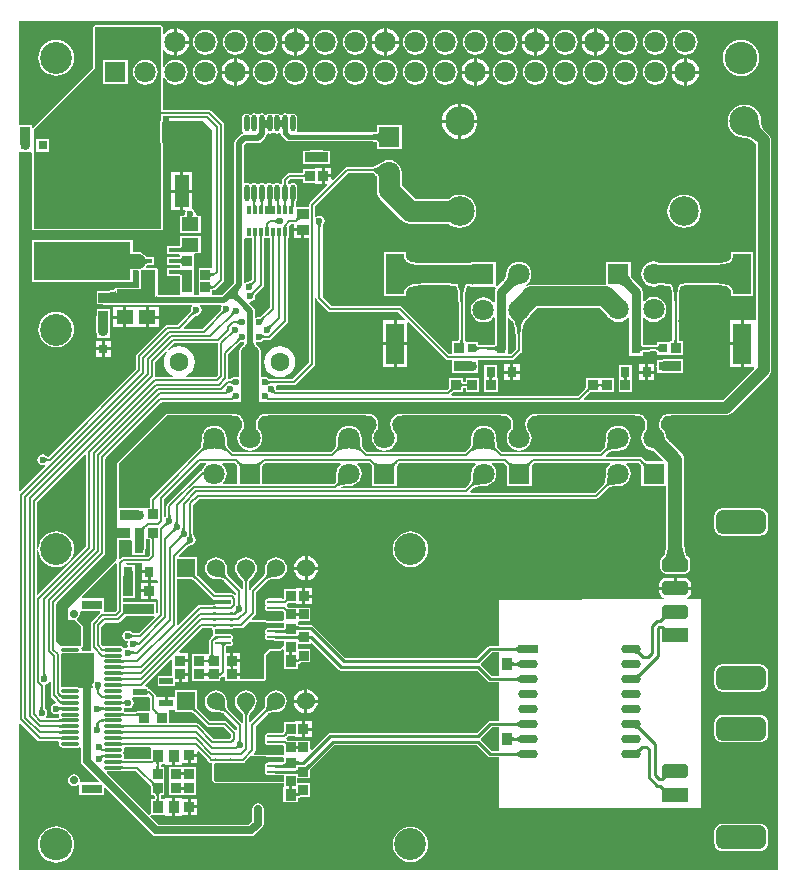
<source format=gtl>
G04*
G04 #@! TF.GenerationSoftware,Altium Limited,Altium Designer,19.1.9 (167)*
G04*
G04 Layer_Physical_Order=1*
G04 Layer_Color=255*
%FSLAX25Y25*%
%MOIN*%
G70*
G01*
G75*
%ADD11C,0.01968*%
%ADD15C,0.01000*%
%ADD17R,0.13976X0.09685*%
%ADD18O,0.01772X0.05512*%
%ADD19R,0.05118X0.10630*%
%ADD20R,0.04528X0.02362*%
%ADD21R,0.03150X0.03150*%
%ADD22R,0.03150X0.03150*%
%ADD23R,0.03543X0.03937*%
%ADD24R,0.03937X0.03543*%
%ADD25R,0.04528X0.05512*%
%ADD26R,0.05512X0.04528*%
%ADD27R,0.03347X0.03347*%
%ADD28R,0.03347X0.03347*%
%ADD29R,0.01400X0.03000*%
%ADD30R,0.06102X0.13583*%
%ADD31R,0.13583X0.06102*%
G04:AMPARAMS|DCode=32|XSize=78.74mil|YSize=165.35mil|CornerRadius=19.68mil|HoleSize=0mil|Usage=FLASHONLY|Rotation=90.000|XOffset=0mil|YOffset=0mil|HoleType=Round|Shape=RoundedRectangle|*
%AMROUNDEDRECTD32*
21,1,0.07874,0.12598,0,0,90.0*
21,1,0.03937,0.16535,0,0,90.0*
1,1,0.03937,0.06299,0.01968*
1,1,0.03937,0.06299,-0.01968*
1,1,0.03937,-0.06299,-0.01968*
1,1,0.03937,-0.06299,0.01968*
%
%ADD32ROUNDEDRECTD32*%
G04:AMPARAMS|DCode=33|XSize=47.24mil|YSize=86.61mil|CornerRadius=11.81mil|HoleSize=0mil|Usage=FLASHONLY|Rotation=90.000|XOffset=0mil|YOffset=0mil|HoleType=Round|Shape=RoundedRectangle|*
%AMROUNDEDRECTD33*
21,1,0.04724,0.06299,0,0,90.0*
21,1,0.02362,0.08661,0,0,90.0*
1,1,0.02362,0.03150,0.01181*
1,1,0.02362,0.03150,-0.01181*
1,1,0.02362,-0.03150,-0.01181*
1,1,0.02362,-0.03150,0.01181*
%
%ADD33ROUNDEDRECTD33*%
%ADD34R,0.08661X0.04724*%
%ADD35R,0.07087X0.03150*%
%ADD36R,0.06299X0.01181*%
%ADD37O,0.06299X0.01181*%
%ADD38R,0.03347X0.01378*%
%ADD39R,0.05456X0.00943*%
%ADD40O,0.05456X0.00943*%
%ADD41O,0.06693X0.02992*%
%ADD42R,0.06693X0.02992*%
%ADD43R,0.32284X0.12992*%
%ADD44R,0.03150X0.03543*%
%ADD45C,0.03937*%
%ADD84C,0.00800*%
%ADD85C,0.06102*%
%ADD86C,0.03937*%
%ADD87C,0.03150*%
%ADD88C,0.02559*%
%ADD89C,0.06693*%
%ADD90C,0.03347*%
%ADD91C,0.04724*%
%ADD92C,0.04528*%
%ADD93C,0.01772*%
%ADD94C,0.01378*%
%ADD95C,0.07087*%
%ADD96C,0.04921*%
%ADD97R,0.04891X0.11024*%
%ADD98R,0.01772X0.07855*%
%ADD99C,0.09843*%
%ADD100R,0.07087X0.07087*%
%ADD101C,0.07087*%
%ADD102R,0.06299X0.06299*%
%ADD103C,0.06299*%
%ADD104C,0.06000*%
%ADD105R,0.06000X0.06000*%
%ADD106C,0.02756*%
%ADD107C,0.10630*%
%ADD108C,0.10827*%
%ADD109C,0.02362*%
G36*
X250554Y1414D02*
X-2522D01*
Y50007D01*
X-2060Y50198D01*
X3015Y45123D01*
X3049Y45100D01*
X3595Y44555D01*
X3926Y44334D01*
X4316Y44256D01*
X10609D01*
X10782Y44048D01*
X10860Y43842D01*
X10877Y43725D01*
X10794Y43307D01*
X10886Y42843D01*
X11150Y42449D01*
X11543Y42186D01*
X12008Y42093D01*
X17126D01*
X17591Y42186D01*
X17662Y42234D01*
X18162Y41966D01*
Y37691D01*
X18308Y36958D01*
X18724Y36336D01*
X18742Y36324D01*
X24083Y30983D01*
X23891Y30521D01*
X18120D01*
X17709Y31021D01*
X17765Y31299D01*
X17611Y32071D01*
X17174Y32725D01*
X16520Y33162D01*
X15748Y33316D01*
X14976Y33162D01*
X14322Y32725D01*
X13885Y32071D01*
X13731Y31299D01*
X13885Y30527D01*
X14322Y29873D01*
X14976Y29436D01*
X15748Y29283D01*
X16520Y29436D01*
X17010Y29764D01*
X17510Y29545D01*
Y26172D01*
X25797D01*
Y28616D01*
X26259Y28807D01*
X41854Y13212D01*
X42476Y12796D01*
X43209Y12651D01*
X74940D01*
X75674Y12797D01*
X76295Y13212D01*
X78520Y15437D01*
X78936Y16059D01*
X79082Y16792D01*
Y21654D01*
X78936Y22387D01*
X78520Y23009D01*
X77899Y23424D01*
X77165Y23570D01*
X76432Y23424D01*
X75810Y23009D01*
X75395Y22387D01*
X75249Y21654D01*
Y17586D01*
X74146Y16483D01*
X44003D01*
X41024Y19462D01*
X41357Y19836D01*
X46003Y19836D01*
X46244Y19436D01*
X46314Y19436D01*
X46314Y19436D01*
X48516D01*
Y22404D01*
Y25373D01*
X46314D01*
X46314Y25373D01*
X46244D01*
X46003Y24973D01*
X45744Y24973D01*
X44760D01*
X44754Y25043D01*
X44750Y25178D01*
X44720Y25244D01*
Y25962D01*
X44750Y26029D01*
X44754Y26163D01*
X44760Y26234D01*
X45974D01*
Y30691D01*
X45974Y30780D01*
X45974D01*
Y31191D01*
X45974D01*
Y35738D01*
X44760D01*
X44754Y35808D01*
X44750Y35943D01*
X44720Y36009D01*
Y36318D01*
X45108Y36802D01*
X46072D01*
X46244Y36402D01*
X48516D01*
Y39370D01*
X49516D01*
Y36402D01*
X51787D01*
Y36894D01*
X53732D01*
Y39567D01*
X54232D01*
Y40067D01*
X56906D01*
Y40665D01*
X57367Y40856D01*
X60285Y37939D01*
X60315Y37919D01*
X60865Y37369D01*
X61195Y37148D01*
X61586Y37070D01*
X61586D01*
X61738Y36966D01*
X61952Y36581D01*
Y31308D01*
X62142Y30849D01*
X62624Y30367D01*
X63083Y30177D01*
X85745D01*
Y29045D01*
X85646D01*
Y23908D01*
X90390D01*
Y25418D01*
X90460Y25424D01*
X90595Y25427D01*
X90661Y25457D01*
X90744D01*
X91134Y25534D01*
X91465Y25755D01*
X91484Y25774D01*
X94588D01*
Y30321D01*
X90291D01*
Y31877D01*
X94588D01*
Y34486D01*
X94613Y34539D01*
X94594Y34593D01*
X94609Y34648D01*
X94588Y34684D01*
Y34881D01*
X94666Y34991D01*
X94957Y35332D01*
X95150Y35531D01*
X95176Y35596D01*
X95188Y35609D01*
X95238Y35645D01*
X95240Y35661D01*
X102438Y42859D01*
X150063D01*
X153734Y39187D01*
X153734Y39187D01*
X154098Y38944D01*
X154527Y38859D01*
X157480D01*
Y22047D01*
X224906Y22047D01*
X224906Y91565D01*
X220310Y91548D01*
X220221Y92040D01*
X220943Y92522D01*
X221425Y93243D01*
X221594Y94095D01*
Y94776D01*
X216220D01*
X210847D01*
Y94095D01*
X211016Y93243D01*
X211498Y92522D01*
X212220Y92040D01*
X212329Y92018D01*
X212280Y91518D01*
X157480Y91316D01*
Y76102D01*
X154527D01*
X154527Y76102D01*
X154098Y76016D01*
X153734Y75773D01*
X153734Y75773D01*
X149980Y72019D01*
X106263D01*
X95484Y82798D01*
X95120Y83042D01*
X94691Y83127D01*
X94691Y83127D01*
X90797D01*
X90785Y83129D01*
X90727Y83155D01*
X90614Y83158D01*
X90322Y83207D01*
X90322Y84084D01*
X90743Y84275D01*
X94619D01*
Y88821D01*
X87651D01*
X87623Y88838D01*
X87570Y88826D01*
X87519Y88846D01*
X87458Y88821D01*
X87327D01*
X87246Y88878D01*
X86989Y89096D01*
X86839Y89242D01*
X86769Y89269D01*
X86686Y89352D01*
X86674Y89391D01*
X86712Y89863D01*
X86758Y89956D01*
X86873Y90032D01*
X87217Y90377D01*
X89672D01*
Y89977D01*
X91846D01*
Y92650D01*
Y95323D01*
X89672D01*
Y94923D01*
X85776D01*
Y92302D01*
X85679Y92117D01*
X85320Y91821D01*
X85306Y91820D01*
X85286Y91820D01*
X85247Y91809D01*
X85239Y91807D01*
X85170Y91835D01*
X85128Y91818D01*
X84991Y91846D01*
X80477D01*
X80059Y91762D01*
X79705Y91526D01*
X79468Y91171D01*
X79385Y90753D01*
X79468Y90335D01*
X79624Y90103D01*
X79673Y89768D01*
X79624Y89434D01*
X79468Y89201D01*
X79385Y88783D01*
X79468Y88365D01*
X79705Y88011D01*
X80059Y87774D01*
X80477Y87691D01*
X84991D01*
X85350Y87762D01*
X85627Y87465D01*
X85714Y87357D01*
X85776Y87269D01*
Y87139D01*
X85750Y87078D01*
X85771Y87027D01*
X85759Y86974D01*
X85776Y86946D01*
Y84816D01*
X85766Y84793D01*
X85523Y84551D01*
X85276Y84420D01*
X85149Y84445D01*
X84927Y84400D01*
X80541D01*
X80186Y84471D01*
X80158Y84466D01*
X80150Y84467D01*
X79975Y84540D01*
X75317D01*
X75125Y85002D01*
X76311Y86188D01*
X76533Y86519D01*
X76610Y86909D01*
Y93987D01*
X80419Y97796D01*
X80476Y97814D01*
X80592Y97912D01*
X80704Y97981D01*
X80860Y98052D01*
X81059Y98120D01*
X81301Y98181D01*
X81586Y98233D01*
X81903Y98272D01*
X82681Y98317D01*
X83123Y98319D01*
X83174Y98341D01*
X84089Y98461D01*
X84965Y98824D01*
X85717Y99401D01*
X86294Y100153D01*
X86657Y101029D01*
X86781Y101969D01*
X86657Y102908D01*
X86294Y103784D01*
X85717Y104536D01*
X84965Y105113D01*
X84089Y105476D01*
X83150Y105600D01*
X82210Y105476D01*
X81334Y105113D01*
X80582Y104536D01*
X80005Y103784D01*
X79642Y102908D01*
X79522Y101993D01*
X79500Y101942D01*
X79498Y101500D01*
X79453Y100722D01*
X79414Y100404D01*
X79362Y100120D01*
X79301Y99878D01*
X79233Y99678D01*
X79162Y99523D01*
X79093Y99411D01*
X78995Y99295D01*
X78977Y99238D01*
X74870Y95130D01*
X74669Y94831D01*
X74633Y94825D01*
X74169Y95092D01*
Y97087D01*
X74197Y97140D01*
X74210Y97292D01*
X74240Y97420D01*
X74300Y97580D01*
X74393Y97769D01*
X74521Y97983D01*
X74685Y98221D01*
X74882Y98474D01*
X75400Y99055D01*
X75711Y99369D01*
X75732Y99420D01*
X76294Y100153D01*
X76657Y101029D01*
X76781Y101969D01*
X76657Y102908D01*
X76294Y103784D01*
X75717Y104536D01*
X74965Y105113D01*
X74089Y105476D01*
X73150Y105600D01*
X72210Y105476D01*
X71334Y105113D01*
X70582Y104536D01*
X70005Y103784D01*
X69642Y102908D01*
X69519Y101969D01*
X69642Y101029D01*
X70005Y100153D01*
X70567Y99420D01*
X70588Y99369D01*
X70899Y99055D01*
X71417Y98474D01*
X71614Y98221D01*
X71778Y97983D01*
X71907Y97769D01*
X72000Y97580D01*
X72059Y97420D01*
X72090Y97292D01*
X72102Y97140D01*
X72130Y97087D01*
Y95060D01*
X71630Y94909D01*
X71587Y94973D01*
X67322Y99238D01*
X67304Y99295D01*
X67206Y99411D01*
X67137Y99523D01*
X67066Y99678D01*
X66998Y99878D01*
X66937Y100120D01*
X66886Y100404D01*
X66846Y100722D01*
X66801Y101500D01*
X66799Y101942D01*
X66777Y101993D01*
X66657Y102908D01*
X66294Y103784D01*
X65717Y104536D01*
X64965Y105113D01*
X64089Y105476D01*
X63150Y105600D01*
X62210Y105476D01*
X61334Y105113D01*
X60582Y104536D01*
X60005Y103784D01*
X59642Y102908D01*
X59519Y101969D01*
X59642Y101029D01*
X60005Y100153D01*
X60582Y99401D01*
X61334Y98824D01*
X62210Y98461D01*
X63125Y98341D01*
X63176Y98319D01*
X63618Y98317D01*
X64396Y98272D01*
X64714Y98233D01*
X64998Y98181D01*
X65240Y98120D01*
X65440Y98052D01*
X65595Y97981D01*
X65707Y97912D01*
X65823Y97814D01*
X65880Y97796D01*
X69847Y93830D01*
Y93149D01*
X69385Y92958D01*
X69113Y93229D01*
X68782Y93450D01*
X68392Y93528D01*
X63032D01*
X57204Y99356D01*
X57179Y99422D01*
X56901Y99722D01*
X56817Y99827D01*
X56755Y99916D01*
X56750Y99926D01*
Y100022D01*
X56787Y100112D01*
X56767Y100161D01*
X56779Y100213D01*
X56750Y100261D01*
Y105569D01*
X50884D01*
X50693Y106030D01*
X53972Y109310D01*
X54038Y109334D01*
X54100Y109392D01*
X54144Y109426D01*
X54188Y109455D01*
X54234Y109481D01*
X54281Y109502D01*
X54332Y109519D01*
X54388Y109534D01*
X54448Y109545D01*
X54515Y109551D01*
X54610Y109554D01*
X54680Y109586D01*
X55287Y109707D01*
X55877Y110100D01*
X56270Y110690D01*
X56409Y111384D01*
X56270Y112080D01*
X55914Y112613D01*
X55889Y112676D01*
X55824Y112744D01*
X55782Y112796D01*
X55747Y112845D01*
X55718Y112894D01*
X55695Y112942D01*
X55676Y112990D01*
X55662Y113039D01*
X55651Y113090D01*
X55645Y113145D01*
X55642Y113230D01*
X55612Y113293D01*
Y123125D01*
X57589Y125102D01*
X189904D01*
X190294Y125179D01*
X190625Y125400D01*
X193897Y128672D01*
X193952Y128689D01*
X194086Y128801D01*
X194224Y128883D01*
X194416Y128966D01*
X194664Y129045D01*
X194965Y129116D01*
X195302Y129173D01*
X196675Y129270D01*
X197214Y129272D01*
X197247Y129286D01*
X197247Y129286D01*
X198329Y129428D01*
X199337Y129845D01*
X200202Y130509D01*
X200866Y131375D01*
X201284Y132383D01*
X201426Y133465D01*
X201284Y134546D01*
X200866Y135554D01*
X200202Y136420D01*
X199940Y136621D01*
X200109Y137121D01*
X203960D01*
X204461Y136620D01*
X204486Y136554D01*
X204766Y136252D01*
X204853Y136144D01*
X204915Y136056D01*
Y135926D01*
X204889Y135864D01*
X204910Y135814D01*
X204898Y135760D01*
X204915Y135733D01*
Y129321D01*
X213201D01*
X213233Y128834D01*
Y110302D01*
X213209Y110248D01*
X213193Y109525D01*
X213147Y108871D01*
X213071Y108274D01*
X212966Y107735D01*
X212834Y107253D01*
X212677Y106829D01*
X212497Y106463D01*
X212297Y106152D01*
X212079Y105893D01*
X211805Y105649D01*
X211796Y105631D01*
X211778Y105624D01*
X211754Y105565D01*
X211393Y105026D01*
X211255Y104331D01*
Y101969D01*
X211393Y101274D01*
X211787Y100684D01*
X212376Y100291D01*
X213071Y100153D01*
X219370D01*
X220065Y100291D01*
X220654Y100684D01*
X221048Y101274D01*
X221186Y101969D01*
Y104331D01*
X221048Y105026D01*
X220687Y105565D01*
X220663Y105624D01*
X220645Y105631D01*
X220636Y105649D01*
X220362Y105893D01*
X220144Y106152D01*
X219943Y106463D01*
X219764Y106829D01*
X219607Y107253D01*
X219475Y107735D01*
X219372Y108265D01*
X219248Y109534D01*
X219232Y110248D01*
X219208Y110302D01*
Y138113D01*
X219208Y138113D01*
X219106Y138886D01*
X218808Y139607D01*
X218333Y140226D01*
X218333Y140226D01*
X214583Y143976D01*
X214560Y144033D01*
X214280Y144315D01*
X213457Y145177D01*
X213242Y145427D01*
X213212Y145468D01*
X213095Y146357D01*
X212677Y147365D01*
X212013Y148231D01*
X211888Y148327D01*
X211865Y148386D01*
X211796Y148460D01*
X211754Y148523D01*
X211704Y148628D01*
X211651Y148775D01*
X211602Y148964D01*
X211561Y149178D01*
X211497Y149925D01*
X211513Y150211D01*
X211615Y150794D01*
X211779Y151286D01*
X211999Y151693D01*
X212273Y152028D01*
X212607Y152301D01*
X213014Y152521D01*
X213506Y152685D01*
X214089Y152788D01*
X214798Y152825D01*
X214843Y152846D01*
X214891Y152837D01*
X214913Y152851D01*
X233241D01*
X233911Y152940D01*
X234536Y153198D01*
X235073Y153610D01*
X247501Y166039D01*
X247913Y166575D01*
X248172Y167200D01*
X248260Y167870D01*
Y244519D01*
X248172Y245190D01*
X247913Y245815D01*
X247501Y246351D01*
X246450Y247403D01*
X246426Y247464D01*
X246105Y247806D01*
X245832Y248135D01*
X245595Y248466D01*
X245393Y248798D01*
X245224Y249132D01*
X245088Y249467D01*
X244983Y249806D01*
X244910Y250148D01*
X244867Y250495D01*
X244854Y250877D01*
X244851Y250885D01*
X244853Y250904D01*
X244664Y252346D01*
X244107Y253689D01*
X243222Y254842D01*
X242069Y255727D01*
X240726Y256283D01*
X239284Y256473D01*
X237843Y256283D01*
X236500Y255727D01*
X235347Y254842D01*
X234462Y253689D01*
X233905Y252346D01*
X233716Y250904D01*
X233905Y249463D01*
X234462Y248120D01*
X235347Y246967D01*
X236500Y246081D01*
X237843Y245525D01*
X239284Y245335D01*
X239304Y245338D01*
X239312Y245334D01*
X239694Y245321D01*
X240041Y245279D01*
X240383Y245206D01*
X240721Y245101D01*
X241057Y244965D01*
X241391Y244796D01*
X241723Y244594D01*
X242054Y244356D01*
X242383Y244084D01*
X242724Y243762D01*
X242786Y243739D01*
X243079Y243446D01*
Y184696D01*
X242634Y184563D01*
X242579Y184563D01*
X239083D01*
Y176772D01*
Y168980D01*
X242408D01*
X242616Y168480D01*
X232168Y158033D01*
X209008D01*
X208986Y158047D01*
X208911Y158033D01*
X208805D01*
X208731Y158047D01*
X208709Y158033D01*
X185916D01*
X185724Y158495D01*
X187495Y160265D01*
X187561Y160289D01*
X187860Y160567D01*
X187966Y160652D01*
X188054Y160713D01*
X188064Y160719D01*
X188160D01*
X188250Y160681D01*
X188300Y160702D01*
X188351Y160689D01*
X188400Y160719D01*
X191053D01*
Y160719D01*
X191231D01*
Y160719D01*
X195777D01*
Y165265D01*
X191231D01*
Y165265D01*
X191053D01*
Y165265D01*
X186507D01*
Y162612D01*
X186477Y162564D01*
X186490Y162512D01*
X186469Y162462D01*
X186507Y162372D01*
Y162276D01*
X186501Y162267D01*
X186445Y162185D01*
X186229Y161931D01*
X186086Y161782D01*
X186058Y161713D01*
X183776Y159430D01*
X182579D01*
X141796D01*
X141588Y159930D01*
X141923Y160265D01*
X141989Y160289D01*
X142289Y160567D01*
X142394Y160652D01*
X142483Y160713D01*
X142492Y160719D01*
X142588D01*
X142679Y160681D01*
X142728Y160702D01*
X142780Y160689D01*
X142828Y160719D01*
X145482D01*
Y161933D01*
X145552Y161939D01*
X145687Y161943D01*
X145753Y161972D01*
X146077D01*
X146144Y161943D01*
X146279Y161939D01*
X146349Y161933D01*
Y160719D01*
X150895D01*
Y165265D01*
X146349D01*
Y164051D01*
X146279Y164045D01*
X146144Y164041D01*
X146077Y164012D01*
X145753D01*
X145687Y164041D01*
X145552Y164045D01*
X145482Y164051D01*
Y165265D01*
X140935D01*
Y162612D01*
X140906Y162564D01*
X140918Y162512D01*
X140898Y162462D01*
X140935Y162372D01*
Y162276D01*
X140930Y162267D01*
X140873Y162185D01*
X140658Y161931D01*
X140515Y161782D01*
X140487Y161713D01*
X140030Y161256D01*
X83364Y161256D01*
X83348Y161279D01*
X83324Y161324D01*
X83303Y161372D01*
X83286Y161422D01*
X83272Y161476D01*
X83261Y161536D01*
X83255Y161602D01*
X83253Y161697D01*
X83226Y161758D01*
X83106Y162358D01*
X83106Y162446D01*
X83362Y162858D01*
X88992D01*
X89382Y162936D01*
X89713Y163157D01*
X95836Y169279D01*
X96057Y169610D01*
X96134Y170000D01*
Y191901D01*
X96634Y191950D01*
X96696Y191641D01*
X96917Y191311D01*
X100562Y187665D01*
X100893Y187444D01*
X101283Y187366D01*
X123949D01*
X126290Y185025D01*
X126099Y184563D01*
X123335D01*
Y177272D01*
X126886D01*
Y183776D01*
X127348Y183967D01*
X139796Y171519D01*
X140127Y171298D01*
X140517Y171220D01*
X141831D01*
Y167018D01*
X145675D01*
X145766Y166981D01*
X145776Y166985D01*
X145787Y166981D01*
X148446Y167067D01*
X148488Y167087D01*
X148639Y167116D01*
X150600D01*
Y169077D01*
X150643Y169291D01*
X150600Y169506D01*
Y171220D01*
X161811D01*
X162201Y171298D01*
X162532Y171519D01*
X164807Y173794D01*
X165029Y174125D01*
X165106Y174515D01*
Y177994D01*
X165136Y178058D01*
X165213Y180160D01*
X165308Y181072D01*
X165440Y181912D01*
X165608Y182672D01*
X165810Y183351D01*
X166044Y183950D01*
X166143Y184144D01*
X166648Y184726D01*
X167028Y185109D01*
X167041Y185142D01*
X167042Y185142D01*
X167706Y186008D01*
X167762Y186143D01*
X170158Y188539D01*
X191263D01*
X193566Y186236D01*
X193622Y186101D01*
X194286Y185235D01*
X195152Y184571D01*
X196160Y184154D01*
X197241Y184011D01*
X198323Y184154D01*
X199331Y184571D01*
X200196Y185235D01*
X200432Y185543D01*
X200932Y185373D01*
Y175197D01*
X200975Y174983D01*
Y172825D01*
X205324D01*
Y173906D01*
X205348Y173913D01*
X205639Y173981D01*
X205967Y174037D01*
X207304Y174141D01*
X207831Y174147D01*
X207900Y174177D01*
X209758D01*
X209825Y174148D01*
X209960Y174144D01*
X210030Y174138D01*
Y173022D01*
X214380D01*
Y173120D01*
X218901D01*
Y177667D01*
X217379D01*
X217373Y177737D01*
X217369Y177872D01*
X217339Y177938D01*
Y190795D01*
X217369Y190863D01*
X217387Y191851D01*
X217524Y193615D01*
X217640Y194372D01*
X217790Y195062D01*
X217969Y195677D01*
X218122Y196073D01*
X218325Y196105D01*
X219749Y196230D01*
X221676Y196293D01*
X222827Y196301D01*
X222835Y196304D01*
X222843Y196301D01*
X222882Y196319D01*
X229384D01*
X229424Y196301D01*
X230566Y196271D01*
X231560Y196183D01*
X232422Y196040D01*
X233147Y195845D01*
X233733Y195606D01*
X234183Y195331D01*
X234508Y195031D01*
X234726Y194704D01*
X234857Y194334D01*
X234910Y193831D01*
X234931Y193791D01*
Y192609D01*
X242234D01*
Y199773D01*
X242264Y200001D01*
X242234Y200230D01*
Y207391D01*
X234931D01*
Y206212D01*
X234910Y206172D01*
X234857Y205668D01*
X234726Y205298D01*
X234508Y204972D01*
X234183Y204672D01*
X233733Y204397D01*
X233147Y204157D01*
X232422Y203963D01*
X231560Y203819D01*
X230566Y203732D01*
X229424Y203702D01*
X229384Y203684D01*
X216379D01*
X216340Y203702D01*
X216320Y203694D01*
X216299Y203702D01*
X216260Y203684D01*
X210988D01*
X210134Y204038D01*
X209052Y204181D01*
X207971Y204038D01*
X206963Y203621D01*
X206097Y202956D01*
X205433Y202091D01*
X205015Y201083D01*
X204873Y200001D01*
X205015Y198920D01*
X205433Y197912D01*
X206097Y197046D01*
X206963Y196382D01*
X207971Y195965D01*
X209052Y195822D01*
X210134Y195965D01*
X210927Y196293D01*
X210952Y196293D01*
X214531Y196040D01*
X214671Y195677D01*
X214850Y195062D01*
X215000Y194372D01*
X215116Y193615D01*
X215253Y191851D01*
X215271Y190863D01*
X215300Y190795D01*
Y177938D01*
X215271Y177872D01*
X215267Y177737D01*
X215261Y177667D01*
X214354D01*
Y177372D01*
X210030D01*
Y176256D01*
X209960Y176250D01*
X209825Y176246D01*
X209758Y176216D01*
X207900D01*
X207831Y176246D01*
X207293Y176253D01*
X206815Y176274D01*
X205973Y176355D01*
X205639Y176412D01*
X205367Y176476D01*
Y185366D01*
X205867Y185535D01*
X206097Y185235D01*
X206963Y184571D01*
X207971Y184154D01*
X209052Y184011D01*
X210134Y184154D01*
X211142Y184571D01*
X212007Y185235D01*
X212671Y186101D01*
X213089Y187109D01*
X213231Y188190D01*
X213089Y189272D01*
X212671Y190280D01*
X212007Y191145D01*
X211142Y191810D01*
X210134Y192227D01*
X209052Y192369D01*
X207971Y192227D01*
X206963Y191810D01*
X206097Y191145D01*
X205867Y190846D01*
X205367Y191015D01*
Y194093D01*
X205367Y194093D01*
X205198Y194941D01*
X204718Y195661D01*
X204717Y195661D01*
X203481Y196898D01*
X203475Y196912D01*
X202334Y198142D01*
X201917Y198663D01*
X201589Y199134D01*
X201384Y199492D01*
Y200834D01*
X201422Y200924D01*
X201401Y200974D01*
X201414Y201026D01*
X201384Y201074D01*
Y204145D01*
X193098D01*
Y196663D01*
X192912Y196500D01*
X168509D01*
X167479Y196365D01*
X166647Y196020D01*
X166394Y196457D01*
X167042Y196953D01*
X167706Y197819D01*
X168123Y198827D01*
X168265Y199908D01*
X168123Y200990D01*
X167706Y201998D01*
X167042Y202863D01*
X166176Y203527D01*
X165168Y203945D01*
X164086Y204087D01*
X163005Y203945D01*
X161997Y203527D01*
X161132Y202863D01*
X160467Y201998D01*
X160050Y200990D01*
X159911Y199936D01*
X159895Y199901D01*
X159885Y199680D01*
X159857Y199490D01*
X159808Y199295D01*
X159736Y199092D01*
X159640Y198883D01*
X159519Y198666D01*
X159372Y198442D01*
X159198Y198211D01*
X158995Y197975D01*
X158755Y197722D01*
X158749Y197706D01*
X156919Y195876D01*
X156419Y196083D01*
Y204051D01*
X148835D01*
X148744Y204089D01*
X148654Y204051D01*
X148132D01*
Y203797D01*
X148048Y203776D01*
X145693Y203613D01*
X145003Y203609D01*
X144995Y203605D01*
X144987Y203608D01*
X144948Y203591D01*
X132033D01*
X131993Y203609D01*
X130851Y203639D01*
X129857Y203726D01*
X128996Y203869D01*
X128271Y204064D01*
X127684Y204304D01*
X127234Y204578D01*
X126910Y204879D01*
X126692Y205205D01*
X126561Y205575D01*
X126508Y206079D01*
X126486Y206119D01*
Y207391D01*
X119184D01*
Y192609D01*
X126486D01*
Y193698D01*
X126508Y193738D01*
X126561Y194241D01*
X126692Y194611D01*
X126910Y194938D01*
X127234Y195238D01*
X127684Y195513D01*
X128271Y195752D01*
X128996Y195947D01*
X129857Y196090D01*
X130851Y196178D01*
X131993Y196208D01*
X132033Y196226D01*
X138446D01*
X138485Y196208D01*
X138493Y196211D01*
X138501Y196208D01*
X139640Y196200D01*
X143219Y195947D01*
X143359Y195583D01*
X143538Y194969D01*
X143687Y194279D01*
X143804Y193522D01*
X143941Y191758D01*
X143958Y190770D01*
X143988Y190701D01*
Y177938D01*
X143958Y177872D01*
X143955Y177738D01*
X143949Y177667D01*
X141831D01*
Y173259D01*
X140939D01*
X125092Y189107D01*
X124761Y189328D01*
X124371Y189405D01*
X101706D01*
X98657Y192454D01*
Y215700D01*
X98686Y215764D01*
X98690Y215848D01*
X98696Y215903D01*
X98707Y215955D01*
X98721Y216004D01*
X98740Y216052D01*
X98763Y216100D01*
X98792Y216148D01*
X98827Y216198D01*
X98869Y216249D01*
X98935Y216317D01*
X98959Y216380D01*
X99315Y216914D01*
X99454Y217609D01*
X99315Y218304D01*
X98922Y218893D01*
X98333Y219287D01*
X97638Y219425D01*
X96943Y219287D01*
X96634Y219080D01*
X96134Y219348D01*
Y222612D01*
X107202Y233680D01*
X115055D01*
X115069Y233669D01*
X115121Y233677D01*
X115167Y233653D01*
X115365Y233635D01*
X115516Y233595D01*
X115686Y233521D01*
X115874Y233405D01*
X116078Y233245D01*
X116297Y233037D01*
X116520Y232788D01*
X116688Y232559D01*
Y227952D01*
X116830Y226870D01*
X117247Y225862D01*
X117912Y224997D01*
X124959Y217949D01*
X125824Y217285D01*
X126832Y216868D01*
X127914Y216725D01*
X140779D01*
X141618Y216082D01*
X142961Y215525D01*
X144403Y215335D01*
X145844Y215525D01*
X147187Y216082D01*
X148340Y216967D01*
X149225Y218120D01*
X149782Y219463D01*
X149971Y220904D01*
X149782Y222346D01*
X149225Y223689D01*
X148340Y224842D01*
X147187Y225727D01*
X145844Y226283D01*
X144403Y226473D01*
X142961Y226283D01*
X141618Y225727D01*
X140779Y225083D01*
X129645D01*
X125046Y229683D01*
Y233857D01*
X124903Y234939D01*
X124486Y235947D01*
X123822Y236812D01*
X122956Y237476D01*
X121948Y237894D01*
X120867Y238036D01*
X119785Y237894D01*
X118777Y237476D01*
X118719Y237432D01*
X118662Y237423D01*
X118661Y237422D01*
X118659Y237422D01*
X118119Y237091D01*
X116753Y236310D01*
X116073Y235974D01*
X115815Y235865D01*
X115610Y235793D01*
X115474Y235758D01*
X115354Y235746D01*
X115305Y235719D01*
X106780D01*
X106390Y235642D01*
X106059Y235421D01*
X102110Y231472D01*
X101648Y231663D01*
Y232275D01*
X99475D01*
Y230101D01*
X100086D01*
X100278Y229639D01*
X94394Y223755D01*
X94173Y223425D01*
X94095Y223034D01*
Y222445D01*
X89843D01*
X89701Y222618D01*
Y223426D01*
X89731Y223491D01*
X89745Y223905D01*
X89759Y224036D01*
X89909Y224260D01*
X89931Y224269D01*
X89952Y224320D01*
X89999Y224350D01*
X90015Y224419D01*
X90081Y224518D01*
X90197Y225097D01*
Y228837D01*
X90081Y229417D01*
X89753Y229909D01*
X89261Y230237D01*
X88682Y230352D01*
X88102Y230237D01*
X87697Y229967D01*
X87362Y230056D01*
X87180Y230165D01*
X87175Y230222D01*
X87172Y230432D01*
X87142Y230501D01*
Y230876D01*
X87986Y231719D01*
X91960D01*
X92026Y231690D01*
X92161Y231686D01*
X92231Y231680D01*
Y230501D01*
X96302D01*
Y230101D01*
X98475D01*
Y232774D01*
Y235448D01*
X96302D01*
Y235048D01*
X92231D01*
Y233798D01*
X92161Y233792D01*
X92026Y233788D01*
X91960Y233759D01*
X87564D01*
X87173Y233681D01*
X86843Y233460D01*
X85401Y232019D01*
X85180Y231688D01*
X85103Y231298D01*
Y230509D01*
X85074Y230444D01*
X85064Y230167D01*
X84781Y229996D01*
X84775Y229994D01*
X84617Y229975D01*
X84507Y229994D01*
X84143Y230237D01*
X83564Y230352D01*
X82984Y230237D01*
X82620Y229994D01*
X82284Y229941D01*
X81948Y229994D01*
X81584Y230237D01*
X81004Y230352D01*
X80425Y230237D01*
X79933Y229909D01*
X79517D01*
X79025Y230237D01*
X78445Y230352D01*
X77866Y230237D01*
X77374Y229909D01*
X76957D01*
X76466Y230237D01*
X75886Y230352D01*
X75307Y230237D01*
X74815Y229909D01*
X74398D01*
X73907Y230237D01*
X73327Y230352D01*
X72973Y230282D01*
X72473Y230609D01*
Y243117D01*
X73014Y243659D01*
X77122D01*
X77741Y243782D01*
X78265Y244132D01*
X79588Y245455D01*
X79938Y245979D01*
X80061Y246597D01*
Y246614D01*
X80561Y246899D01*
X81004Y246811D01*
X81584Y246926D01*
X81948Y247169D01*
X82284Y247222D01*
X82620Y247169D01*
X82984Y246926D01*
X83564Y246811D01*
X84138Y246925D01*
X84144Y246926D01*
X84671Y246678D01*
X84723Y246418D01*
X85051Y245926D01*
X86351Y244626D01*
X86843Y244298D01*
X87423Y244182D01*
X87423Y244182D01*
X115501D01*
X115547Y244162D01*
X115866Y244154D01*
X116124Y244131D01*
X116336Y244096D01*
X116498Y244053D01*
X116609Y244008D01*
X116669Y243971D01*
X116690Y243952D01*
X116691Y243950D01*
X116692Y243949D01*
X116701Y243857D01*
X116723Y243817D01*
Y241525D01*
X125010D01*
Y249812D01*
X116723D01*
Y247578D01*
X116701Y247537D01*
X116692Y247446D01*
X116691Y247444D01*
X116690Y247443D01*
X116669Y247424D01*
X116609Y247387D01*
X116498Y247342D01*
X116336Y247299D01*
X116124Y247263D01*
X115866Y247241D01*
X115547Y247232D01*
X115501Y247212D01*
X90326D01*
X90059Y247712D01*
X90081Y247746D01*
X90197Y248326D01*
Y252066D01*
X90081Y252646D01*
X89753Y253137D01*
X89261Y253466D01*
X88682Y253581D01*
X88102Y253466D01*
X87738Y253222D01*
X87402Y253170D01*
X87066Y253222D01*
X86702Y253466D01*
X86123Y253581D01*
X85543Y253466D01*
X85051Y253137D01*
X84635D01*
X84143Y253466D01*
X83564Y253581D01*
X82984Y253466D01*
X82620Y253222D01*
X82284Y253170D01*
X81948Y253222D01*
X81584Y253466D01*
X81004Y253581D01*
X80425Y253466D01*
X79933Y253137D01*
X79517D01*
X79025Y253466D01*
X78445Y253581D01*
X77866Y253466D01*
X77502Y253222D01*
X77166Y253170D01*
X76830Y253222D01*
X76466Y253466D01*
X75886Y253581D01*
X75307Y253466D01*
X74815Y253137D01*
X74398D01*
X73907Y253466D01*
X73327Y253581D01*
X72747Y253466D01*
X72256Y253137D01*
X71928Y252646D01*
X71812Y252066D01*
Y248326D01*
X71928Y247746D01*
X72181Y247367D01*
X72088Y246966D01*
X72004Y246822D01*
X71727Y246766D01*
X71203Y246416D01*
X69715Y244928D01*
X69365Y244404D01*
X69242Y243786D01*
Y224074D01*
X69251Y224029D01*
Y197046D01*
X67301Y195096D01*
X67291Y195094D01*
X67274Y195069D01*
X67205Y195000D01*
X67205Y195000D01*
X67136Y194930D01*
X67111Y194914D01*
X67109Y194904D01*
X65152Y192947D01*
X62274D01*
X61919Y193297D01*
Y194511D01*
X61989Y194517D01*
X62124Y194521D01*
X62190Y194550D01*
X62391D01*
X62782Y194628D01*
X63112Y194849D01*
X65682Y197418D01*
X65903Y197749D01*
X65980Y198139D01*
Y249605D01*
X65903Y249995D01*
X65682Y250326D01*
X61526Y254482D01*
X61195Y254703D01*
X60805Y254780D01*
X45335D01*
Y265498D01*
X45835Y265598D01*
X45986Y265233D01*
X46650Y264368D01*
X47515Y263704D01*
X48523Y263286D01*
X49605Y263144D01*
X50686Y263286D01*
X51694Y263704D01*
X52560Y264368D01*
X53224Y265233D01*
X53641Y266241D01*
X53784Y267323D01*
X53641Y268404D01*
X53224Y269412D01*
X52560Y270278D01*
X51694Y270942D01*
X50686Y271359D01*
X49605Y271502D01*
X48523Y271359D01*
X47515Y270942D01*
X46650Y270278D01*
X45986Y269412D01*
X45835Y269048D01*
X45335Y269147D01*
Y274603D01*
X45835Y274773D01*
X46364Y274082D01*
X47313Y273354D01*
X48419Y272896D01*
X49105Y272806D01*
Y277323D01*
Y281839D01*
X48419Y281749D01*
X47313Y281291D01*
X46364Y280563D01*
X45835Y279872D01*
X45335Y280042D01*
Y282194D01*
X45144Y282653D01*
X44685Y282844D01*
X22835D01*
X22375Y282653D01*
X22185Y282194D01*
X22185Y268773D01*
X2183Y248770D01*
X1683Y248977D01*
Y249517D01*
X-2522D01*
Y284411D01*
X250554D01*
Y1414D01*
D02*
G37*
G36*
X85244Y251158D02*
X85266Y251152D01*
X85518Y251113D01*
X85803Y251089D01*
X86123Y251082D01*
Y249310D01*
X85803Y249302D01*
X85518Y249279D01*
X85266Y249240D01*
X85244Y249234D01*
Y248528D01*
X85227Y248676D01*
X85176Y248809D01*
X85092Y248927D01*
X84975Y249028D01*
X84843Y249103D01*
X84711Y249028D01*
X84594Y248927D01*
X84510Y248809D01*
X84459Y248676D01*
X84442Y248528D01*
Y249234D01*
X84420Y249240D01*
X84168Y249279D01*
X83883Y249302D01*
X83564Y249310D01*
Y251082D01*
X83883Y251089D01*
X84168Y251113D01*
X84420Y251152D01*
X84442Y251158D01*
Y251864D01*
X84459Y251715D01*
X84510Y251582D01*
X84594Y251465D01*
X84711Y251363D01*
X84843Y251288D01*
X84975Y251363D01*
X85092Y251465D01*
X85176Y251582D01*
X85227Y251715D01*
X85244Y251864D01*
Y251158D01*
D02*
G37*
G36*
X80125D02*
X80147Y251152D01*
X80400Y251113D01*
X80685Y251089D01*
X81004Y251082D01*
Y249310D01*
X80685Y249302D01*
X80400Y249279D01*
X80147Y249240D01*
X80125Y249234D01*
Y248528D01*
X80109Y248676D01*
X80058Y248809D01*
X79974Y248927D01*
X79857Y249028D01*
X79725Y249103D01*
X79593Y249028D01*
X79475Y248927D01*
X79391Y248809D01*
X79341Y248676D01*
X79324Y248528D01*
Y249234D01*
X79302Y249240D01*
X79050Y249279D01*
X78765Y249302D01*
X78445Y249310D01*
Y251082D01*
X78765Y251089D01*
X79050Y251113D01*
X79302Y251152D01*
X79324Y251158D01*
Y251864D01*
X79341Y251715D01*
X79391Y251582D01*
X79475Y251465D01*
X79593Y251363D01*
X79725Y251288D01*
X79857Y251363D01*
X79974Y251465D01*
X80058Y251582D01*
X80109Y251715D01*
X80125Y251864D01*
Y251158D01*
D02*
G37*
G36*
X244219Y250445D02*
X244269Y250040D01*
X244354Y249642D01*
X244475Y249249D01*
X244632Y248862D01*
X244825Y248482D01*
X245053Y248107D01*
X245318Y247739D01*
X245618Y247376D01*
X245954Y247019D01*
X243170Y244235D01*
X242813Y244571D01*
X242450Y244871D01*
X242081Y245135D01*
X241707Y245364D01*
X241326Y245557D01*
X240940Y245713D01*
X240547Y245835D01*
X240148Y245920D01*
X239744Y245970D01*
X239334Y245983D01*
X244205Y250855D01*
X244219Y250445D01*
D02*
G37*
G36*
X117347Y243926D02*
X117329Y244094D01*
X117276Y244245D01*
X117187Y244377D01*
X117062Y244493D01*
X116901Y244590D01*
X116705Y244670D01*
X116473Y244732D01*
X116206Y244776D01*
X115902Y244803D01*
X115564Y244812D01*
Y246583D01*
X115902Y246592D01*
X116206Y246619D01*
X116473Y246663D01*
X116705Y246725D01*
X116901Y246805D01*
X117062Y246902D01*
X117187Y247017D01*
X117276Y247150D01*
X117329Y247301D01*
X117347Y247469D01*
Y243926D01*
D02*
G37*
G36*
X1065Y245557D02*
X1059Y245478D01*
X1041Y244294D01*
X1038Y242953D01*
X-2111D01*
X-2252Y245583D01*
X1071D01*
X1065Y245557D01*
D02*
G37*
G36*
X117819Y232050D02*
X117553Y232477D01*
X117025Y233197D01*
X116763Y233490D01*
X116503Y233737D01*
X116245Y233940D01*
X115987Y234097D01*
X115732Y234210D01*
X115478Y234277D01*
X115225Y234300D01*
X115422Y235100D01*
X115589Y235117D01*
X115798Y235170D01*
X116049Y235259D01*
X116343Y235383D01*
X117058Y235736D01*
X118450Y236532D01*
X118999Y236868D01*
X117819Y232050D01*
D02*
G37*
G36*
X92855Y231939D02*
X92847Y232015D01*
X92822Y232083D01*
X92782Y232143D01*
X92725Y232195D01*
X92652Y232239D01*
X92563Y232275D01*
X92457Y232303D01*
X92335Y232323D01*
X92197Y232335D01*
X92043Y232339D01*
Y233139D01*
X92197Y233143D01*
X92335Y233155D01*
X92457Y233175D01*
X92563Y233203D01*
X92652Y233239D01*
X92725Y233283D01*
X92782Y233335D01*
X92822Y233395D01*
X92847Y233463D01*
X92855Y233539D01*
Y231939D01*
D02*
G37*
G36*
X86526Y230190D02*
X86558Y229802D01*
X86585Y229644D01*
X86620Y229510D01*
X86663Y229401D01*
X86714Y229316D01*
X86772Y229255D01*
X86838Y229219D01*
X86913Y229206D01*
X85333D01*
X85407Y229219D01*
X85473Y229255D01*
X85531Y229316D01*
X85582Y229401D01*
X85625Y229510D01*
X85660Y229644D01*
X85687Y229802D01*
X85707Y229984D01*
X85723Y230421D01*
X86523D01*
X86526Y230190D01*
D02*
G37*
G36*
X79212Y224694D02*
X79138Y224685D01*
X79072Y224651D01*
X79014Y224593D01*
X78963Y224510D01*
X78920Y224403D01*
X78885Y224271D01*
X78858Y224115D01*
X78838Y223934D01*
X78822Y223499D01*
X78822Y223499D01*
X78811Y222747D01*
X77622Y222735D01*
X77698Y222744D01*
X77767Y222769D01*
X77826Y222810D01*
X77878Y222867D01*
X77922Y222940D01*
X77959Y223029D01*
X77987Y223134D01*
X78007Y223256D01*
X78018Y223393D01*
X78022Y223537D01*
X78018Y223654D01*
X78007Y223779D01*
X77987Y223903D01*
X77959Y224027D01*
X77922Y224150D01*
X77878Y224272D01*
X77826Y224394D01*
X77766Y224516D01*
X77698Y224636D01*
X77622Y224756D01*
X79212Y224694D01*
D02*
G37*
G36*
X86838Y224716D02*
X86772Y224680D01*
X86714Y224619D01*
X86663Y224534D01*
X86620Y224425D01*
X86585Y224291D01*
X86558Y224133D01*
X86538Y223951D01*
X86523Y223525D01*
X86525Y223395D01*
X86548Y223139D01*
X86569Y223035D01*
X86594Y222947D01*
X86626Y222875D01*
X86664Y222819D01*
X86707Y222779D01*
X86756Y222755D01*
X86810Y222747D01*
X85435D01*
X85489Y222755D01*
X85538Y222779D01*
X85581Y222819D01*
X85619Y222875D01*
X85650Y222947D01*
X85676Y223035D01*
X85697Y223139D01*
X85711Y223259D01*
X85720Y223395D01*
X85722Y223531D01*
X85719Y223745D01*
X85687Y224133D01*
X85660Y224291D01*
X85625Y224425D01*
X85582Y224534D01*
X85531Y224619D01*
X85473Y224680D01*
X85407Y224716D01*
X85333Y224728D01*
X86913D01*
X86838Y224716D01*
D02*
G37*
G36*
X89398D02*
X89331Y224680D01*
X89273Y224619D01*
X89222Y224534D01*
X89179Y224425D01*
X89144Y224291D01*
X89117Y224133D01*
X89097Y223951D01*
X89082Y223514D01*
X89070D01*
X88810Y222747D01*
X87882Y222735D01*
X87958Y222744D01*
X88026Y222769D01*
X88086Y222810D01*
X88138Y222867D01*
X88182Y222940D01*
X88218Y223030D01*
X88246Y223135D01*
X88266Y223256D01*
X88278Y223393D01*
X88281Y223534D01*
X88278Y223745D01*
X88247Y224133D01*
X88219Y224291D01*
X88184Y224425D01*
X88141Y224534D01*
X88090Y224619D01*
X88032Y224680D01*
X87966Y224716D01*
X87892Y224728D01*
X89472D01*
X89398Y224716D01*
D02*
G37*
G36*
X84227Y223393D02*
X84238Y223256D01*
X84259Y223134D01*
X84286Y223029D01*
X84323Y222940D01*
X84367Y222867D01*
X84418Y222810D01*
X84478Y222769D01*
X84547Y222744D01*
X84623Y222735D01*
X83434Y222747D01*
X83422Y223547D01*
X84223D01*
X84227Y223393D01*
D02*
G37*
G36*
X76602Y224716D02*
X76536Y224680D01*
X76477Y224619D01*
X76427Y224534D01*
X76384Y224425D01*
X76349Y224291D01*
X76321Y224133D01*
X76302Y223951D01*
X76287Y223528D01*
X76290Y223393D01*
X76302Y223256D01*
X76322Y223134D01*
X76350Y223029D01*
X76386Y222940D01*
X76430Y222867D01*
X76482Y222810D01*
X76542Y222768D01*
X76610Y222744D01*
X76686Y222735D01*
X75434Y222747D01*
X75444Y222755D01*
X75453Y222779D01*
X75461Y222819D01*
X75468Y222875D01*
X75478Y223035D01*
X75486Y223530D01*
X75482Y223745D01*
X75451Y224133D01*
X75424Y224291D01*
X75389Y224425D01*
X75346Y224534D01*
X75295Y224619D01*
X75237Y224680D01*
X75170Y224716D01*
X75096Y224728D01*
X76676D01*
X76602Y224716D01*
D02*
G37*
G36*
X91518Y218313D02*
X91444Y218347D01*
X91355Y218354D01*
X91251Y218335D01*
X91132Y218290D01*
X90998Y218218D01*
X90849Y218120D01*
X90685Y217996D01*
X90313Y217668D01*
X90104Y217465D01*
X89624Y218116D01*
X89791Y218289D01*
X90052Y218595D01*
X90145Y218728D01*
X90214Y218848D01*
X90259Y218955D01*
X90278Y219048D01*
X90273Y219128D01*
X90244Y219194D01*
X90190Y219248D01*
X91518Y218313D01*
D02*
G37*
G36*
X83510Y216782D02*
X83425Y216863D01*
X83337Y216936D01*
X83246Y217000D01*
X83153Y217055D01*
X83057Y217102D01*
X82958Y217141D01*
X82856Y217170D01*
X82751Y217192D01*
X82644Y217204D01*
X82533Y217209D01*
Y218009D01*
X82644Y218013D01*
X82751Y218026D01*
X82856Y218047D01*
X82958Y218077D01*
X83057Y218115D01*
X83153Y218162D01*
X83246Y218218D01*
X83337Y218282D01*
X83425Y218355D01*
X83510Y218436D01*
Y216782D01*
D02*
G37*
G36*
X98383Y216680D02*
X98311Y216592D01*
X98247Y216502D01*
X98191Y216408D01*
X98144Y216312D01*
X98106Y216213D01*
X98076Y216111D01*
X98055Y216006D01*
X98042Y215899D01*
X98038Y215789D01*
X97238D01*
X97233Y215899D01*
X97220Y216006D01*
X97199Y216111D01*
X97169Y216213D01*
X97131Y216312D01*
X97084Y216408D01*
X97028Y216502D01*
X96965Y216592D01*
X96892Y216680D01*
X96811Y216765D01*
X98464D01*
X98383Y216680D01*
D02*
G37*
G36*
X86525Y216009D02*
X86548Y215787D01*
X86569Y215697D01*
X86594Y215620D01*
X86626Y215558D01*
X86664Y215509D01*
X86707Y215475D01*
X86756Y215454D01*
X86810Y215447D01*
X85435D01*
X85489Y215454D01*
X85538Y215475D01*
X85581Y215509D01*
X85619Y215558D01*
X85650Y215620D01*
X85676Y215697D01*
X85697Y215787D01*
X85711Y215891D01*
X85720Y216009D01*
X85723Y216141D01*
X86523D01*
X86525Y216009D01*
D02*
G37*
G36*
X80525Y216095D02*
X80548Y215839D01*
X80569Y215735D01*
X80594Y215647D01*
X80626Y215575D01*
X80664Y215519D01*
X80707Y215479D01*
X80756Y215455D01*
X80810Y215447D01*
X79435D01*
X79489Y215455D01*
X79538Y215479D01*
X79581Y215519D01*
X79619Y215575D01*
X79650Y215647D01*
X79676Y215735D01*
X79697Y215839D01*
X79711Y215959D01*
X79720Y216095D01*
X79722Y216247D01*
X80523D01*
X80525Y216095D01*
D02*
G37*
G36*
X44685Y250894D02*
X44577D01*
Y243591D01*
X44685D01*
Y215156D01*
X2362D01*
X2362Y248032D01*
X22835Y268504D01*
X22835Y282194D01*
X44685D01*
Y250894D01*
D02*
G37*
G36*
X47602Y252388D02*
X47602Y250904D01*
X58819D01*
X61694Y248029D01*
Y201974D01*
X57372Y201962D01*
X57372Y197638D01*
Y193297D01*
X57017Y192947D01*
X56172D01*
X55817Y193297D01*
X55817Y193447D01*
Y195446D01*
X55841Y195571D01*
Y199780D01*
X55817Y199905D01*
Y201556D01*
X55817Y202055D01*
X55817D01*
Y202056D01*
X55817D01*
Y206379D01*
X55817Y206603D01*
X56202Y206879D01*
X57982D01*
Y212607D01*
X51270D01*
Y209559D01*
X51249Y209520D01*
X51248Y209511D01*
X51185Y209486D01*
X51074Y209456D01*
X50922Y209431D01*
X50731Y209414D01*
X50487Y209408D01*
X50433Y209384D01*
X49114D01*
X48987Y209358D01*
X46841D01*
Y206781D01*
X48987D01*
X49114Y206755D01*
X50446D01*
X50504Y206731D01*
X50506Y206732D01*
X50507Y206731D01*
X50769Y206732D01*
X50776Y206735D01*
X50783Y206732D01*
X50824Y206733D01*
X51270Y206245D01*
Y205816D01*
X51248Y205776D01*
X51248Y205770D01*
X51187Y205746D01*
X51076Y205716D01*
X50923Y205691D01*
X50731Y205674D01*
X50487Y205667D01*
X50433Y205644D01*
X49114D01*
X48987Y205618D01*
X46841D01*
Y203040D01*
X48987D01*
X49114Y203015D01*
X50433D01*
X50487Y202991D01*
X50731Y202985D01*
X50923Y202968D01*
X51076Y202943D01*
X51187Y202913D01*
X51248Y202888D01*
X51248Y202883D01*
X51270Y202843D01*
Y202056D01*
X50821Y201934D01*
X50743Y201929D01*
X50500Y201927D01*
X50443Y201903D01*
X49114D01*
X48987Y201878D01*
X46841D01*
Y199300D01*
X48987D01*
X49114Y199275D01*
X50433D01*
X50487Y199251D01*
X50731Y199245D01*
X50922Y199228D01*
X51074Y199203D01*
X51185Y199173D01*
X51206Y199165D01*
Y195571D01*
X51270Y195248D01*
Y193447D01*
X51270Y193297D01*
X50915Y192947D01*
X45026D01*
X44985Y192965D01*
X44630Y192974D01*
X44338Y193000D01*
X44097Y193040D01*
X43910Y193090D01*
X43778Y193143D01*
X43729Y193173D01*
Y201378D01*
X43539Y201837D01*
X43080Y202027D01*
X39858D01*
X39692Y202499D01*
X40152Y202870D01*
X40160Y202885D01*
X40176Y202890D01*
X40345Y203040D01*
X42529D01*
Y205618D01*
X40275D01*
X39327Y206460D01*
X39307Y206467D01*
X39297Y206485D01*
X38927Y206777D01*
X38799Y206813D01*
X38552Y207003D01*
X37807Y207311D01*
X37008Y207416D01*
X35330D01*
Y211425D01*
X1847D01*
Y197233D01*
X35330D01*
Y201242D01*
X37008D01*
X37164Y201263D01*
X37539Y200933D01*
Y195401D01*
X32672D01*
X32484Y195376D01*
X30086D01*
X30044Y195403D01*
X29984Y195390D01*
X29928Y195413D01*
X29837Y195376D01*
X29316D01*
Y194922D01*
X29289Y194880D01*
X29279Y194827D01*
X29254Y194805D01*
X29128Y194737D01*
X28907Y194659D01*
X28598Y194585D01*
X28214Y194525D01*
X27189Y194451D01*
X26571Y194441D01*
X26560Y194436D01*
X25591D01*
X25367Y194392D01*
X23317D01*
Y192342D01*
X23273Y192119D01*
X23317Y191895D01*
Y189845D01*
X25367D01*
X25591Y189801D01*
X26564D01*
X26575Y189796D01*
X28270Y189779D01*
X29316Y189732D01*
Y189648D01*
X29828D01*
X29912Y189611D01*
X29920Y189614D01*
X29928Y189611D01*
X30018Y189648D01*
X32484D01*
X32672Y189624D01*
X40256D01*
X40444Y189648D01*
X42911D01*
X43002Y189611D01*
X43015Y189616D01*
X43028Y189612D01*
X44997Y189698D01*
X45035Y189716D01*
X55227D01*
X55379Y189216D01*
X55310Y189170D01*
X54917Y188581D01*
X54792Y187952D01*
X54764Y187890D01*
X54762Y187796D01*
X54756Y187730D01*
X54745Y187670D01*
X54732Y187615D01*
X54714Y187565D01*
X54693Y187518D01*
X54669Y187473D01*
X54640Y187429D01*
X54606Y187385D01*
X54548Y187323D01*
X54524Y187258D01*
X50400Y183133D01*
X46938D01*
X46547Y183055D01*
X46217Y182834D01*
X36806Y173424D01*
X36585Y173093D01*
X36507Y172703D01*
Y168264D01*
X7336Y139093D01*
X7303D01*
X7239Y139122D01*
X7154Y139125D01*
X7099Y139132D01*
X7048Y139142D01*
X6999Y139157D01*
X6951Y139175D01*
X6903Y139199D01*
X6854Y139227D01*
X6805Y139262D01*
X6754Y139305D01*
X6685Y139370D01*
X6622Y139394D01*
X6089Y139751D01*
X5394Y139889D01*
X4699Y139751D01*
X4110Y139357D01*
X3716Y138768D01*
X3578Y138073D01*
X3716Y137378D01*
X4110Y136789D01*
X4699Y136395D01*
X5394Y136257D01*
X6065Y136391D01*
X6097Y136369D01*
X6331Y135950D01*
X-2060Y127558D01*
X-2522Y127749D01*
Y240778D01*
X-751D01*
X-537Y240735D01*
X-322Y240778D01*
X1638D01*
X1713Y240309D01*
X1713Y215156D01*
X1903Y214697D01*
X2362Y214507D01*
X44685D01*
X45144Y214697D01*
X45335Y215156D01*
Y243591D01*
X45227Y243852D01*
Y250633D01*
X45335Y250894D01*
Y252741D01*
X47249D01*
X47602Y252388D01*
D02*
G37*
G36*
X86756Y212463D02*
X86707Y212439D01*
X86664Y212399D01*
X86626Y212343D01*
X86594Y212271D01*
X86569Y212183D01*
X86548Y212079D01*
X86534Y211959D01*
X86525Y211823D01*
X86523Y211671D01*
X85723D01*
X85720Y211823D01*
X85697Y212079D01*
X85676Y212183D01*
X85650Y212271D01*
X85619Y212343D01*
X85581Y212399D01*
X85538Y212439D01*
X85489Y212463D01*
X85435Y212471D01*
X86810D01*
X86756Y212463D01*
D02*
G37*
G36*
X84756D02*
X84707Y212439D01*
X84664Y212399D01*
X84626Y212343D01*
X84595Y212271D01*
X84569Y212183D01*
X84548Y212079D01*
X84534Y211959D01*
X84525Y211823D01*
X84522Y211671D01*
X83723D01*
X83720Y211823D01*
X83697Y212079D01*
X83676Y212183D01*
X83650Y212271D01*
X83619Y212343D01*
X83581Y212399D01*
X83538Y212439D01*
X83489Y212463D01*
X83434Y212471D01*
X84811D01*
X84756Y212463D01*
D02*
G37*
G36*
X82756D02*
X82707Y212439D01*
X82664Y212399D01*
X82626Y212343D01*
X82595Y212271D01*
X82569Y212183D01*
X82548Y212079D01*
X82534Y211959D01*
X82525Y211823D01*
X82522Y211671D01*
X81722D01*
X81720Y211823D01*
X81697Y212079D01*
X81676Y212183D01*
X81651Y212271D01*
X81619Y212343D01*
X81581Y212399D01*
X81538Y212439D01*
X81489Y212463D01*
X81435Y212471D01*
X82810D01*
X82756Y212463D01*
D02*
G37*
G36*
X78756D02*
X78707Y212439D01*
X78664Y212399D01*
X78626Y212343D01*
X78594Y212271D01*
X78569Y212183D01*
X78548Y212079D01*
X78534Y211959D01*
X78525Y211823D01*
X78522Y211671D01*
X77723D01*
X77720Y211823D01*
X77697Y212079D01*
X77676Y212183D01*
X77650Y212271D01*
X77619Y212343D01*
X77581Y212399D01*
X77538Y212439D01*
X77489Y212463D01*
X77434Y212471D01*
X78811D01*
X78756Y212463D01*
D02*
G37*
G36*
X76756D02*
X76707Y212439D01*
X76664Y212399D01*
X76626Y212343D01*
X76595Y212271D01*
X76569Y212183D01*
X76548Y212079D01*
X76534Y211959D01*
X76525Y211823D01*
X76522Y211671D01*
X75722D01*
X75720Y211823D01*
X75697Y212079D01*
X75676Y212183D01*
X75651Y212271D01*
X75619Y212343D01*
X75581Y212399D01*
X75538Y212439D01*
X75489Y212463D01*
X75434Y212471D01*
X76810D01*
X76756Y212463D01*
D02*
G37*
G36*
X54606Y209158D02*
X54423Y208973D01*
X53651Y208102D01*
X53641Y208069D01*
X52952Y208758D01*
X52985Y208768D01*
X53035Y208797D01*
X53102Y208845D01*
X53186Y208913D01*
X53537Y209231D01*
X54041Y209723D01*
X54606Y209158D01*
D02*
G37*
G36*
X51882Y207491D02*
X51868Y207470D01*
X51827Y207451D01*
X51758Y207435D01*
X51662Y207420D01*
X51386Y207398D01*
X50766Y207382D01*
X50504Y207381D01*
Y208758D01*
X50767Y208765D01*
X51003Y208786D01*
X51211Y208820D01*
X51392Y208869D01*
X51545Y208931D01*
X51670Y209007D01*
X51767Y209096D01*
X51837Y209199D01*
X51880Y209316D01*
X51894Y209447D01*
X51882Y207491D01*
D02*
G37*
G36*
X38895Y205975D02*
X40281Y204745D01*
X40256Y204729D01*
Y203929D01*
X40281Y203914D01*
X40261Y203868D01*
X40198Y203791D01*
X40091Y203683D01*
X39744Y203376D01*
X38525Y202392D01*
Y203792D01*
X38523Y203794D01*
X38467Y203830D01*
X38398Y203859D01*
X38305Y203823D01*
X38208Y203776D01*
X38115Y203720D01*
X38024Y203656D01*
X37936Y203584D01*
X37851Y203502D01*
Y203928D01*
X37795Y203929D01*
Y204729D01*
X37851Y204730D01*
Y205156D01*
X37936Y205075D01*
X38024Y205002D01*
X38115Y204938D01*
X38208Y204883D01*
X38305Y204836D01*
X38398Y204800D01*
X38467Y204829D01*
X38523Y204865D01*
X38525Y204867D01*
Y206267D01*
X38895Y205975D01*
D02*
G37*
G36*
X51894Y205018D02*
X52008Y205020D01*
X52426Y205053D01*
X52503Y205068D01*
X52569Y205086D01*
X52624Y205106D01*
X52667Y205130D01*
X52700Y205156D01*
Y203502D01*
X52667Y203529D01*
X52624Y203552D01*
X52569Y203573D01*
X52503Y203591D01*
X52426Y203606D01*
X52338Y203618D01*
X52129Y203635D01*
X51894Y203640D01*
Y202951D01*
X51880Y203082D01*
X51839Y203199D01*
X51769Y203303D01*
X51672Y203392D01*
X51547Y203468D01*
X51394Y203530D01*
X51213Y203578D01*
X51005Y203613D01*
X50768Y203633D01*
X50504Y203640D01*
Y205018D01*
X50768Y205025D01*
X51005Y205046D01*
X51213Y205080D01*
X51394Y205129D01*
X51547Y205190D01*
X51672Y205266D01*
X51769Y205356D01*
X51839Y205459D01*
X51880Y205576D01*
X51894Y205707D01*
Y205018D01*
D02*
G37*
G36*
Y199211D02*
X51880Y199342D01*
X51837Y199459D01*
X51767Y199563D01*
X51670Y199652D01*
X51545Y199728D01*
X51392Y199790D01*
X51212Y199838D01*
X51003Y199873D01*
X50768Y199893D01*
X50504Y199900D01*
Y201278D01*
X50766Y201280D01*
X51662Y201338D01*
X51758Y201359D01*
X51827Y201384D01*
X51868Y201412D01*
X51882Y201443D01*
X51894Y199211D01*
D02*
G37*
G36*
X61315Y200506D02*
X61339Y200438D01*
X61379Y200378D01*
X61435Y200326D01*
X61507Y200282D01*
X61595Y200246D01*
X61699Y200218D01*
X61819Y200198D01*
X61955Y200186D01*
X62107Y200182D01*
Y199382D01*
X61955Y199378D01*
X61819Y199366D01*
X61699Y199346D01*
X61595Y199318D01*
X61507Y199282D01*
X61435Y199238D01*
X61379Y199186D01*
X61339Y199126D01*
X61315Y199058D01*
X61307Y198982D01*
Y200582D01*
X61315Y200506D01*
D02*
G37*
G36*
X75071Y211787D02*
X75073Y211659D01*
X75103Y211590D01*
Y198198D01*
X74645Y197740D01*
X74579Y197716D01*
X74517Y197658D01*
X74473Y197624D01*
X74429Y197595D01*
X74384Y197571D01*
X74337Y197550D01*
X74287Y197532D01*
X74232Y197519D01*
X74172Y197508D01*
X74106Y197502D01*
X74012Y197500D01*
X73950Y197472D01*
X73321Y197347D01*
X72981Y197120D01*
X72481Y197388D01*
Y211500D01*
X72822Y211859D01*
X75064D01*
X75071Y211787D01*
D02*
G37*
G36*
X148744Y199453D02*
X151510Y196857D01*
X150351Y196849D01*
X148744Y196796D01*
Y196377D01*
X148707Y196468D01*
X148595Y196550D01*
X148408Y196622D01*
X148146Y196684D01*
X147824Y196735D01*
X146933Y196657D01*
X146384Y196569D01*
X146359Y196563D01*
X146308Y196462D01*
X146270Y196385D01*
X146041Y195791D01*
X145847Y195129D01*
X145689Y194397D01*
X145566Y193597D01*
X145425Y191788D01*
X145408Y190781D01*
X144608D01*
X144590Y191788D01*
X144449Y193597D01*
X144326Y194397D01*
X144168Y195129D01*
X143975Y195791D01*
X143746Y196385D01*
X143656Y196563D01*
X143631Y196569D01*
X139665Y196849D01*
X138505Y196857D01*
X145008Y202959D01*
X145718Y202964D01*
X148146Y203132D01*
X148408Y203195D01*
X148595Y203267D01*
X148707Y203348D01*
X148744Y203439D01*
Y199453D01*
D02*
G37*
G36*
X75586Y196673D02*
X75511Y196592D01*
X75444Y196507D01*
X75385Y196418D01*
X75334Y196325D01*
X75291Y196228D01*
X75256Y196127D01*
X75229Y196021D01*
X75210Y195912D01*
X75200Y195799D01*
X75197Y195681D01*
X74028Y196850D01*
X74145Y196853D01*
X74259Y196864D01*
X74368Y196883D01*
X74473Y196910D01*
X74574Y196944D01*
X74672Y196987D01*
X74765Y197038D01*
X74854Y197097D01*
X74939Y197164D01*
X75020Y197239D01*
X75586Y196673D01*
D02*
G37*
G36*
X164051Y196365D02*
X163797Y196354D01*
X163541Y196316D01*
X163285Y196252D01*
X163027Y196160D01*
X162767Y196042D01*
X162507Y195897D01*
X162245Y195724D01*
X161982Y195526D01*
X161718Y195300D01*
X161452Y195047D01*
X159225Y197274D01*
X159478Y197540D01*
X159704Y197804D01*
X159903Y198067D01*
X160075Y198329D01*
X160220Y198589D01*
X160338Y198848D01*
X160430Y199106D01*
X160495Y199363D01*
X160532Y199619D01*
X160543Y199873D01*
X164051Y196365D01*
D02*
G37*
G36*
X61303Y196294D02*
X61327Y196226D01*
X61368Y196166D01*
X61425Y196114D01*
X61498Y196070D01*
X61587Y196034D01*
X61693Y196006D01*
X61815Y195986D01*
X61953Y195974D01*
X62107Y195970D01*
Y195170D01*
X61953Y195166D01*
X61815Y195154D01*
X61693Y195134D01*
X61587Y195106D01*
X61498Y195070D01*
X61425Y195026D01*
X61368Y194974D01*
X61327Y194914D01*
X61303Y194846D01*
X61295Y194770D01*
Y196370D01*
X61303Y196294D01*
D02*
G37*
G36*
X200594Y200679D02*
X200505Y200390D01*
Y200056D01*
X200594Y199677D01*
X200773Y199254D01*
X201040Y198786D01*
X201396Y198274D01*
X201841Y197717D01*
X203000Y196470D01*
X200773Y194243D01*
X200127Y194867D01*
X198969Y195846D01*
X198456Y196203D01*
X197989Y196470D01*
X197565Y196648D01*
X197187Y196737D01*
X196853D01*
X196563Y196648D01*
X196318Y196470D01*
X200773Y200924D01*
X200594Y200679D01*
D02*
G37*
G36*
X235556Y193899D02*
X235494Y194479D01*
X235311Y194998D01*
X235005Y195455D01*
X234577Y195852D01*
X234027Y196187D01*
X233354Y196462D01*
X232559Y196676D01*
X231642Y196828D01*
X230603Y196920D01*
X229441Y196950D01*
Y203053D01*
X230603Y203083D01*
X231642Y203175D01*
X232559Y203327D01*
X233354Y203541D01*
X234027Y203815D01*
X234577Y204151D01*
X235005Y204548D01*
X235311Y205005D01*
X235494Y205524D01*
X235556Y206104D01*
Y193899D01*
D02*
G37*
G36*
X125923Y205431D02*
X126106Y204912D01*
X126412Y204454D01*
X126840Y204058D01*
X127390Y203722D01*
X128063Y203448D01*
X128858Y203234D01*
X129775Y203081D01*
X130815Y202990D01*
X131976Y202959D01*
Y196857D01*
X130815Y196827D01*
X129775Y196735D01*
X128858Y196582D01*
X128063Y196369D01*
X127390Y196094D01*
X126840Y195759D01*
X126412Y195362D01*
X126106Y194904D01*
X125923Y194386D01*
X125862Y193806D01*
Y206011D01*
X125923Y205431D01*
D02*
G37*
G36*
X75979Y193524D02*
X75904Y193443D01*
X75837Y193358D01*
X75778Y193269D01*
X75728Y193175D01*
X75685Y193078D01*
X75650Y192977D01*
X75623Y192872D01*
X75604Y192762D01*
X75593Y192649D01*
X75590Y192532D01*
X74421Y193701D01*
X74539Y193703D01*
X74652Y193714D01*
X74761Y193733D01*
X74867Y193760D01*
X74968Y193795D01*
X75065Y193838D01*
X75158Y193889D01*
X75248Y193948D01*
X75333Y194015D01*
X75414Y194089D01*
X75979Y193524D01*
D02*
G37*
G36*
X40621Y192719D02*
X40708Y192648D01*
X40799Y192584D01*
X40896Y192526D01*
X40997Y192474D01*
X41104Y192428D01*
X41214Y192388D01*
X41330Y192354D01*
X41451Y192327D01*
X41576Y192306D01*
X40463Y191192D01*
X40441Y191317D01*
X40414Y191438D01*
X40380Y191554D01*
X40341Y191665D01*
X40295Y191771D01*
X40243Y191872D01*
X40185Y191969D01*
X40120Y192060D01*
X40050Y192147D01*
X39973Y192229D01*
X40539Y192795D01*
X40621Y192719D01*
D02*
G37*
G36*
X70881Y194971D02*
X70686Y194693D01*
X70546Y194414D01*
X70463Y194136D01*
X70435Y193858D01*
X70463Y193579D01*
X70546Y193301D01*
X70686Y193022D01*
X70881Y192744D01*
X71131Y192466D01*
X69739Y191074D01*
X69461Y191324D01*
X69182Y191519D01*
X68904Y191658D01*
X68625Y191742D01*
X68347Y191770D01*
X68069Y191742D01*
X67790Y191658D01*
X67512Y191519D01*
X67234Y191324D01*
X66955Y191074D01*
X67651Y194553D01*
X71131Y195249D01*
X70881Y194971D01*
D02*
G37*
G36*
X222822Y196950D02*
X221663Y196942D01*
X219710Y196878D01*
X218246Y196750D01*
X217696Y196662D01*
X217671Y196656D01*
X217582Y196478D01*
X217353Y195885D01*
X217160Y195222D01*
X217001Y194490D01*
X216878Y193690D01*
X216738Y191882D01*
X216720Y190874D01*
X215920D01*
X215902Y191882D01*
X215762Y193690D01*
X215638Y194490D01*
X215480Y195222D01*
X215287Y195885D01*
X215058Y196478D01*
X214969Y196656D01*
X214944Y196662D01*
X210977Y196942D01*
X209818Y196950D01*
X216320Y203053D01*
X222822Y196950D01*
D02*
G37*
G36*
X148132Y195765D02*
Y195765D01*
X148654D01*
X148744Y195728D01*
X148835Y195765D01*
X156170D01*
X156445Y195276D01*
X156219Y194938D01*
X156050Y194089D01*
X156050Y194089D01*
Y190805D01*
X155550Y190635D01*
X155230Y191052D01*
X154365Y191716D01*
X153357Y192134D01*
X152276Y192276D01*
X151194Y192134D01*
X150186Y191716D01*
X149320Y191052D01*
X148656Y190187D01*
X148239Y189179D01*
X148096Y188097D01*
X148239Y187016D01*
X148656Y186008D01*
X149320Y185142D01*
X150186Y184478D01*
X151194Y184061D01*
X152276Y183918D01*
X153357Y184061D01*
X154365Y184478D01*
X155230Y185142D01*
X155550Y185559D01*
X156050Y185389D01*
Y176476D01*
X155779Y176412D01*
X155450Y176356D01*
X154113Y176253D01*
X153586Y176246D01*
X153517Y176216D01*
X150871D01*
X150805Y176246D01*
X150670Y176250D01*
X150600Y176256D01*
Y177372D01*
X146378D01*
Y177667D01*
X146066D01*
X146060Y177736D01*
X146057Y177870D01*
X146027Y177937D01*
Y190701D01*
X146057Y190770D01*
X146074Y191758D01*
X146212Y193522D01*
X146328Y194279D01*
X146477Y194969D01*
X146657Y195583D01*
X146809Y195979D01*
X147013Y196012D01*
X147652Y196068D01*
X148132Y195765D01*
D02*
G37*
G36*
X43008Y193113D02*
X43068Y192945D01*
X43168Y192798D01*
X43307Y192670D01*
X43485Y192561D01*
X43703Y192473D01*
X43960Y192404D01*
X44257Y192355D01*
X44593Y192325D01*
X44968Y192315D01*
Y190347D01*
X43000Y190261D01*
X42988Y193300D01*
X43008Y193113D01*
D02*
G37*
G36*
X29928Y190261D02*
X29894Y190296D01*
X29794Y190327D01*
X29627Y190355D01*
X29392Y190379D01*
X28288Y190429D01*
X26581Y190445D01*
Y193792D01*
X27217Y193801D01*
X28288Y193879D01*
X28723Y193947D01*
X29091Y194035D01*
X29392Y194142D01*
X29627Y194268D01*
X29794Y194414D01*
X29894Y194579D01*
X29928Y194764D01*
Y190261D01*
D02*
G37*
G36*
X66524Y187008D02*
X66406Y187005D01*
X66293Y186994D01*
X66183Y186976D01*
X66078Y186949D01*
X65977Y186914D01*
X65880Y186871D01*
X65786Y186820D01*
X65697Y186761D01*
X65612Y186694D01*
X65531Y186619D01*
X64966Y187185D01*
X65041Y187266D01*
X65108Y187351D01*
X65166Y187440D01*
X65217Y187533D01*
X65260Y187630D01*
X65295Y187732D01*
X65322Y187837D01*
X65341Y187946D01*
X65352Y188060D01*
X65354Y188177D01*
X66524Y187008D01*
D02*
G37*
G36*
X56583Y186705D02*
X56465Y186702D01*
X56352Y186692D01*
X56243Y186673D01*
X56137Y186646D01*
X56036Y186611D01*
X55939Y186568D01*
X55846Y186517D01*
X55756Y186458D01*
X55672Y186391D01*
X55590Y186317D01*
X55025Y186882D01*
X55100Y186963D01*
X55167Y187048D01*
X55226Y187137D01*
X55277Y187230D01*
X55319Y187328D01*
X55354Y187429D01*
X55381Y187534D01*
X55400Y187644D01*
X55411Y187757D01*
X55414Y187874D01*
X56583Y186705D01*
D02*
G37*
G36*
X69673Y186614D02*
X69556Y186611D01*
X69442Y186601D01*
X69333Y186582D01*
X69228Y186555D01*
X69126Y186520D01*
X69029Y186477D01*
X68936Y186426D01*
X68847Y186367D01*
X68762Y186301D01*
X68681Y186225D01*
X68115Y186791D01*
X68190Y186872D01*
X68257Y186957D01*
X68316Y187046D01*
X68367Y187139D01*
X68410Y187237D01*
X68445Y187338D01*
X68471Y187443D01*
X68490Y187553D01*
X68501Y187666D01*
X68504Y187784D01*
X69673Y186614D01*
D02*
G37*
G36*
X81071Y211787D02*
X81073Y211659D01*
X81103Y211590D01*
Y188882D01*
X78217Y185996D01*
X78151Y185971D01*
X78089Y185914D01*
X78045Y185880D01*
X78001Y185851D01*
X77956Y185826D01*
X77909Y185805D01*
X77859Y185788D01*
X77804Y185774D01*
X77745Y185764D01*
X77679Y185758D01*
X77584Y185755D01*
X77522Y185728D01*
X76893Y185603D01*
X76626Y185424D01*
X76126Y185692D01*
Y187694D01*
X76003Y188312D01*
X75653Y188836D01*
X74267Y190222D01*
X74346Y190490D01*
X74479Y190717D01*
X75104Y190842D01*
X75694Y191236D01*
X76087Y191825D01*
X76212Y192454D01*
X76240Y192516D01*
X76242Y192610D01*
X76248Y192676D01*
X76259Y192736D01*
X76272Y192791D01*
X76290Y192841D01*
X76311Y192888D01*
X76335Y192933D01*
X76364Y192977D01*
X76398Y193021D01*
X76456Y193083D01*
X76480Y193149D01*
X78843Y195512D01*
X79065Y195843D01*
X79142Y196233D01*
Y211590D01*
X79172Y211659D01*
X79174Y211796D01*
X79178Y211859D01*
X81064D01*
X81071Y211787D01*
D02*
G37*
G36*
X79158Y184929D02*
X79083Y184848D01*
X79016Y184763D01*
X78957Y184674D01*
X78906Y184581D01*
X78863Y184484D01*
X78828Y184382D01*
X78801Y184277D01*
X78783Y184168D01*
X78772Y184054D01*
X78769Y183937D01*
X77600Y185106D01*
X77717Y185109D01*
X77831Y185120D01*
X77940Y185139D01*
X78045Y185166D01*
X78147Y185200D01*
X78244Y185243D01*
X78337Y185294D01*
X78426Y185353D01*
X78511Y185420D01*
X78592Y185495D01*
X79158Y184929D01*
D02*
G37*
G36*
X70811Y183098D02*
X70726Y183179D01*
X70638Y183252D01*
X70547Y183316D01*
X70454Y183371D01*
X70357Y183418D01*
X70258Y183457D01*
X70156Y183487D01*
X70052Y183508D01*
X69944Y183521D01*
X69834Y183525D01*
Y184325D01*
X69944Y184329D01*
X70052Y184342D01*
X70156Y184363D01*
X70258Y184393D01*
X70357Y184432D01*
X70454Y184479D01*
X70547Y184534D01*
X70638Y184598D01*
X70726Y184671D01*
X70811Y184752D01*
Y183098D01*
D02*
G37*
G36*
X65079Y189216D02*
X64858Y188884D01*
X64732Y188254D01*
X64705Y188193D01*
X64703Y188098D01*
X64697Y188032D01*
X64686Y187972D01*
X64672Y187918D01*
X64655Y187867D01*
X64634Y187820D01*
X64610Y187775D01*
X64581Y187732D01*
X64546Y187688D01*
X64489Y187626D01*
X64465Y187560D01*
X58638Y181733D01*
X52537D01*
X52345Y182195D01*
X55966Y185816D01*
X56032Y185840D01*
X56094Y185897D01*
X56137Y185932D01*
X56181Y185960D01*
X56226Y185985D01*
X56273Y186006D01*
X56323Y186023D01*
X56378Y186037D01*
X56438Y186047D01*
X56504Y186054D01*
X56598Y186056D01*
X56660Y186083D01*
X57289Y186208D01*
X57879Y186602D01*
X58272Y187191D01*
X58411Y187886D01*
X58272Y188581D01*
X57879Y189170D01*
X57811Y189216D01*
X57962Y189716D01*
X64812D01*
X65079Y189216D01*
D02*
G37*
G36*
X81692Y182499D02*
X81617Y182418D01*
X81550Y182333D01*
X81492Y182244D01*
X81441Y182150D01*
X81398Y182053D01*
X81363Y181952D01*
X81336Y181847D01*
X81317Y181737D01*
X81306Y181624D01*
X81304Y181506D01*
X80134Y182676D01*
X80252Y182678D01*
X80365Y182689D01*
X80475Y182708D01*
X80580Y182735D01*
X80681Y182770D01*
X80778Y182813D01*
X80871Y182864D01*
X80961Y182922D01*
X81046Y182990D01*
X81127Y183064D01*
X81692Y182499D01*
D02*
G37*
G36*
X78351Y179843D02*
X78439Y179771D01*
X78530Y179707D01*
X78623Y179651D01*
X78719Y179604D01*
X78818Y179566D01*
X78920Y179536D01*
X79025Y179515D01*
X79132Y179502D01*
X79242Y179497D01*
Y178697D01*
X79132Y178693D01*
X79025Y178680D01*
X78920Y178659D01*
X78818Y178629D01*
X78719Y178591D01*
X78623Y178544D01*
X78530Y178488D01*
X78439Y178424D01*
X78351Y178352D01*
X78266Y178271D01*
Y179924D01*
X78351Y179843D01*
D02*
G37*
G36*
X166311Y185567D02*
X166567D01*
X166172Y185169D01*
X165600Y184510D01*
X165451Y184216D01*
X165195Y183563D01*
X164978Y182835D01*
X164801Y182032D01*
X164664Y181156D01*
X164565Y180206D01*
X164487Y178082D01*
X163687D01*
X163667Y179181D01*
X163509Y181156D01*
X163372Y182032D01*
X163195Y182835D01*
X162978Y183563D01*
X162722Y184216D01*
X162549Y184556D01*
X162355Y184790D01*
X162001Y185169D01*
X161606Y185567D01*
X161862D01*
X161719Y185732D01*
X166454D01*
X166311Y185567D01*
D02*
G37*
G36*
X71642Y177953D02*
X71524Y177950D01*
X71411Y177939D01*
X71301Y177920D01*
X71196Y177893D01*
X71095Y177858D01*
X70998Y177815D01*
X70904Y177764D01*
X70815Y177706D01*
X70730Y177639D01*
X70649Y177564D01*
X70084Y178129D01*
X70159Y178210D01*
X70226Y178295D01*
X70284Y178384D01*
X70335Y178478D01*
X70378Y178575D01*
X70413Y178676D01*
X70440Y178781D01*
X70459Y178891D01*
X70470Y179004D01*
X70472Y179122D01*
X71642Y177953D01*
D02*
G37*
G36*
X89178Y215258D02*
X92146D01*
Y214758D01*
X92646D01*
Y211986D01*
X94095D01*
Y170423D01*
X88570Y164898D01*
X81252D01*
X81188Y164927D01*
X81104Y164930D01*
X81049Y164937D01*
X80997Y164947D01*
X80948Y164962D01*
X80900Y164980D01*
X80852Y165004D01*
X80804Y165032D01*
X80754Y165068D01*
X80703Y165110D01*
X80635Y165175D01*
X80572Y165199D01*
X80038Y165556D01*
X79343Y165694D01*
X78693Y165565D01*
X78565Y165584D01*
X78193Y165782D01*
Y172474D01*
X78293Y173228D01*
X78164Y174207D01*
X77786Y175119D01*
X77203Y175880D01*
X77184Y175927D01*
X76967Y176154D01*
X76788Y176367D01*
X76632Y176580D01*
X76500Y176793D01*
X76390Y177007D01*
X76369Y177058D01*
X76626Y177318D01*
X76759Y177410D01*
X76765Y177412D01*
X77422Y177281D01*
X78118Y177420D01*
X78651Y177776D01*
X78714Y177801D01*
X78782Y177866D01*
X78834Y177908D01*
X78883Y177943D01*
X78932Y177972D01*
X78979Y177995D01*
X79027Y178014D01*
X79077Y178028D01*
X79128Y178039D01*
X79183Y178045D01*
X79268Y178049D01*
X79331Y178078D01*
X80810D01*
X81200Y178155D01*
X81531Y178376D01*
X86844Y183689D01*
X87064Y184020D01*
X87142Y184410D01*
Y211590D01*
X87172Y211659D01*
X87174Y211796D01*
X87178Y211859D01*
X87423D01*
Y212380D01*
X87460Y212471D01*
X87441Y212517D01*
X87453Y212565D01*
X87423Y212616D01*
Y215309D01*
X87455Y215365D01*
X87443Y215407D01*
X87460Y215447D01*
X87423Y215537D01*
Y215999D01*
X88013Y216589D01*
X89178D01*
Y215258D01*
D02*
G37*
G36*
X216724Y177701D02*
X216736Y177563D01*
X216756Y177441D01*
X216784Y177335D01*
X216820Y177246D01*
X216864Y177173D01*
X216916Y177116D01*
X216976Y177075D01*
X217044Y177051D01*
X217120Y177043D01*
X215520D01*
X215596Y177051D01*
X215664Y177075D01*
X215724Y177116D01*
X215776Y177173D01*
X215820Y177246D01*
X215856Y177335D01*
X215884Y177441D01*
X215904Y177563D01*
X215916Y177701D01*
X215920Y177855D01*
X216720D01*
X216724Y177701D01*
D02*
G37*
G36*
X145411Y177703D02*
X145422Y177567D01*
X145440Y177447D01*
X145465Y177343D01*
X145497Y177255D01*
X145537Y177183D01*
X145583Y177127D01*
X145637Y177087D01*
X145698Y177063D01*
X145766Y177055D01*
X144208Y177043D01*
X144284Y177052D01*
X144352Y177076D01*
X144412Y177117D01*
X144464Y177174D01*
X144508Y177248D01*
X144544Y177337D01*
X144572Y177442D01*
X144592Y177564D01*
X144604Y177701D01*
X144608Y177855D01*
X145408D01*
X145411Y177703D01*
D02*
G37*
G36*
X75507Y177825D02*
X75544Y177545D01*
X75605Y177270D01*
X75690Y176999D01*
X75800Y176734D01*
X75934Y176473D01*
X76093Y176217D01*
X76276Y175966D01*
X76484Y175719D01*
X76715Y175478D01*
X72306D01*
X72538Y175719D01*
X72746Y175966D01*
X72929Y176217D01*
X73087Y176473D01*
X73221Y176734D01*
X73331Y176999D01*
X73417Y177270D01*
X73478Y177545D01*
X73514Y177825D01*
X73527Y178110D01*
X75495D01*
X75507Y177825D01*
D02*
G37*
G36*
X210654Y174397D02*
X210646Y174473D01*
X210621Y174541D01*
X210581Y174601D01*
X210524Y174653D01*
X210451Y174697D01*
X210362Y174733D01*
X210256Y174761D01*
X210134Y174781D01*
X209996Y174793D01*
X209842Y174797D01*
Y175597D01*
X209996Y175601D01*
X210134Y175613D01*
X210256Y175633D01*
X210362Y175661D01*
X210451Y175697D01*
X210524Y175741D01*
X210581Y175793D01*
X210621Y175853D01*
X210646Y175921D01*
X210654Y175997D01*
Y174397D01*
D02*
G37*
G36*
X149984Y175921D02*
X150008Y175853D01*
X150049Y175793D01*
X150106Y175741D01*
X150179Y175697D01*
X150268Y175661D01*
X150374Y175633D01*
X150496Y175613D01*
X150634Y175601D01*
X150788Y175597D01*
Y174797D01*
X150634Y174793D01*
X150496Y174781D01*
X150374Y174761D01*
X150268Y174733D01*
X150179Y174697D01*
X150106Y174653D01*
X150049Y174601D01*
X150008Y174541D01*
X149984Y174473D01*
X149976Y174397D01*
Y175997D01*
X149984Y175921D01*
D02*
G37*
G36*
X204427Y176175D02*
X204634Y176054D01*
X204883Y175947D01*
X205175Y175854D01*
X205510Y175775D01*
X205887Y175711D01*
X206770Y175625D01*
X207275Y175604D01*
X207822Y175597D01*
Y174797D01*
X207275Y174790D01*
X205887Y174683D01*
X205510Y174618D01*
X205175Y174540D01*
X204883Y174447D01*
X204634Y174340D01*
X204427Y174218D01*
X204262Y174083D01*
Y176311D01*
X204427Y176175D01*
D02*
G37*
G36*
X157155Y174083D02*
X156991Y174218D01*
X156784Y174340D01*
X156534Y174447D01*
X156242Y174540D01*
X155907Y174618D01*
X155530Y174683D01*
X154648Y174768D01*
X154143Y174790D01*
X153595Y174797D01*
Y175597D01*
X154143Y175604D01*
X155530Y175711D01*
X155907Y175775D01*
X156242Y175854D01*
X156534Y175947D01*
X156784Y176054D01*
X156991Y176175D01*
X157155Y176311D01*
Y174083D01*
D02*
G37*
G36*
X161132Y185142D02*
X161132Y185142D01*
X161145Y185109D01*
X161533Y184718D01*
X161868Y184360D01*
X162003Y184197D01*
X162129Y183950D01*
X162363Y183351D01*
X162565Y182672D01*
X162733Y181912D01*
X162864Y181080D01*
X163018Y179149D01*
X163037Y178070D01*
X163067Y178002D01*
Y174938D01*
X161389Y173259D01*
X160442D01*
Y174983D01*
X160485Y175197D01*
Y185207D01*
X160959Y185367D01*
X161132Y185142D01*
D02*
G37*
G36*
X145792Y170936D02*
X145872Y170922D01*
X146005Y170908D01*
X146723Y170880D01*
X148425Y170866D01*
Y167717D01*
X145766Y167630D01*
Y170953D01*
X145792Y170936D01*
D02*
G37*
G36*
X72337Y177405D02*
X72475Y177290D01*
X72653Y177058D01*
X72632Y177007D01*
X72522Y176793D01*
X72389Y176580D01*
X72234Y176367D01*
X72055Y176154D01*
X71838Y175927D01*
X71819Y175880D01*
X71236Y175119D01*
X70858Y174207D01*
X70729Y173228D01*
X70828Y172474D01*
Y165897D01*
X70456Y165698D01*
X70328Y165679D01*
X69678Y165808D01*
X68984Y165670D01*
X68450Y165313D01*
X68387Y165289D01*
X68319Y165224D01*
X68268Y165182D01*
X68218Y165147D01*
X68169Y165118D01*
X68121Y165095D01*
X68073Y165076D01*
X68024Y165062D01*
X67973Y165051D01*
X67918Y165044D01*
X67833Y165041D01*
X67770Y165012D01*
X67509D01*
X67300Y165266D01*
Y173339D01*
X71025Y177063D01*
X71090Y177087D01*
X71152Y177144D01*
X71196Y177179D01*
X71240Y177208D01*
X71285Y177232D01*
X71332Y177253D01*
X71382Y177270D01*
X71437Y177284D01*
X71497Y177295D01*
X71563Y177301D01*
X71657Y177303D01*
X71719Y177331D01*
X72265Y177439D01*
X72337Y177405D01*
D02*
G37*
G36*
X63861Y166268D02*
X63180Y165586D01*
X53133D01*
X53034Y166086D01*
X53475Y166269D01*
X54546Y167091D01*
X55368Y168162D01*
X55884Y169410D01*
X56061Y170748D01*
X55884Y172087D01*
X55368Y173334D01*
X54546Y174405D01*
X53475Y175227D01*
X52227Y175744D01*
X50889Y175920D01*
X49550Y175744D01*
X48303Y175227D01*
X47602Y174689D01*
X47272Y175066D01*
X49100Y176894D01*
X63861D01*
Y166268D01*
D02*
G37*
G36*
X46948Y174035D02*
X46410Y173334D01*
X45893Y172087D01*
X45717Y170748D01*
X45893Y169410D01*
X46410Y168162D01*
X47232Y167091D01*
X48303Y166269D01*
X48744Y166086D01*
X48644Y165586D01*
X43190D01*
X42752Y165949D01*
Y170546D01*
X46571Y174365D01*
X46948Y174035D01*
D02*
G37*
G36*
X191855Y162192D02*
X191847Y162268D01*
X191822Y162336D01*
X191782Y162396D01*
X191725Y162448D01*
X191652Y162492D01*
X191562Y162528D01*
X191457Y162556D01*
X191335Y162576D01*
X191197Y162588D01*
X191142Y162590D01*
X191087Y162588D01*
X190949Y162576D01*
X190827Y162556D01*
X190721Y162528D01*
X190632Y162492D01*
X190559Y162448D01*
X190502Y162396D01*
X190462Y162336D01*
X190437Y162268D01*
X190429Y162192D01*
Y163792D01*
X190437Y163716D01*
X190462Y163648D01*
X190502Y163588D01*
X190559Y163536D01*
X190632Y163492D01*
X190721Y163456D01*
X190827Y163428D01*
X190949Y163408D01*
X191087Y163396D01*
X191142Y163395D01*
X191197Y163396D01*
X191335Y163408D01*
X191457Y163428D01*
X191562Y163456D01*
X191652Y163492D01*
X191725Y163536D01*
X191782Y163588D01*
X191822Y163648D01*
X191847Y163716D01*
X191855Y163792D01*
Y162192D01*
D02*
G37*
G36*
X68835Y163165D02*
X68750Y163247D01*
X68662Y163319D01*
X68572Y163383D01*
X68478Y163439D01*
X68382Y163486D01*
X68283Y163524D01*
X68181Y163554D01*
X68076Y163575D01*
X67969Y163588D01*
X67859Y163592D01*
Y164392D01*
X67969Y164397D01*
X68076Y164409D01*
X68181Y164431D01*
X68283Y164461D01*
X68382Y164499D01*
X68478Y164546D01*
X68572Y164601D01*
X68662Y164665D01*
X68750Y164738D01*
X68835Y164819D01*
Y163165D01*
D02*
G37*
G36*
X80272Y164624D02*
X80360Y164551D01*
X80450Y164487D01*
X80544Y164432D01*
X80640Y164385D01*
X80739Y164346D01*
X80841Y164316D01*
X80945Y164295D01*
X81053Y164282D01*
X81163Y164278D01*
Y163478D01*
X81053Y163474D01*
X80945Y163461D01*
X80841Y163440D01*
X80739Y163410D01*
X80640Y163371D01*
X80544Y163324D01*
X80450Y163269D01*
X80360Y163205D01*
X80272Y163132D01*
X80186Y163051D01*
Y164705D01*
X80272Y164624D01*
D02*
G37*
G36*
X146973Y162192D02*
X146965Y162268D01*
X146940Y162336D01*
X146900Y162396D01*
X146843Y162448D01*
X146770Y162492D01*
X146680Y162528D01*
X146575Y162556D01*
X146453Y162576D01*
X146315Y162588D01*
X146161Y162592D01*
Y163392D01*
X146315Y163396D01*
X146453Y163408D01*
X146575Y163428D01*
X146680Y163456D01*
X146770Y163492D01*
X146843Y163536D01*
X146900Y163588D01*
X146940Y163648D01*
X146965Y163716D01*
X146973Y163792D01*
Y162192D01*
D02*
G37*
G36*
X144866Y163716D02*
X144890Y163648D01*
X144931Y163588D01*
X144988Y163536D01*
X145061Y163492D01*
X145150Y163456D01*
X145256Y163428D01*
X145378Y163408D01*
X145516Y163396D01*
X145670Y163392D01*
Y162592D01*
X145516Y162588D01*
X145378Y162576D01*
X145256Y162556D01*
X145150Y162528D01*
X145061Y162492D01*
X144988Y162448D01*
X144931Y162396D01*
X144890Y162336D01*
X144866Y162268D01*
X144858Y162192D01*
Y163792D01*
X144866Y163716D01*
D02*
G37*
G36*
X188250Y161331D02*
X188188Y161376D01*
X188114Y161399D01*
X188030D01*
X187933Y161376D01*
X187826Y161331D01*
X187707Y161263D01*
X187577Y161172D01*
X187435Y161059D01*
X187119Y160765D01*
X186553Y161331D01*
X186712Y161495D01*
X186960Y161789D01*
X187051Y161919D01*
X187119Y162038D01*
X187164Y162145D01*
X187187Y162242D01*
Y162327D01*
X187164Y162400D01*
X187119Y162462D01*
X188250Y161331D01*
D02*
G37*
G36*
X142679D02*
X142617Y161376D01*
X142543Y161399D01*
X142458D01*
X142362Y161376D01*
X142254Y161331D01*
X142136Y161263D01*
X142006Y161172D01*
X141864Y161059D01*
X141547Y160765D01*
X140982Y161331D01*
X141140Y161495D01*
X141389Y161789D01*
X141480Y161919D01*
X141547Y162038D01*
X141593Y162145D01*
X141615Y162242D01*
Y162327D01*
X141593Y162400D01*
X141547Y162462D01*
X142679Y161331D01*
D02*
G37*
G36*
X82606Y161564D02*
X82617Y161450D01*
X82636Y161341D01*
X82663Y161235D01*
X82698Y161134D01*
X82741Y161037D01*
X82792Y160944D01*
X82850Y160855D01*
X82917Y160770D01*
X82992Y160689D01*
X82427Y160123D01*
X82346Y160198D01*
X82261Y160265D01*
X82171Y160324D01*
X82078Y160375D01*
X81981Y160418D01*
X81880Y160452D01*
X81775Y160479D01*
X81665Y160498D01*
X81552Y160509D01*
X81434Y160512D01*
X82604Y161681D01*
X82606Y161564D01*
D02*
G37*
G36*
X67777Y160512D02*
X67659Y160509D01*
X67546Y160498D01*
X67437Y160479D01*
X67331Y160452D01*
X67230Y160418D01*
X67133Y160375D01*
X67040Y160324D01*
X66951Y160265D01*
X66866Y160198D01*
X66785Y160123D01*
X66219Y160689D01*
X66294Y160770D01*
X66361Y160855D01*
X66420Y160944D01*
X66471Y161037D01*
X66514Y161134D01*
X66548Y161235D01*
X66575Y161341D01*
X66594Y161450D01*
X66605Y161564D01*
X66608Y161681D01*
X67777Y160512D01*
D02*
G37*
G36*
X125200Y153473D02*
X124452Y153434D01*
X123782Y153316D01*
X123192Y153119D01*
X122680Y152843D01*
X122247Y152489D01*
X121893Y152056D01*
X121617Y151544D01*
X121420Y150954D01*
X121302Y150285D01*
X121278Y149825D01*
X121345Y148962D01*
X121391Y148692D01*
X121447Y148453D01*
X121514Y148246D01*
X121590Y148068D01*
X121677Y147922D01*
X121775Y147806D01*
X116814D01*
X116911Y147922D01*
X116998Y148068D01*
X117075Y148246D01*
X117141Y148453D01*
X117198Y148692D01*
X117244Y148962D01*
X117305Y149593D01*
X117313Y149777D01*
X117286Y150285D01*
X117168Y150954D01*
X116971Y151544D01*
X116696Y152056D01*
X116341Y152489D01*
X115908Y152843D01*
X115397Y153119D01*
X114806Y153316D01*
X114137Y153434D01*
X113389Y153473D01*
X119294Y157411D01*
X123231D01*
X125200Y153473D01*
D02*
G37*
G36*
X80318D02*
X79570Y153434D01*
X78901Y153316D01*
X78310Y153119D01*
X77798Y152843D01*
X77365Y152489D01*
X77011Y152056D01*
X76735Y151544D01*
X76538Y150954D01*
X76420Y150285D01*
X76396Y149825D01*
X76463Y148962D01*
X76509Y148692D01*
X76565Y148453D01*
X76632Y148246D01*
X76708Y148068D01*
X76795Y147922D01*
X76893Y147806D01*
X71932D01*
X72029Y147922D01*
X72116Y148068D01*
X72193Y148246D01*
X72260Y148453D01*
X72316Y148692D01*
X72362Y148962D01*
X72423Y149593D01*
X72431Y149777D01*
X72404Y150285D01*
X72286Y150954D01*
X72089Y151544D01*
X71814Y152056D01*
X71460Y152489D01*
X71026Y152843D01*
X70515Y153119D01*
X69924Y153316D01*
X69255Y153434D01*
X68507Y153473D01*
X74412Y155442D01*
X80318Y153473D01*
D02*
G37*
G36*
X170180D02*
X169432Y153434D01*
X168763Y153316D01*
X168172Y153119D01*
X167660Y152843D01*
X167227Y152489D01*
X166873Y152056D01*
X166597Y151544D01*
X166401Y150954D01*
X166282Y150285D01*
X166256Y149778D01*
X166320Y148892D01*
X166364Y148622D01*
X166417Y148383D01*
X166480Y148175D01*
X166552Y147998D01*
X166634Y147852D01*
X166726Y147736D01*
X161767Y147874D01*
X161870Y147989D01*
X161961Y148135D01*
X162042Y148312D01*
X162112Y148520D01*
X162171Y148758D01*
X162220Y149027D01*
X162258Y149327D01*
X162290Y149845D01*
X162267Y150285D01*
X162149Y150954D01*
X161952Y151544D01*
X161676Y152056D01*
X161322Y152489D01*
X160889Y152843D01*
X160377Y153119D01*
X159786Y153316D01*
X159117Y153434D01*
X158369Y153473D01*
X164275Y155442D01*
X170180Y153473D01*
D02*
G37*
G36*
X214764D02*
X214016Y153434D01*
X213346Y153316D01*
X212756Y153119D01*
X212244Y152843D01*
X211811Y152489D01*
X211457Y152056D01*
X211181Y151544D01*
X210984Y150954D01*
X210866Y150285D01*
X210847Y149914D01*
X210917Y149090D01*
X210968Y148822D01*
X211030Y148584D01*
X211104Y148377D01*
X211188Y148201D01*
X211284Y148056D01*
X211392Y147942D01*
X206439Y147662D01*
X206525Y147777D01*
X206601Y147922D01*
X206669Y148099D01*
X206728Y148306D01*
X206777Y148545D01*
X206818Y148815D01*
X206872Y149447D01*
X206879Y149744D01*
X206850Y150285D01*
X206732Y150954D01*
X206535Y151544D01*
X206260Y152056D01*
X205906Y152489D01*
X205472Y152843D01*
X204961Y153119D01*
X204370Y153316D01*
X203701Y153434D01*
X202953Y153473D01*
X208858Y157411D01*
X214764Y153473D01*
D02*
G37*
G36*
X68417Y152851D02*
X68473Y152825D01*
X69181Y152788D01*
X69764Y152685D01*
X70256Y152521D01*
X70664Y152301D01*
X70998Y152028D01*
X71272Y151693D01*
X71491Y151286D01*
X71655Y150794D01*
X71758Y150211D01*
X71781Y149774D01*
X71775Y149638D01*
X71718Y149048D01*
X71679Y148822D01*
X71633Y148627D01*
X71584Y148474D01*
X71537Y148364D01*
X71498Y148299D01*
X71435Y148224D01*
X71423Y148186D01*
X70793Y147365D01*
X70376Y146357D01*
X70233Y145276D01*
X70376Y144194D01*
X70793Y143186D01*
X71457Y142321D01*
X72323Y141656D01*
X73331Y141239D01*
X74412Y141096D01*
X75494Y141239D01*
X76502Y141656D01*
X77367Y142321D01*
X78031Y143186D01*
X78449Y144194D01*
X78591Y145276D01*
X78449Y146357D01*
X78031Y147365D01*
X77402Y148186D01*
X77390Y148224D01*
X77327Y148299D01*
X77288Y148364D01*
X77240Y148474D01*
X77191Y148627D01*
X77146Y148822D01*
X77108Y149042D01*
X77047Y149833D01*
X77067Y150211D01*
X77170Y150794D01*
X77334Y151286D01*
X77553Y151693D01*
X77827Y152028D01*
X78161Y152301D01*
X78569Y152521D01*
X79061Y152685D01*
X79644Y152788D01*
X80352Y152825D01*
X80407Y152851D01*
X113240D01*
X113261Y152837D01*
X113310Y152846D01*
X113355Y152825D01*
X114063Y152788D01*
X114646Y152685D01*
X115138Y152521D01*
X115545Y152301D01*
X115880Y152028D01*
X116154Y151693D01*
X116373Y151286D01*
X116537Y150794D01*
X116640Y150211D01*
X116663Y149774D01*
X116657Y149638D01*
X116600Y149048D01*
X116561Y148822D01*
X116515Y148627D01*
X116466Y148474D01*
X116419Y148364D01*
X116380Y148299D01*
X116317Y148224D01*
X116305Y148186D01*
X115675Y147365D01*
X115258Y146357D01*
X115115Y145276D01*
X115258Y144194D01*
X115675Y143186D01*
X116339Y142321D01*
X117205Y141656D01*
X118213Y141239D01*
X119294Y141096D01*
X120376Y141239D01*
X121384Y141656D01*
X122249Y142321D01*
X122913Y143186D01*
X123331Y144194D01*
X123473Y145276D01*
X123331Y146357D01*
X122913Y147365D01*
X122284Y148186D01*
X122272Y148224D01*
X122209Y148299D01*
X122170Y148364D01*
X122122Y148474D01*
X122073Y148627D01*
X122028Y148822D01*
X121990Y149042D01*
X121929Y149833D01*
X121949Y150211D01*
X122052Y150794D01*
X122215Y151286D01*
X122435Y151693D01*
X122708Y152028D01*
X123043Y152301D01*
X123450Y152521D01*
X123942Y152685D01*
X124525Y152788D01*
X125234Y152825D01*
X125289Y152851D01*
X158280Y152851D01*
X158335Y152825D01*
X159043Y152788D01*
X159626Y152685D01*
X160118Y152521D01*
X160526Y152301D01*
X160860Y152028D01*
X161134Y151693D01*
X161353Y151286D01*
X161517Y150794D01*
X161620Y150211D01*
X161639Y149848D01*
X161611Y149388D01*
X161578Y149126D01*
X161536Y148894D01*
X161488Y148702D01*
X161437Y148552D01*
X161388Y148444D01*
X161348Y148380D01*
X161282Y148305D01*
X161268Y148267D01*
X161221Y148231D01*
X160557Y147365D01*
X160140Y146357D01*
X159997Y145276D01*
X160140Y144194D01*
X160557Y143186D01*
X161221Y142321D01*
X162087Y141656D01*
X163094Y141239D01*
X164176Y141096D01*
X165258Y141239D01*
X166266Y141656D01*
X167131Y142321D01*
X167795Y143186D01*
X168213Y144194D01*
X168355Y145276D01*
X168213Y146357D01*
X167795Y147365D01*
X167254Y148070D01*
X167234Y148140D01*
X167175Y148215D01*
X167138Y148281D01*
X167093Y148392D01*
X167046Y148548D01*
X167002Y148744D01*
X166966Y148967D01*
X166906Y149785D01*
X166929Y150211D01*
X167032Y150794D01*
X167196Y151286D01*
X167415Y151693D01*
X167689Y152028D01*
X168023Y152301D01*
X168431Y152521D01*
X168923Y152685D01*
X169506Y152788D01*
X170214Y152825D01*
X170270Y152851D01*
X202803D01*
X202825Y152837D01*
X202874Y152846D01*
X202919Y152825D01*
X203627Y152788D01*
X204210Y152685D01*
X204702Y152521D01*
X205110Y152301D01*
X205444Y152028D01*
X205718Y151693D01*
X205937Y151286D01*
X206101Y150794D01*
X206204Y150211D01*
X206229Y149735D01*
X206223Y149483D01*
X206172Y148891D01*
X206137Y148659D01*
X206096Y148461D01*
X206052Y148303D01*
X206009Y148190D01*
X205974Y148125D01*
X205919Y148051D01*
X205896Y147961D01*
X205439Y147365D01*
X205021Y146357D01*
X204879Y145276D01*
X205021Y144194D01*
X205439Y143186D01*
X206103Y142321D01*
X206968Y141656D01*
X207976Y141239D01*
X208790Y141132D01*
X210324Y139752D01*
X210374Y139734D01*
X212038Y138070D01*
X211847Y137608D01*
X206790D01*
X206762Y137625D01*
X206709Y137612D01*
X206658Y137633D01*
X206597Y137608D01*
X206466D01*
X206385Y137665D01*
X206128Y137883D01*
X205978Y138029D01*
X205909Y138056D01*
X205103Y138862D01*
X204772Y139083D01*
X204382Y139160D01*
X193227D01*
X193035Y139622D01*
X193897Y140483D01*
X193952Y140500D01*
X194086Y140612D01*
X194224Y140693D01*
X194416Y140777D01*
X194664Y140856D01*
X194965Y140927D01*
X195302Y140984D01*
X196675Y141081D01*
X197214Y141083D01*
X197247Y141097D01*
X197247Y141096D01*
X198329Y141239D01*
X199337Y141656D01*
X200202Y142321D01*
X200866Y143186D01*
X201284Y144194D01*
X201426Y145276D01*
X201284Y146357D01*
X200866Y147365D01*
X200202Y148231D01*
X199337Y148895D01*
X198329Y149312D01*
X197247Y149455D01*
X196165Y149312D01*
X195158Y148895D01*
X194292Y148231D01*
X193628Y147365D01*
X193210Y146357D01*
X193068Y145276D01*
X193068Y145275D01*
X193054Y145243D01*
X193052Y144691D01*
X193035Y144202D01*
X192956Y143338D01*
X192898Y142993D01*
X192828Y142693D01*
X192749Y142445D01*
X192665Y142252D01*
X192583Y142115D01*
X192472Y141981D01*
X192455Y141925D01*
X191116Y140586D01*
X158496D01*
X157158Y141925D01*
X157140Y141981D01*
X157029Y142115D01*
X156947Y142252D01*
X156864Y142445D01*
X156784Y142693D01*
X156714Y142993D01*
X156657Y143331D01*
X156560Y144703D01*
X156558Y145243D01*
X156544Y145275D01*
X156544Y145276D01*
X156402Y146357D01*
X155984Y147365D01*
X155320Y148231D01*
X154455Y148895D01*
X153447Y149312D01*
X152365Y149455D01*
X151284Y149312D01*
X150276Y148895D01*
X149410Y148231D01*
X148746Y147365D01*
X148328Y146357D01*
X148186Y145276D01*
X148186Y145275D01*
X148173Y145243D01*
X148170Y144691D01*
X148154Y144202D01*
X148074Y143338D01*
X148016Y142993D01*
X147946Y142693D01*
X147867Y142445D01*
X147783Y142252D01*
X147702Y142115D01*
X147590Y141981D01*
X147573Y141925D01*
X146208Y140560D01*
X113640D01*
X112276Y141925D01*
X112258Y141981D01*
X112147Y142115D01*
X112065Y142252D01*
X111982Y142445D01*
X111902Y142693D01*
X111832Y142993D01*
X111775Y143331D01*
X111678Y144703D01*
X111676Y145243D01*
X111662Y145275D01*
X111662Y145276D01*
X111520Y146357D01*
X111102Y147365D01*
X110438Y148231D01*
X109573Y148895D01*
X108565Y149312D01*
X107483Y149455D01*
X106402Y149312D01*
X105394Y148895D01*
X104528Y148231D01*
X103864Y147365D01*
X103447Y146357D01*
X103304Y145276D01*
X103304Y145275D01*
X103291Y145243D01*
X103289Y144691D01*
X103272Y144202D01*
X103192Y143338D01*
X103135Y142993D01*
X103064Y142693D01*
X102985Y142445D01*
X102901Y142252D01*
X102820Y142115D01*
X102708Y141981D01*
X102691Y141925D01*
X101326Y140560D01*
X68759D01*
X67394Y141925D01*
X67377Y141981D01*
X67265Y142115D01*
X67183Y142252D01*
X67100Y142445D01*
X67021Y142693D01*
X66950Y142993D01*
X66893Y143331D01*
X66796Y144703D01*
X66794Y145243D01*
X66780Y145275D01*
X66780Y145276D01*
X66638Y146357D01*
X66220Y147365D01*
X65556Y148231D01*
X64691Y148895D01*
X63683Y149312D01*
X62601Y149455D01*
X61520Y149312D01*
X60512Y148895D01*
X59646Y148231D01*
X58982Y147365D01*
X58565Y146357D01*
X58422Y145276D01*
X58422Y145275D01*
X58409Y145243D01*
X58407Y144691D01*
X58390Y144202D01*
X58311Y143338D01*
X58253Y142993D01*
X58182Y142693D01*
X58103Y142445D01*
X58019Y142252D01*
X57938Y142115D01*
X57826Y141981D01*
X57809Y141925D01*
X41405Y125521D01*
X41184Y125190D01*
X41106Y124800D01*
Y122426D01*
X41077Y122360D01*
X41073Y122225D01*
X41067Y122155D01*
X39853D01*
Y122155D01*
X39616Y121925D01*
X37873D01*
X37424Y122014D01*
X37390Y122028D01*
X35840Y122036D01*
X34945Y122061D01*
Y122077D01*
X34557D01*
X34534Y122079D01*
X34466Y122090D01*
X34419Y122079D01*
X34333Y122115D01*
X34243Y122077D01*
X34146Y122087D01*
X34134Y122077D01*
X30746D01*
Y136700D01*
X46897Y152851D01*
X68417Y152851D01*
D02*
G37*
G36*
X197212Y141733D02*
X196651Y141730D01*
X195226Y141629D01*
X194836Y141564D01*
X194491Y141483D01*
X194188Y141386D01*
X193928Y141273D01*
X193711Y141144D01*
X193537Y141000D01*
X192971Y141566D01*
X193116Y141739D01*
X193244Y141956D01*
X193357Y142216D01*
X193454Y142519D01*
X193535Y142865D01*
X193601Y143254D01*
X193684Y144161D01*
X193702Y144679D01*
X193704Y145240D01*
X197212Y141733D01*
D02*
G37*
G36*
X155910Y144679D02*
X156011Y143254D01*
X156077Y142865D01*
X156158Y142519D01*
X156255Y142216D01*
X156368Y141956D01*
X156496Y141739D01*
X156641Y141566D01*
X156075Y141000D01*
X155901Y141144D01*
X155684Y141273D01*
X155424Y141386D01*
X155122Y141483D01*
X154776Y141564D01*
X154387Y141629D01*
X153480Y141712D01*
X152962Y141730D01*
X152401Y141733D01*
X155908Y145240D01*
X155910Y144679D01*
D02*
G37*
G36*
X152330Y141733D02*
X151769Y141730D01*
X150344Y141629D01*
X149955Y141564D01*
X149609Y141483D01*
X149306Y141386D01*
X149046Y141273D01*
X148829Y141144D01*
X148655Y141000D01*
X148090Y141566D01*
X148234Y141739D01*
X148363Y141956D01*
X148475Y142216D01*
X148572Y142519D01*
X148653Y142865D01*
X148719Y143254D01*
X148802Y144161D01*
X148820Y144679D01*
X148822Y145240D01*
X152330Y141733D01*
D02*
G37*
G36*
X111028Y144679D02*
X111130Y143254D01*
X111195Y142865D01*
X111276Y142519D01*
X111373Y142216D01*
X111486Y141956D01*
X111614Y141739D01*
X111759Y141566D01*
X111193Y141000D01*
X111019Y141144D01*
X110802Y141273D01*
X110543Y141386D01*
X110240Y141483D01*
X109894Y141564D01*
X109505Y141629D01*
X108598Y141712D01*
X108080Y141730D01*
X107519Y141733D01*
X111026Y145240D01*
X111028Y144679D01*
D02*
G37*
G36*
X107448Y141733D02*
X106887Y141730D01*
X105462Y141629D01*
X105073Y141564D01*
X104727Y141483D01*
X104424Y141386D01*
X104164Y141273D01*
X103947Y141144D01*
X103773Y141000D01*
X103208Y141566D01*
X103352Y141739D01*
X103481Y141956D01*
X103593Y142216D01*
X103690Y142519D01*
X103772Y142865D01*
X103837Y143254D01*
X103920Y144161D01*
X103938Y144679D01*
X103940Y145240D01*
X107448Y141733D01*
D02*
G37*
G36*
X66147Y144679D02*
X66248Y143254D01*
X66313Y142865D01*
X66394Y142519D01*
X66491Y142216D01*
X66604Y141956D01*
X66733Y141739D01*
X66877Y141566D01*
X66311Y141000D01*
X66137Y141144D01*
X65921Y141273D01*
X65661Y141386D01*
X65358Y141483D01*
X65012Y141564D01*
X64623Y141629D01*
X63716Y141712D01*
X63198Y141730D01*
X62637Y141733D01*
X66145Y145240D01*
X66147Y144679D01*
D02*
G37*
G36*
X62566Y141733D02*
X62005Y141730D01*
X60580Y141629D01*
X60191Y141564D01*
X59845Y141483D01*
X59542Y141386D01*
X59282Y141273D01*
X59065Y141144D01*
X58891Y141000D01*
X58326Y141566D01*
X58470Y141739D01*
X58599Y141956D01*
X58711Y142216D01*
X58808Y142519D01*
X58890Y142865D01*
X58955Y143254D01*
X59038Y144161D01*
X59056Y144679D01*
X59058Y145240D01*
X62566Y141733D01*
D02*
G37*
G36*
X212616Y145194D02*
X212661Y145121D01*
X212735Y145021D01*
X212975Y144741D01*
X213814Y143862D01*
X214099Y143575D01*
X210758Y140234D01*
X209093Y141733D01*
X212601Y145240D01*
X212616Y145194D01*
D02*
G37*
G36*
X6322Y138819D02*
X6410Y138746D01*
X6501Y138682D01*
X6594Y138627D01*
X6690Y138580D01*
X6790Y138541D01*
X6891Y138511D01*
X6996Y138490D01*
X7103Y138477D01*
X7214Y138473D01*
Y137673D01*
X7103Y137669D01*
X6996Y137656D01*
X6891Y137635D01*
X6790Y137605D01*
X6690Y137566D01*
X6594Y137519D01*
X6501Y137464D01*
X6410Y137400D01*
X6322Y137327D01*
X6237Y137246D01*
Y138900D01*
X6322Y138819D01*
D02*
G37*
G36*
X168273Y136996D02*
X168114Y136831D01*
X167862Y136535D01*
X167771Y136405D01*
X167701Y136286D01*
X167655Y136178D01*
X167631Y136083D01*
X167630Y135998D01*
X167651Y135926D01*
X167695Y135864D01*
X166576Y136984D01*
X166637Y136940D01*
X166710Y136918D01*
X166794Y136920D01*
X166890Y136943D01*
X166997Y136990D01*
X167116Y137059D01*
X167247Y137151D01*
X167389Y137265D01*
X167707Y137562D01*
X168273Y136996D01*
D02*
G37*
G36*
X123391D02*
X123232Y136831D01*
X122980Y136535D01*
X122889Y136405D01*
X122820Y136286D01*
X122773Y136178D01*
X122749Y136083D01*
X122748Y135998D01*
X122769Y135926D01*
X122814Y135864D01*
X121694Y136984D01*
X121755Y136940D01*
X121828Y136918D01*
X121912Y136920D01*
X122008Y136943D01*
X122116Y136990D01*
X122234Y137059D01*
X122365Y137151D01*
X122507Y137265D01*
X122826Y137562D01*
X123391Y136996D01*
D02*
G37*
G36*
X78509D02*
X78350Y136831D01*
X78098Y136535D01*
X78007Y136405D01*
X77938Y136286D01*
X77891Y136178D01*
X77867Y136083D01*
X77866Y135998D01*
X77888Y135926D01*
X77932Y135864D01*
X76812Y136984D01*
X76873Y136940D01*
X76946Y136918D01*
X77030Y136920D01*
X77126Y136943D01*
X77234Y136990D01*
X77352Y137059D01*
X77483Y137151D01*
X77625Y137265D01*
X77944Y137562D01*
X78509Y136996D01*
D02*
G37*
G36*
X205692Y137402D02*
X205988Y137151D01*
X206118Y137059D01*
X206237Y136990D01*
X206344Y136943D01*
X206440Y136920D01*
X206524Y136918D01*
X206597Y136940D01*
X206658Y136984D01*
X205539Y135864D01*
X205583Y135926D01*
X205604Y135998D01*
X205603Y136083D01*
X205579Y136178D01*
X205533Y136286D01*
X205464Y136405D01*
X205372Y136535D01*
X205258Y136677D01*
X204961Y136996D01*
X205527Y137562D01*
X205692Y137402D01*
D02*
G37*
G36*
X160810D02*
X161106Y137151D01*
X161236Y137059D01*
X161355Y136990D01*
X161462Y136943D01*
X161558Y136920D01*
X161642Y136918D01*
X161715Y136940D01*
X161776Y136984D01*
X160657Y135864D01*
X160701Y135926D01*
X160722Y135998D01*
X160721Y136083D01*
X160697Y136178D01*
X160651Y136286D01*
X160582Y136405D01*
X160490Y136535D01*
X160376Y136677D01*
X160079Y136996D01*
X160645Y137562D01*
X160810Y137402D01*
D02*
G37*
G36*
X115928D02*
X116224Y137151D01*
X116354Y137059D01*
X116473Y136990D01*
X116580Y136943D01*
X116676Y136920D01*
X116761Y136918D01*
X116833Y136940D01*
X116894Y136984D01*
X115775Y135864D01*
X115819Y135926D01*
X115840Y135998D01*
X115839Y136083D01*
X115815Y136178D01*
X115769Y136286D01*
X115700Y136405D01*
X115608Y136535D01*
X115494Y136677D01*
X115197Y136996D01*
X115763Y137562D01*
X115928Y137402D01*
D02*
G37*
G36*
X71046D02*
X71342Y137151D01*
X71472Y137059D01*
X71591Y136990D01*
X71698Y136943D01*
X71794Y136920D01*
X71879Y136918D01*
X71951Y136940D01*
X72012Y136984D01*
X70893Y135864D01*
X70937Y135926D01*
X70959Y135998D01*
X70957Y136083D01*
X70934Y136178D01*
X70887Y136286D01*
X70818Y136405D01*
X70726Y136535D01*
X70612Y136677D01*
X70315Y136996D01*
X70881Y137562D01*
X71046Y137402D01*
D02*
G37*
G36*
X59133Y132741D02*
X59114Y132802D01*
X59083Y132857D01*
X59042Y132906D01*
X58989Y132948D01*
X58925Y132984D01*
X58850Y133013D01*
X58764Y133035D01*
X58666Y133052D01*
X58558Y133061D01*
X58438Y133065D01*
Y133865D01*
X58558Y133868D01*
X58666Y133878D01*
X58764Y133894D01*
X58850Y133916D01*
X58925Y133946D01*
X58989Y133981D01*
X59042Y134023D01*
X59083Y134072D01*
X59114Y134127D01*
X59133Y134188D01*
Y132741D01*
D02*
G37*
G36*
X104791Y136621D02*
X104528Y136420D01*
X103864Y135554D01*
X103447Y134546D01*
X103304Y133465D01*
X103304Y133464D01*
X103291Y133431D01*
X103289Y132880D01*
X103272Y132391D01*
X103192Y131527D01*
X103135Y131182D01*
X103064Y130882D01*
X102985Y130634D01*
X102901Y130441D01*
X102820Y130304D01*
X102708Y130170D01*
X102691Y130114D01*
X102518Y129941D01*
X78556D01*
Y135733D01*
X78573Y135760D01*
X78560Y135814D01*
X78581Y135864D01*
X78556Y135926D01*
Y136056D01*
X78613Y136137D01*
X78831Y136394D01*
X78976Y136545D01*
X79004Y136614D01*
X79511Y137121D01*
X104621D01*
X104791Y136621D01*
D02*
G37*
G36*
X69815Y136620D02*
X69840Y136554D01*
X70121Y136252D01*
X70207Y136144D01*
X70269Y136056D01*
Y135926D01*
X70244Y135864D01*
X70265Y135814D01*
X70252Y135760D01*
X70269Y135733D01*
Y129941D01*
X65593D01*
X65432Y130414D01*
X65556Y130509D01*
X66220Y131375D01*
X66638Y132383D01*
X66780Y133465D01*
X66638Y134546D01*
X66220Y135554D01*
X65556Y136420D01*
X65294Y136621D01*
X65464Y137121D01*
X69314D01*
X69815Y136620D01*
D02*
G37*
G36*
X194554Y136621D02*
X194292Y136420D01*
X193628Y135554D01*
X193210Y134546D01*
X193068Y133465D01*
X193068Y133464D01*
X193054Y133431D01*
X193052Y132880D01*
X193035Y132391D01*
X192956Y131527D01*
X192898Y131182D01*
X192828Y130882D01*
X192749Y130634D01*
X192665Y130441D01*
X192583Y130304D01*
X192472Y130170D01*
X192455Y130114D01*
X189481Y127141D01*
X148137D01*
X147945Y127603D01*
X149015Y128672D01*
X149070Y128689D01*
X149205Y128801D01*
X149342Y128883D01*
X149535Y128966D01*
X149782Y129045D01*
X150083Y129116D01*
X150421Y129173D01*
X151793Y129270D01*
X152332Y129272D01*
X152365Y129286D01*
X152365Y129286D01*
X153447Y129428D01*
X154455Y129845D01*
X155320Y130509D01*
X155984Y131375D01*
X156402Y132383D01*
X156544Y133465D01*
X156402Y134546D01*
X155984Y135554D01*
X155320Y136420D01*
X155058Y136621D01*
X155227Y137121D01*
X159078D01*
X159579Y136620D01*
X159604Y136554D01*
X159884Y136252D01*
X159971Y136144D01*
X160033Y136056D01*
Y135926D01*
X160007Y135864D01*
X160028Y135814D01*
X160016Y135760D01*
X160033Y135733D01*
Y129321D01*
X168319D01*
Y135733D01*
X168336Y135760D01*
X168324Y135814D01*
X168345Y135864D01*
X168319Y135926D01*
Y136056D01*
X168376Y136137D01*
X168595Y136394D01*
X168740Y136545D01*
X168767Y136614D01*
X169275Y137121D01*
X194385D01*
X194554Y136621D01*
D02*
G37*
G36*
X149673D02*
X149410Y136420D01*
X148746Y135554D01*
X148328Y134546D01*
X148186Y133465D01*
X148186Y133464D01*
X148173Y133431D01*
X148170Y132880D01*
X148154Y132391D01*
X148074Y131527D01*
X148016Y131182D01*
X147946Y130882D01*
X147867Y130634D01*
X147783Y130441D01*
X147702Y130304D01*
X147590Y130170D01*
X147573Y130114D01*
X146000Y128541D01*
X104964D01*
X104886Y129041D01*
X104900Y129045D01*
X105201Y129116D01*
X105539Y129173D01*
X106911Y129270D01*
X107450Y129272D01*
X107483Y129286D01*
X107483Y129286D01*
X108565Y129428D01*
X109573Y129845D01*
X110438Y130509D01*
X111102Y131375D01*
X111520Y132383D01*
X111662Y133465D01*
X111520Y134546D01*
X111102Y135554D01*
X110438Y136420D01*
X110176Y136621D01*
X110345Y137121D01*
X114196D01*
X114697Y136620D01*
X114722Y136554D01*
X115003Y136252D01*
X115089Y136144D01*
X115151Y136056D01*
Y135926D01*
X115126Y135864D01*
X115147Y135814D01*
X115134Y135760D01*
X115151Y135733D01*
Y129321D01*
X123438D01*
Y135733D01*
X123455Y135760D01*
X123442Y135814D01*
X123463Y135864D01*
X123438Y135926D01*
Y136056D01*
X123495Y136137D01*
X123713Y136394D01*
X123858Y136545D01*
X123886Y136614D01*
X124393Y137121D01*
X149503D01*
X149673Y136621D01*
D02*
G37*
G36*
X197212Y129921D02*
X196651Y129919D01*
X195226Y129818D01*
X194836Y129753D01*
X194491Y129672D01*
X194188Y129575D01*
X193928Y129462D01*
X193711Y129333D01*
X193537Y129189D01*
X192971Y129755D01*
X193116Y129929D01*
X193244Y130145D01*
X193357Y130405D01*
X193454Y130708D01*
X193535Y131054D01*
X193601Y131443D01*
X193684Y132350D01*
X193702Y132868D01*
X193704Y133429D01*
X197212Y129921D01*
D02*
G37*
G36*
X152330D02*
X151769Y129919D01*
X150344Y129818D01*
X149955Y129753D01*
X149609Y129672D01*
X149306Y129575D01*
X149046Y129462D01*
X148829Y129333D01*
X148655Y129189D01*
X148090Y129755D01*
X148234Y129929D01*
X148363Y130145D01*
X148475Y130405D01*
X148572Y130708D01*
X148653Y131054D01*
X148719Y131443D01*
X148802Y132350D01*
X148820Y132868D01*
X148822Y133429D01*
X152330Y129921D01*
D02*
G37*
G36*
X107448D02*
X106887Y129919D01*
X105462Y129818D01*
X105073Y129753D01*
X104727Y129672D01*
X104424Y129575D01*
X104164Y129462D01*
X103947Y129333D01*
X103773Y129189D01*
X103208Y129755D01*
X103352Y129929D01*
X103481Y130145D01*
X103593Y130405D01*
X103690Y130708D01*
X103772Y131054D01*
X103837Y131443D01*
X103920Y132350D01*
X103938Y132868D01*
X103940Y133429D01*
X107448Y129921D01*
D02*
G37*
G36*
X42530Y122189D02*
X42542Y122051D01*
X42562Y121929D01*
X42590Y121823D01*
X42626Y121734D01*
X42670Y121661D01*
X42722Y121604D01*
X42782Y121564D01*
X42850Y121539D01*
X42926Y121531D01*
X41326D01*
X41402Y121539D01*
X41470Y121564D01*
X41530Y121604D01*
X41582Y121661D01*
X41626Y121734D01*
X41662Y121823D01*
X41690Y121929D01*
X41710Y122051D01*
X41722Y122189D01*
X41726Y122343D01*
X42526D01*
X42530Y122189D01*
D02*
G37*
G36*
X59909Y136621D02*
X59646Y136420D01*
X58982Y135554D01*
X58565Y134546D01*
X58561Y134520D01*
X58520Y134517D01*
X58420Y134514D01*
X58286Y134454D01*
X58048Y134406D01*
X57717Y134186D01*
X46917Y123386D01*
X46696Y123055D01*
X46618Y122664D01*
X46618Y122664D01*
Y119625D01*
X46589Y119562D01*
X46586Y119477D01*
X46579Y119422D01*
X46569Y119371D01*
X46560Y119343D01*
X46265Y118961D01*
X45819Y119100D01*
Y125050D01*
X57890Y137121D01*
X59739D01*
X59909Y136621D01*
D02*
G37*
G36*
X48042Y119426D02*
X48055Y119319D01*
X48076Y119214D01*
X48106Y119112D01*
X48145Y119013D01*
X48191Y118917D01*
X48247Y118824D01*
X48311Y118733D01*
X48384Y118645D01*
X48465Y118560D01*
X46811D01*
X46892Y118645D01*
X46965Y118733D01*
X47029Y118824D01*
X47084Y118917D01*
X47131Y119013D01*
X47170Y119112D01*
X47199Y119214D01*
X47221Y119319D01*
X47234Y119426D01*
X47238Y119536D01*
X48038D01*
X48042Y119426D01*
D02*
G37*
G36*
X34363Y121449D02*
X34455Y121434D01*
X34608Y121421D01*
X35829Y121387D01*
X37387Y121379D01*
Y118229D01*
X34333Y118143D01*
Y121465D01*
X34363Y121449D01*
D02*
G37*
G36*
X50404Y117218D02*
X50417Y117110D01*
X50438Y117006D01*
X50468Y116904D01*
X50507Y116805D01*
X50554Y116708D01*
X50609Y116615D01*
X50673Y116524D01*
X50746Y116436D01*
X50827Y116351D01*
X49173D01*
X49254Y116436D01*
X49327Y116524D01*
X49391Y116615D01*
X49446Y116708D01*
X49493Y116805D01*
X49532Y116904D01*
X49562Y117006D01*
X49583Y117110D01*
X49596Y117218D01*
X49600Y117328D01*
X50400D01*
X50404Y117218D01*
D02*
G37*
G36*
X47626Y116535D02*
X47508Y116533D01*
X47395Y116522D01*
X47286Y116503D01*
X47180Y116476D01*
X47079Y116441D01*
X46982Y116398D01*
X46889Y116348D01*
X46800Y116289D01*
X46715Y116222D01*
X46634Y116147D01*
X46068Y116712D01*
X46143Y116793D01*
X46210Y116878D01*
X46269Y116968D01*
X46320Y117061D01*
X46363Y117158D01*
X46397Y117259D01*
X46424Y117365D01*
X46443Y117474D01*
X46454Y117587D01*
X46457Y117705D01*
X47626Y116535D01*
D02*
G37*
G36*
X39569Y115418D02*
X39409Y115252D01*
X39157Y114956D01*
X39066Y114825D01*
X38996Y114707D01*
X38994Y114701D01*
X39005Y114667D01*
X39019Y114582D01*
X39028Y114470D01*
X39031Y114165D01*
X39013Y113751D01*
X37347Y115417D01*
X37568Y115428D01*
X38179Y115423D01*
X38263Y115409D01*
X38283Y115402D01*
X38284Y115403D01*
X38403Y115472D01*
X38533Y115563D01*
X38675Y115677D01*
X38993Y115973D01*
X39569Y115418D01*
D02*
G37*
G36*
X52767Y115096D02*
X52779Y114988D01*
X52801Y114883D01*
X52830Y114782D01*
X52869Y114683D01*
X52916Y114586D01*
X52971Y114493D01*
X53035Y114402D01*
X53108Y114314D01*
X53189Y114229D01*
X51535D01*
X51617Y114314D01*
X51689Y114402D01*
X51753Y114493D01*
X51809Y114586D01*
X51855Y114683D01*
X51894Y114782D01*
X51924Y114883D01*
X51945Y114988D01*
X51958Y115096D01*
X51962Y115206D01*
X52762D01*
X52767Y115096D01*
D02*
G37*
G36*
X49988Y114327D02*
X49871Y114324D01*
X49757Y114313D01*
X49648Y114294D01*
X49543Y114268D01*
X49441Y114233D01*
X49344Y114190D01*
X49251Y114139D01*
X49162Y114080D01*
X49077Y114013D01*
X48996Y113938D01*
X48430Y114504D01*
X48505Y114585D01*
X48572Y114670D01*
X48631Y114759D01*
X48682Y114852D01*
X48725Y114949D01*
X48760Y115050D01*
X48787Y115156D01*
X48805Y115265D01*
X48816Y115379D01*
X48819Y115496D01*
X49988Y114327D01*
D02*
G37*
G36*
X54997Y113094D02*
X55010Y112987D01*
X55031Y112882D01*
X55061Y112780D01*
X55099Y112681D01*
X55146Y112585D01*
X55202Y112492D01*
X55266Y112401D01*
X55338Y112313D01*
X55419Y112228D01*
X53766D01*
X53847Y112313D01*
X53919Y112401D01*
X53983Y112492D01*
X54039Y112585D01*
X54086Y112681D01*
X54124Y112780D01*
X54154Y112882D01*
X54176Y112987D01*
X54188Y113094D01*
X54193Y113205D01*
X54993D01*
X54997Y113094D01*
D02*
G37*
G36*
X52290Y112207D02*
X52174Y112210D01*
X52061Y112204D01*
X51953Y112190D01*
X51848Y112166D01*
X51748Y112135D01*
X51651Y112094D01*
X51557Y112045D01*
X51468Y111987D01*
X51383Y111920D01*
X51301Y111845D01*
X50766Y112441D01*
X50841Y112522D01*
X50908Y112606D01*
X50968Y112695D01*
X51020Y112788D01*
X51066Y112885D01*
X51104Y112987D01*
X51134Y113092D01*
X51157Y113202D01*
X51174Y113316D01*
X51182Y113435D01*
X52290Y112207D01*
D02*
G37*
G36*
X42850Y112110D02*
X42782Y112086D01*
X42722Y112046D01*
X42670Y111990D01*
X42626Y111918D01*
X42590Y111830D01*
X42562Y111726D01*
X42542Y111606D01*
X42530Y111470D01*
X42526Y111318D01*
X41726D01*
X41722Y111470D01*
X41710Y111606D01*
X41690Y111726D01*
X41662Y111830D01*
X41626Y111918D01*
X41582Y111990D01*
X41530Y112046D01*
X41470Y112086D01*
X41402Y112110D01*
X41326Y112118D01*
X42926D01*
X42850Y112110D01*
D02*
G37*
G36*
X54589Y110203D02*
X54472Y110200D01*
X54358Y110188D01*
X54249Y110169D01*
X54144Y110141D01*
X54042Y110106D01*
X53945Y110063D01*
X53852Y110012D01*
X53763Y109953D01*
X53678Y109886D01*
X53597Y109811D01*
X53027Y110372D01*
X53102Y110453D01*
X53169Y110538D01*
X53227Y110627D01*
X53278Y110720D01*
X53321Y110818D01*
X53355Y110919D01*
X53381Y111024D01*
X53400Y111133D01*
X53410Y111247D01*
X53412Y111364D01*
X54589Y110203D01*
D02*
G37*
G36*
X41073Y111433D02*
X41077Y111301D01*
X41106Y111235D01*
Y106328D01*
X40523Y105744D01*
X32283D01*
X31893Y105666D01*
X31563Y105445D01*
X31120Y105002D01*
X30915Y105073D01*
X30671Y105261D01*
X30746Y105832D01*
Y111384D01*
X32672D01*
X32896Y111428D01*
X34945D01*
X35223Y111044D01*
Y108701D01*
X35227Y108685D01*
Y106290D01*
X39576D01*
Y108289D01*
X39658Y108701D01*
Y111087D01*
X39853Y111506D01*
X41067D01*
X41073Y111433D01*
D02*
G37*
G36*
X218599Y109495D02*
X218729Y108171D01*
X218842Y107587D01*
X218988Y107054D01*
X219166Y106573D01*
X219377Y106143D01*
X219620Y105765D01*
X219896Y105439D01*
X220204Y105165D01*
X212237D01*
X212545Y105439D01*
X212821Y105765D01*
X213064Y106143D01*
X213275Y106573D01*
X213453Y107054D01*
X213599Y107587D01*
X213712Y108171D01*
X213793Y108807D01*
X213842Y109495D01*
X213858Y110234D01*
X218583D01*
X218599Y109495D01*
D02*
G37*
G36*
X19919Y139666D02*
Y109176D01*
X3870Y93126D01*
X3408Y93318D01*
Y108153D01*
X3908Y108178D01*
X3937Y107877D01*
X4013Y107108D01*
X4351Y105993D01*
X4901Y104966D01*
X5640Y104065D01*
X6540Y103326D01*
X7568Y102777D01*
X8683Y102438D01*
X9843Y102324D01*
X11002Y102438D01*
X12117Y102777D01*
X13145Y103326D01*
X14045Y104065D01*
X14784Y104966D01*
X15334Y105993D01*
X15672Y107108D01*
X15786Y108268D01*
X15672Y109427D01*
X15334Y110542D01*
X14784Y111570D01*
X14045Y112470D01*
X13145Y113210D01*
X12117Y113759D01*
X11002Y114097D01*
X9843Y114211D01*
X8683Y114097D01*
X7568Y113759D01*
X6540Y113210D01*
X5640Y112470D01*
X4901Y111570D01*
X4351Y110542D01*
X4013Y109427D01*
X3937Y108658D01*
X3908Y108357D01*
X3408Y108382D01*
Y123808D01*
X19457Y139858D01*
X19919Y139666D01*
D02*
G37*
G36*
X56092Y100050D02*
X56070Y99976D01*
Y99891D01*
X56092Y99795D01*
X56138Y99688D01*
X56205Y99569D01*
X56296Y99439D01*
X56409Y99297D01*
X56703Y98980D01*
X56138Y98415D01*
X55974Y98573D01*
X55679Y98822D01*
X55549Y98913D01*
X55431Y98980D01*
X55323Y99026D01*
X55227Y99048D01*
X55142D01*
X55068Y99026D01*
X55006Y98980D01*
X56138Y100112D01*
X56092Y100050D01*
D02*
G37*
G36*
X55202Y98363D02*
X55283Y98307D01*
X55538Y98091D01*
X55686Y97948D01*
X55756Y97920D01*
X61889Y91787D01*
X62220Y91566D01*
X62610Y91489D01*
X67970D01*
X68272Y91187D01*
Y90186D01*
X67933Y89847D01*
X67791Y89876D01*
X63277D01*
X63139Y89848D01*
X63098Y89865D01*
X63086Y89860D01*
X63073Y89865D01*
X62224Y89832D01*
X62160Y89803D01*
X57963D01*
X57572Y89725D01*
X57242Y89504D01*
X50576Y82838D01*
X50229Y82969D01*
X50102Y83071D01*
Y98369D01*
X54857D01*
X54905Y98339D01*
X54957Y98352D01*
X55006Y98331D01*
X55097Y98369D01*
X55193D01*
X55202Y98363D01*
D02*
G37*
G36*
X83120Y98969D02*
X82661Y98966D01*
X81844Y98919D01*
X81487Y98875D01*
X81164Y98816D01*
X80875Y98743D01*
X80619Y98656D01*
X80398Y98555D01*
X80211Y98440D01*
X80057Y98311D01*
X79492Y98876D01*
X79621Y99029D01*
X79736Y99217D01*
X79837Y99438D01*
X79924Y99694D01*
X79997Y99983D01*
X80056Y100306D01*
X80101Y100663D01*
X80147Y101479D01*
X80150Y101938D01*
X83120Y98969D01*
D02*
G37*
G36*
X66152Y101479D02*
X66199Y100663D01*
X66243Y100306D01*
X66302Y99983D01*
X66375Y99694D01*
X66462Y99438D01*
X66563Y99217D01*
X66678Y99029D01*
X66808Y98876D01*
X66242Y98311D01*
X66089Y98440D01*
X65901Y98555D01*
X65680Y98656D01*
X65425Y98743D01*
X65135Y98816D01*
X64812Y98875D01*
X64455Y98919D01*
X63639Y98966D01*
X63180Y98969D01*
X66149Y101938D01*
X66152Y101479D01*
D02*
G37*
G36*
X74927Y99500D02*
X74383Y98889D01*
X74162Y98605D01*
X73975Y98335D01*
X73822Y98079D01*
X73703Y97837D01*
X73618Y97609D01*
X73567Y97395D01*
X73550Y97195D01*
X72750D01*
X72733Y97395D01*
X72682Y97609D01*
X72597Y97837D01*
X72478Y98079D01*
X72325Y98335D01*
X72138Y98605D01*
X71917Y98889D01*
X71373Y99500D01*
X71050Y99826D01*
X75250D01*
X74927Y99500D01*
D02*
G37*
G36*
X35519Y96051D02*
X32197D01*
X32214Y96083D01*
X32228Y96177D01*
X32241Y96334D01*
X32276Y97594D01*
X32283Y99201D01*
X35433D01*
X35519Y96051D01*
D02*
G37*
G36*
X85187Y91180D02*
X85219Y91174D01*
X85267Y91169D01*
X85499Y91158D01*
X86019Y91153D01*
Y90353D01*
X85170Y90321D01*
Y91186D01*
X85187Y91180D01*
D02*
G37*
G36*
X71270Y89899D02*
X71283Y89791D01*
X71305Y89687D01*
X71334Y89585D01*
X71373Y89486D01*
X71420Y89389D01*
X71475Y89296D01*
X71539Y89205D01*
X71612Y89117D01*
X71693Y89032D01*
X70039D01*
X70121Y89117D01*
X70193Y89205D01*
X70257Y89296D01*
X70312Y89389D01*
X70359Y89486D01*
X70398Y89585D01*
X70428Y89687D01*
X70449Y89791D01*
X70462Y89899D01*
X70466Y90009D01*
X71266D01*
X71270Y89899D01*
D02*
G37*
G36*
X63098Y88351D02*
X63081Y88357D01*
X63048Y88362D01*
X63001Y88367D01*
X62769Y88378D01*
X62249Y88383D01*
Y89183D01*
X63098Y89216D01*
Y88351D01*
D02*
G37*
G36*
X29685Y103599D02*
X30083Y103389D01*
Y87934D01*
X29423Y87274D01*
X26166D01*
X25797Y87589D01*
Y91939D01*
X18578D01*
X18387Y92400D01*
X29598Y103612D01*
X29685Y103599D01*
D02*
G37*
G36*
X86553Y88615D02*
X86848Y88364D01*
X86979Y88272D01*
X87098Y88203D01*
X87205Y88157D01*
X87301Y88133D01*
X87385Y88131D01*
X87458Y88153D01*
X87519Y88197D01*
X86400Y87078D01*
X86444Y87139D01*
X86465Y87212D01*
X86464Y87296D01*
X86440Y87392D01*
X86394Y87499D01*
X86325Y87618D01*
X86233Y87748D01*
X86118Y87890D01*
X85822Y88209D01*
X86388Y88775D01*
X86553Y88615D01*
D02*
G37*
G36*
X90697Y85748D02*
X90688Y85824D01*
X90664Y85892D01*
X90623Y85952D01*
X90566Y86004D01*
X90494Y86048D01*
X90404Y86084D01*
X90299Y86112D01*
X90197Y86128D01*
X90096Y86112D01*
X89990Y86084D01*
X89901Y86048D01*
X89828Y86004D01*
X89771Y85952D01*
X89731Y85892D01*
X89706Y85824D01*
X89698Y85748D01*
Y87348D01*
X89706Y87272D01*
X89731Y87204D01*
X89771Y87144D01*
X89828Y87092D01*
X89901Y87048D01*
X89990Y87012D01*
X90096Y86984D01*
X90197Y86967D01*
X90299Y86984D01*
X90404Y87012D01*
X90494Y87048D01*
X90566Y87092D01*
X90623Y87144D01*
X90664Y87204D01*
X90688Y87272D01*
X90697Y87348D01*
Y85748D01*
D02*
G37*
G36*
X38370Y103559D02*
X38370Y103205D01*
Y101287D01*
X40945D01*
Y100787D01*
X41445D01*
Y98016D01*
X43362D01*
X43520Y98016D01*
X43862Y97658D01*
Y97462D01*
X43618Y97063D01*
X43362Y97063D01*
X41445D01*
Y94390D01*
Y91717D01*
X43362D01*
X43618Y91717D01*
X43862Y91318D01*
Y86969D01*
X43718Y86864D01*
X43218Y87119D01*
Y88064D01*
X43263Y88287D01*
X43218Y88511D01*
Y90561D01*
X41169D01*
X40945Y90605D01*
X33858D01*
X33634Y90561D01*
X32122D01*
Y92117D01*
X36132D01*
Y95961D01*
X36169Y96051D01*
X36165Y96060D01*
X36169Y96069D01*
X36082Y99218D01*
X36076Y99233D01*
Y100787D01*
X36033Y101002D01*
Y103159D01*
X33365D01*
X33098Y103659D01*
X33128Y103705D01*
X37930D01*
X38370Y103559D01*
D02*
G37*
G36*
X70854Y87008D02*
X70737Y87005D01*
X70623Y86994D01*
X70514Y86976D01*
X70409Y86949D01*
X70307Y86914D01*
X70210Y86871D01*
X70117Y86820D01*
X70028Y86761D01*
X69943Y86694D01*
X69862Y86619D01*
X69296Y87185D01*
X69371Y87266D01*
X69438Y87351D01*
X69497Y87440D01*
X69548Y87533D01*
X69591Y87630D01*
X69626Y87732D01*
X69653Y87837D01*
X69671Y87946D01*
X69682Y88060D01*
X69685Y88177D01*
X70854Y87008D01*
D02*
G37*
G36*
X67987Y87240D02*
X68019Y87234D01*
X68067Y87229D01*
X68299Y87218D01*
X68819Y87213D01*
Y86413D01*
X67970Y86381D01*
Y87246D01*
X67987Y87240D01*
D02*
G37*
G36*
X63098Y86381D02*
X63081Y86387D01*
X63048Y86392D01*
X63001Y86397D01*
X62769Y86408D01*
X62249Y86413D01*
Y87213D01*
X63098Y87246D01*
Y86381D01*
D02*
G37*
G36*
X42729Y85552D02*
X37549Y80373D01*
X35695D01*
X35631Y80402D01*
X35547Y80405D01*
X35492Y80412D01*
X35441Y80423D01*
X35391Y80437D01*
X35343Y80455D01*
X35296Y80479D01*
X35247Y80508D01*
X35197Y80543D01*
X35146Y80585D01*
X35078Y80650D01*
X35015Y80674D01*
X34481Y81031D01*
X33786Y81169D01*
X33092Y81031D01*
X32502Y80637D01*
X32109Y80048D01*
X31970Y79353D01*
X32109Y78658D01*
X32502Y78069D01*
X33092Y77675D01*
X33730Y77548D01*
X33750Y77500D01*
X33612Y76805D01*
X33750Y76110D01*
X33512Y75566D01*
X33163Y75497D01*
X32918Y75332D01*
X32840Y75322D01*
X32275Y75486D01*
X32157Y75661D01*
X31764Y75924D01*
X31299Y76017D01*
X26181D01*
X25717Y75924D01*
X25635Y75870D01*
X24802Y76703D01*
Y82451D01*
X26186Y83835D01*
X30426D01*
X30816Y83913D01*
X31146Y84134D01*
X33027Y86014D01*
X33634D01*
X33858Y85970D01*
X40945D01*
X41169Y86014D01*
X42538D01*
X42729Y85552D01*
D02*
G37*
G36*
X213306Y85053D02*
X213230Y85109D01*
X213141Y85139D01*
X213040Y85141D01*
X212925Y85117D01*
X212798Y85067D01*
X212658Y84989D01*
X212505Y84885D01*
X212339Y84754D01*
X212160Y84596D01*
X211969Y84412D01*
X211262Y85119D01*
X211446Y85310D01*
X211735Y85654D01*
X211839Y85807D01*
X211917Y85948D01*
X211968Y86075D01*
X211992Y86189D01*
X211989Y86291D01*
X211960Y86380D01*
X211904Y86456D01*
X213306Y85053D01*
D02*
G37*
G36*
X67987Y85270D02*
X68019Y85264D01*
X68067Y85259D01*
X68299Y85249D01*
X68819Y85243D01*
Y84443D01*
X67970Y84411D01*
Y85276D01*
X67987Y85270D01*
D02*
G37*
G36*
X63098Y84411D02*
X63081Y84417D01*
X63048Y84422D01*
X63001Y84427D01*
X62769Y84438D01*
X62249Y84443D01*
Y85243D01*
X63098Y85276D01*
Y84411D01*
D02*
G37*
G36*
X67987Y83300D02*
X68019Y83294D01*
X68067Y83289D01*
X68299Y83279D01*
X68819Y83273D01*
Y82473D01*
X67970Y82441D01*
Y83306D01*
X67987Y83300D01*
D02*
G37*
G36*
X63098Y82441D02*
X63081Y82447D01*
X63048Y82452D01*
X63001Y82457D01*
X62769Y82468D01*
X62249Y82473D01*
Y83273D01*
X63098Y83306D01*
Y82441D01*
D02*
G37*
G36*
X80059Y83834D02*
X80477Y83751D01*
X84991D01*
X85276Y83808D01*
X85669Y83584D01*
X85776Y83482D01*
Y82087D01*
X85765Y82084D01*
X85669Y82068D01*
X85543Y82057D01*
X85371Y82052D01*
X85308Y82025D01*
X82734D01*
X82586Y81995D01*
X80477D01*
X80059Y81912D01*
X79705Y81676D01*
X79468Y81321D01*
X79385Y80903D01*
X79468Y80485D01*
X79624Y80253D01*
X79673Y79918D01*
X79624Y79584D01*
X79468Y79351D01*
X79385Y78933D01*
X79468Y78515D01*
X79705Y78161D01*
X80059Y77924D01*
X80477Y77841D01*
X82586D01*
X82734Y77812D01*
X85776D01*
Y76403D01*
X84353Y74980D01*
X80800D01*
X79054Y73235D01*
Y64960D01*
X71098D01*
Y66035D01*
X68425D01*
Y67035D01*
X71098D01*
Y68390D01*
Y70563D01*
X68425D01*
Y71063D01*
X67925D01*
Y73736D01*
X66553D01*
Y75612D01*
X66583Y75678D01*
X66587Y75813D01*
X66592Y75871D01*
X67791D01*
X68208Y75954D01*
X68563Y76191D01*
X68800Y76545D01*
X68883Y76963D01*
X68800Y77381D01*
X68644Y77614D01*
X68594Y77948D01*
X68644Y78283D01*
X68800Y78515D01*
X68883Y78933D01*
X68800Y79351D01*
X68563Y79706D01*
X68208Y79942D01*
X67791Y80026D01*
X63277D01*
X63166Y80003D01*
X62666Y80369D01*
Y81348D01*
X62846Y81639D01*
X63098Y81791D01*
X63139Y81808D01*
X63277Y81781D01*
X67791D01*
X67928Y81808D01*
X67970Y81791D01*
X67982Y81796D01*
X67995Y81792D01*
X68844Y81824D01*
X68907Y81854D01*
X71555D01*
X71945Y81931D01*
X72276Y82152D01*
X74014Y83890D01*
X79975D01*
X80059Y83834D01*
D02*
G37*
G36*
X89708Y82911D02*
X89739Y82825D01*
X89789Y82750D01*
X89860Y82686D01*
X89951Y82630D01*
X90062Y82586D01*
X90194Y82551D01*
X90346Y82525D01*
X90518Y82511D01*
X90710Y82506D01*
Y81506D01*
X90518Y81501D01*
X90346Y81485D01*
X90194Y81460D01*
X90062Y81425D01*
X89951Y81380D01*
X89860Y81326D01*
X89789Y81261D01*
X89739Y81186D01*
X89708Y81100D01*
X89698Y81006D01*
Y83005D01*
X89708Y82911D01*
D02*
G37*
G36*
X86388Y80149D02*
X86378Y80198D01*
X86348Y80241D01*
X86298Y80279D01*
X86228Y80312D01*
X86138Y80340D01*
X86028Y80363D01*
X85898Y80380D01*
X85578Y80401D01*
X85388Y80403D01*
Y81403D01*
X85579Y81408D01*
X85751Y81423D01*
X85902Y81448D01*
X86034Y81483D01*
X86145Y81528D01*
X86236Y81583D01*
X86307Y81648D01*
X86358Y81723D01*
X86389Y81808D01*
X86400Y81903D01*
X86388Y80149D01*
D02*
G37*
G36*
X34715Y80099D02*
X34803Y80026D01*
X34894Y79962D01*
X34987Y79907D01*
X35083Y79860D01*
X35182Y79821D01*
X35284Y79792D01*
X35389Y79770D01*
X35496Y79757D01*
X35606Y79753D01*
Y78953D01*
X35496Y78949D01*
X35389Y78936D01*
X35284Y78915D01*
X35182Y78885D01*
X35083Y78847D01*
X34987Y78799D01*
X34894Y78744D01*
X34803Y78680D01*
X34715Y78607D01*
X34630Y78526D01*
Y80180D01*
X34715Y80099D01*
D02*
G37*
G36*
X63830Y78477D02*
X63758Y78510D01*
X63677Y78523D01*
X63587Y78516D01*
X63487Y78489D01*
X63379Y78442D01*
X63261Y78374D01*
X63135Y78286D01*
X62999Y78178D01*
X62700Y77902D01*
X62053Y78386D01*
X62845Y79112D01*
X63830Y78477D01*
D02*
G37*
G36*
X94002Y79634D02*
X94025Y79593D01*
X94063Y79556D01*
X94116Y79524D01*
X94184Y79498D01*
X94267Y79476D01*
X94365Y79459D01*
X94478Y79447D01*
X94750Y79437D01*
Y78437D01*
X94607Y78434D01*
X94365Y78415D01*
X94267Y78398D01*
X94184Y78376D01*
X94116Y78349D01*
X94063Y78318D01*
X94025Y78281D01*
X94002Y78240D01*
X93995Y78194D01*
Y79680D01*
X94002Y79634D01*
D02*
G37*
G36*
X90697Y77933D02*
X90686Y78028D01*
X90656Y78113D01*
X90605Y78188D01*
X90535Y78253D01*
X90443Y78308D01*
X90332Y78353D01*
X90201Y78388D01*
X90049Y78413D01*
X89877Y78428D01*
X89684Y78433D01*
Y79433D01*
X89877Y79438D01*
X90049Y79453D01*
X90201Y79478D01*
X90332Y79513D01*
X90443Y79558D01*
X90535Y79613D01*
X90605Y79678D01*
X90656Y79753D01*
X90686Y79838D01*
X90697Y79933D01*
Y77933D01*
D02*
G37*
G36*
X36356Y77551D02*
X36444Y77478D01*
X36535Y77414D01*
X36628Y77359D01*
X36724Y77312D01*
X36823Y77273D01*
X36925Y77244D01*
X37030Y77222D01*
X37137Y77209D01*
X37247Y77205D01*
Y76405D01*
X37137Y76401D01*
X37030Y76388D01*
X36925Y76367D01*
X36823Y76337D01*
X36724Y76298D01*
X36628Y76252D01*
X36535Y76196D01*
X36444Y76132D01*
X36356Y76060D01*
X36271Y75978D01*
Y77632D01*
X36356Y77551D01*
D02*
G37*
G36*
X13785Y84646D02*
X16081Y84646D01*
X18049Y82677D01*
Y76117D01*
X17630Y75941D01*
X17549Y75933D01*
X17126Y76017D01*
X12008D01*
X11626Y75941D01*
X9853Y77715D01*
Y82809D01*
X9849Y82908D01*
X9833Y85194D01*
X13770Y85235D01*
X13785Y84646D01*
D02*
G37*
G36*
X66258Y76499D02*
X66190Y76474D01*
X66130Y76434D01*
X66078Y76377D01*
X66034Y76304D01*
X65998Y76215D01*
X65970Y76109D01*
X65950Y75987D01*
X65938Y75849D01*
X65934Y75695D01*
X65134D01*
X65130Y75849D01*
X65118Y75987D01*
X65098Y76109D01*
X65070Y76215D01*
X65034Y76304D01*
X64990Y76377D01*
X64938Y76434D01*
X64878Y76474D01*
X64810Y76499D01*
X64734Y76507D01*
X66334D01*
X66258Y76499D01*
D02*
G37*
G36*
X24632Y87089D02*
X24463Y86976D01*
X21661Y84174D01*
X21440Y83843D01*
X21362Y83453D01*
Y75649D01*
X21440Y75259D01*
X21634Y74968D01*
X21579Y74732D01*
X21470Y74468D01*
X18615D01*
X18340Y74803D01*
X18248Y75268D01*
X18509Y75658D01*
X18559Y75779D01*
X18651Y75872D01*
X18650Y76000D01*
X18699Y76117D01*
Y82677D01*
X18509Y83136D01*
X16905Y84740D01*
X16954Y85238D01*
X17174Y85385D01*
X17611Y86039D01*
X17765Y86811D01*
X17709Y87089D01*
X18120Y87589D01*
X24480D01*
X24632Y87089D01*
D02*
G37*
G36*
X163705Y73980D02*
X163695Y74075D01*
X163665Y74160D01*
X163614Y74235D01*
X163543Y74300D01*
X163452Y74355D01*
X163341Y74400D01*
X163209Y74435D01*
X163057Y74460D01*
X162885Y74475D01*
X162693Y74480D01*
Y75480D01*
X162885Y75485D01*
X163057Y75500D01*
X163209Y75525D01*
X163341Y75560D01*
X163452Y75605D01*
X163543Y75660D01*
X163614Y75725D01*
X163665Y75800D01*
X163695Y75885D01*
X163705Y75980D01*
Y73980D01*
D02*
G37*
G36*
X22382Y73819D02*
X22382Y64168D01*
X22061Y63687D01*
X21923Y62992D01*
X22039Y62410D01*
X21764Y61910D01*
X17943D01*
X17591Y62145D01*
X17126Y62237D01*
X12008D01*
X11937Y62223D01*
X11437Y62629D01*
Y73197D01*
X11466Y73269D01*
X11873Y73616D01*
X12008Y73589D01*
X17126D01*
X17591Y73682D01*
X17796Y73819D01*
X22382D01*
D02*
G37*
G36*
X88773Y74039D02*
X88705Y74015D01*
X88645Y73975D01*
X88593Y73919D01*
X88549Y73847D01*
X88513Y73759D01*
X88485Y73655D01*
X88465Y73535D01*
X88464Y73531D01*
X88465Y73527D01*
X88485Y73405D01*
X88513Y73300D01*
X88549Y73210D01*
X88593Y73137D01*
X88645Y73080D01*
X88705Y73040D01*
X88773Y73015D01*
X88849Y73007D01*
X87249D01*
X87325Y73015D01*
X87393Y73040D01*
X87453Y73080D01*
X87505Y73137D01*
X87549Y73210D01*
X87585Y73300D01*
X87613Y73405D01*
X87633Y73527D01*
X87633Y73531D01*
X87633Y73535D01*
X87613Y73655D01*
X87585Y73759D01*
X87549Y73847D01*
X87505Y73919D01*
X87453Y73975D01*
X87393Y74015D01*
X87325Y74039D01*
X87249Y74047D01*
X88849D01*
X88773Y74039D01*
D02*
G37*
G36*
X34787Y74564D02*
X34875Y74492D01*
X34965Y74428D01*
X35059Y74372D01*
X35155Y74326D01*
X35254Y74287D01*
X35356Y74257D01*
X35461Y74236D01*
X35568Y74223D01*
X35678Y74219D01*
Y73419D01*
X35568Y73414D01*
X35461Y73402D01*
X35356Y73380D01*
X35254Y73351D01*
X35155Y73312D01*
X35059Y73265D01*
X34965Y73210D01*
X34875Y73146D01*
X34787Y73073D01*
X34702Y72992D01*
Y74646D01*
X34787Y74564D01*
D02*
G37*
G36*
X204630Y74413D02*
X204579Y74344D01*
X204557Y74262D01*
X204561Y74166D01*
X204593Y74057D01*
X204653Y73935D01*
X204740Y73799D01*
X204854Y73649D01*
X204996Y73486D01*
X205165Y73310D01*
X204255Y72806D01*
X204074Y72980D01*
X203740Y73258D01*
X203587Y73362D01*
X203444Y73443D01*
X203310Y73501D01*
X203186Y73534D01*
X203071Y73545D01*
X202966Y73532D01*
X202870Y73496D01*
X204708Y74468D01*
X204630Y74413D01*
D02*
G37*
G36*
X62210Y73370D02*
X62222Y73232D01*
X62242Y73110D01*
X62270Y73004D01*
X62306Y72915D01*
X62350Y72842D01*
X62402Y72785D01*
X62462Y72745D01*
X62530Y72720D01*
X62606Y72712D01*
X61006D01*
X61082Y72720D01*
X61150Y72745D01*
X61210Y72785D01*
X61262Y72842D01*
X61306Y72915D01*
X61342Y73004D01*
X61370Y73110D01*
X61390Y73232D01*
X61402Y73370D01*
X61406Y73524D01*
X62206D01*
X62210Y73370D01*
D02*
G37*
G36*
X31574Y71384D02*
X31635Y71359D01*
X31706Y71337D01*
X31789Y71318D01*
X31884Y71302D01*
X32107Y71279D01*
X32376Y71267D01*
X32528Y71266D01*
Y70466D01*
X32376Y70465D01*
X31884Y70430D01*
X31789Y70414D01*
X31706Y70395D01*
X31635Y70373D01*
X31574Y70349D01*
X31525Y70321D01*
Y71411D01*
X31574Y71384D01*
D02*
G37*
G36*
X89804Y71759D02*
X89828Y71697D01*
X89866Y71642D01*
X89921Y71595D01*
X89991Y71554D01*
X90076Y71521D01*
X90178Y71496D01*
X90294Y71478D01*
X90426Y71466D01*
X90574Y71463D01*
Y70663D01*
X90426Y70659D01*
X90294Y70648D01*
X90178Y70630D01*
X90076Y70604D01*
X89991Y70572D01*
X89921Y70531D01*
X89866Y70484D01*
X89828Y70429D01*
X89804Y70367D01*
X89797Y70297D01*
Y71829D01*
X89804Y71759D01*
D02*
G37*
G36*
X60662Y70263D02*
X60654Y70339D01*
X60630Y70407D01*
X60590Y70467D01*
X60534Y70519D01*
X60462Y70563D01*
X60374Y70599D01*
X60270Y70627D01*
X60150Y70647D01*
X60014Y70659D01*
X59862Y70663D01*
Y71463D01*
X60014Y71467D01*
X60150Y71479D01*
X60270Y71499D01*
X60374Y71527D01*
X60462Y71563D01*
X60534Y71607D01*
X60590Y71659D01*
X60630Y71719D01*
X60654Y71787D01*
X60662Y71863D01*
Y70263D01*
D02*
G37*
G36*
X58979Y71787D02*
X59004Y71719D01*
X59044Y71659D01*
X59101Y71607D01*
X59174Y71563D01*
X59264Y71527D01*
X59369Y71499D01*
X59491Y71479D01*
X59629Y71467D01*
X59783Y71463D01*
Y70663D01*
X59629Y70659D01*
X59491Y70647D01*
X59369Y70627D01*
X59264Y70599D01*
X59174Y70563D01*
X59101Y70519D01*
X59044Y70467D01*
X59004Y70407D01*
X58979Y70339D01*
X58971Y70263D01*
Y71863D01*
X58979Y71787D01*
D02*
G37*
G36*
X161896Y70885D02*
X161926Y70800D01*
X161977Y70725D01*
X162047Y70660D01*
X162138Y70605D01*
X162250Y70560D01*
X162381Y70525D01*
X162533Y70500D01*
X162705Y70485D01*
X162846Y70482D01*
X163026Y70485D01*
X163444Y70525D01*
X163613Y70559D01*
X163757Y70604D01*
X163874Y70658D01*
X163966Y70722D01*
X164031Y70796D01*
X164070Y70879D01*
X164083Y70973D01*
Y68988D01*
X164070Y69081D01*
X164031Y69165D01*
X163966Y69239D01*
X163874Y69303D01*
X163757Y69357D01*
X163613Y69402D01*
X163444Y69436D01*
X163248Y69461D01*
X163026Y69475D01*
X162846Y69479D01*
X162705Y69475D01*
X162533Y69460D01*
X162381Y69435D01*
X162250Y69400D01*
X162138Y69355D01*
X162047Y69300D01*
X161977Y69235D01*
X161926Y69160D01*
X161896Y69075D01*
X161885Y68980D01*
Y70980D01*
X161896Y70885D01*
D02*
G37*
G36*
X31574Y69415D02*
X31635Y69390D01*
X31706Y69369D01*
X31789Y69350D01*
X31884Y69334D01*
X32107Y69311D01*
X32376Y69299D01*
X32528Y69297D01*
Y68498D01*
X32376Y68496D01*
X31884Y68461D01*
X31789Y68445D01*
X31706Y68427D01*
X31635Y68405D01*
X31574Y68380D01*
X31525Y68353D01*
Y69442D01*
X31574Y69415D01*
D02*
G37*
G36*
X69149Y69406D02*
X69081Y69381D01*
X69021Y69341D01*
X68969Y69284D01*
X68925Y69211D01*
X68889Y69121D01*
X68861Y69016D01*
X68841Y68894D01*
X68833Y68799D01*
X68841Y68704D01*
X68861Y68582D01*
X68889Y68477D01*
X68925Y68388D01*
X68969Y68315D01*
X69021Y68258D01*
X69081Y68217D01*
X69149Y68193D01*
X69225Y68185D01*
X67625D01*
X67701Y68193D01*
X67769Y68217D01*
X67829Y68258D01*
X67881Y68315D01*
X67925Y68388D01*
X67961Y68477D01*
X67989Y68582D01*
X68009Y68704D01*
X68017Y68799D01*
X68009Y68894D01*
X67989Y69016D01*
X67961Y69121D01*
X67925Y69211D01*
X67881Y69284D01*
X67829Y69341D01*
X67769Y69381D01*
X67701Y69406D01*
X67625Y69414D01*
X69225D01*
X69149Y69406D01*
D02*
G37*
G36*
X205165Y66651D02*
X204996Y66474D01*
X204740Y66162D01*
X204653Y66026D01*
X204593Y65904D01*
X204561Y65794D01*
X204557Y65699D01*
X204579Y65617D01*
X204630Y65548D01*
X204708Y65493D01*
X202870Y66465D01*
X202966Y66429D01*
X203071Y66416D01*
X203186Y66426D01*
X203310Y66460D01*
X203444Y66517D01*
X203587Y66598D01*
X203740Y66702D01*
X203902Y66830D01*
X204074Y66981D01*
X204255Y67155D01*
X205165Y66651D01*
D02*
G37*
G36*
X31574Y67447D02*
X31635Y67422D01*
X31706Y67400D01*
X31789Y67381D01*
X31884Y67365D01*
X32107Y67342D01*
X32376Y67330D01*
X32528Y67329D01*
Y66529D01*
X32376Y66528D01*
X31884Y66493D01*
X31789Y66477D01*
X31706Y66458D01*
X31635Y66436D01*
X31574Y66412D01*
X31525Y66384D01*
Y67474D01*
X31574Y67447D01*
D02*
G37*
G36*
X157480Y66102D02*
X154992D01*
X151449Y69645D01*
X151404Y69742D01*
X151416Y70283D01*
X154992Y73859D01*
X157480D01*
Y66102D01*
D02*
G37*
G36*
X6374Y66670D02*
X6386Y66563D01*
X6408Y66458D01*
X6438Y66356D01*
X6476Y66257D01*
X6523Y66161D01*
X6578Y66068D01*
X6642Y65977D01*
X6715Y65889D01*
X6796Y65804D01*
X5142D01*
X5224Y65889D01*
X5296Y65977D01*
X5360Y66068D01*
X5416Y66161D01*
X5463Y66257D01*
X5501Y66356D01*
X5531Y66458D01*
X5552Y66563D01*
X5565Y66670D01*
X5569Y66781D01*
X6369D01*
X6374Y66670D01*
D02*
G37*
G36*
X63980Y67259D02*
X64004Y67191D01*
X64045Y67131D01*
X64102Y67079D01*
X64175Y67035D01*
X64264Y66999D01*
X64370Y66971D01*
X64491Y66951D01*
X64629Y66939D01*
X64784Y66935D01*
Y66135D01*
X64629Y66131D01*
X64491Y66119D01*
X64370Y66100D01*
X64264Y66071D01*
X64175Y66036D01*
X64102Y65992D01*
X64045Y65940D01*
X64004Y65880D01*
X63980Y65812D01*
X63972Y65736D01*
Y67335D01*
X63980Y67259D01*
D02*
G37*
G36*
X60662Y65735D02*
X60654Y65811D01*
X60630Y65879D01*
X60590Y65939D01*
X60534Y65991D01*
X60462Y66035D01*
X60374Y66071D01*
X60270Y66099D01*
X60150Y66119D01*
X60014Y66131D01*
X59862Y66135D01*
Y66935D01*
X60014Y66939D01*
X60150Y66951D01*
X60270Y66971D01*
X60374Y66999D01*
X60462Y67035D01*
X60534Y67079D01*
X60590Y67131D01*
X60630Y67191D01*
X60654Y67259D01*
X60662Y67335D01*
Y65735D01*
D02*
G37*
G36*
X58979Y67259D02*
X59004Y67191D01*
X59044Y67131D01*
X59101Y67079D01*
X59174Y67035D01*
X59264Y66999D01*
X59369Y66971D01*
X59491Y66951D01*
X59629Y66939D01*
X59783Y66935D01*
Y66135D01*
X59629Y66131D01*
X59491Y66119D01*
X59369Y66099D01*
X59264Y66071D01*
X59174Y66035D01*
X59101Y65991D01*
X59044Y65939D01*
X59004Y65879D01*
X58979Y65811D01*
X58971Y65735D01*
Y67335D01*
X58979Y67259D01*
D02*
G37*
G36*
X31574Y65478D02*
X31635Y65453D01*
X31706Y65432D01*
X31789Y65413D01*
X31884Y65397D01*
X32107Y65374D01*
X32376Y65362D01*
X32528Y65360D01*
Y64561D01*
X32376Y64559D01*
X31884Y64524D01*
X31789Y64508D01*
X31706Y64490D01*
X31635Y64468D01*
X31574Y64443D01*
X31525Y64416D01*
Y65505D01*
X31574Y65478D01*
D02*
G37*
G36*
X164083Y63988D02*
X164070Y64081D01*
X164031Y64165D01*
X163966Y64239D01*
X163874Y64303D01*
X163757Y64357D01*
X163613Y64402D01*
X163444Y64436D01*
X163248Y64461D01*
X163026Y64475D01*
X162778Y64480D01*
Y65480D01*
X163026Y65485D01*
X163444Y65525D01*
X163613Y65559D01*
X163757Y65604D01*
X163874Y65658D01*
X163966Y65722D01*
X164031Y65796D01*
X164070Y65879D01*
X164083Y65973D01*
Y63988D01*
D02*
G37*
G36*
X61840Y81715D02*
X62019Y81354D01*
X62017Y81348D01*
Y80369D01*
X62037Y80320D01*
X62024Y80269D01*
X62129Y80097D01*
X62207Y79910D01*
X62214Y79618D01*
X62129Y79338D01*
X62121Y79330D01*
X61614Y78864D01*
X61587Y78807D01*
X61533Y78775D01*
X61522Y78731D01*
X61085Y78294D01*
X60864Y77963D01*
X60786Y77573D01*
Y73607D01*
X60757Y73541D01*
X60753Y73406D01*
X60747Y73336D01*
X60050D01*
Y73336D01*
X59595D01*
Y73336D01*
X55049D01*
Y68790D01*
Y64262D01*
X59595D01*
Y64262D01*
X60050D01*
Y64262D01*
X64596D01*
Y65477D01*
X64666Y65483D01*
X64800Y65486D01*
X64934Y65546D01*
X65174Y65593D01*
X65504Y65815D01*
X65690Y66000D01*
X66152Y65809D01*
Y64262D01*
X70698D01*
Y64262D01*
X70897Y64395D01*
X71098Y64311D01*
X79054D01*
X79513Y64501D01*
X79703Y64960D01*
Y72966D01*
X81069Y74331D01*
X84353D01*
X84812Y74521D01*
X85314Y75022D01*
X85776Y74831D01*
Y73631D01*
X85677D01*
Y68494D01*
X90421D01*
Y70007D01*
X90461Y70011D01*
X90590Y70014D01*
X90724Y70073D01*
X90964Y70121D01*
X91295Y70342D01*
X91514Y70561D01*
X94619D01*
Y75108D01*
X90322D01*
Y76664D01*
X94619D01*
Y76829D01*
X95081Y77020D01*
X103996Y68105D01*
X103996Y68105D01*
X104360Y67861D01*
X104789Y67776D01*
X104789Y67776D01*
X150145D01*
X153734Y64187D01*
X153734Y64187D01*
X154098Y63944D01*
X154527Y63859D01*
X154527Y63859D01*
X157480D01*
X157480Y51102D01*
X154527D01*
X154098Y51016D01*
X153734Y50773D01*
X153734Y50773D01*
X150063Y47102D01*
X101145D01*
X101145Y47102D01*
X100716Y47017D01*
X100352Y46773D01*
X100352Y46773D01*
X95050Y41471D01*
X94588Y41663D01*
Y44498D01*
X87187D01*
X86964Y44721D01*
X86708Y44892D01*
X86699Y44904D01*
X86610Y45240D01*
X86593Y45459D01*
X86733Y45599D01*
X86799Y45624D01*
X87098Y45902D01*
X87204Y45986D01*
X87292Y46048D01*
X87302Y46053D01*
X87398D01*
X87488Y46016D01*
X87538Y46036D01*
X87590Y46024D01*
X87638Y46053D01*
X89642D01*
Y45654D01*
X91815D01*
Y48327D01*
Y51000D01*
X89642D01*
Y50600D01*
X85745D01*
Y47946D01*
X85715Y47898D01*
X85728Y47846D01*
X85707Y47797D01*
X85745Y47706D01*
Y47611D01*
X85739Y47601D01*
X85683Y47520D01*
X85467Y47265D01*
X85324Y47117D01*
X85297Y47047D01*
X85266Y47017D01*
X85188D01*
X84960Y47062D01*
X80446D01*
X80028Y46979D01*
X79674Y46742D01*
X79437Y46388D01*
X79354Y45970D01*
X79437Y45552D01*
X79593Y45319D01*
X79642Y44985D01*
X79593Y44650D01*
X79437Y44418D01*
X79354Y44000D01*
X79437Y43582D01*
X79674Y43227D01*
X80028Y42991D01*
X80446Y42908D01*
X84960D01*
X85097Y42935D01*
X85139Y42918D01*
X85151Y42923D01*
X85164Y42918D01*
X85385Y42927D01*
X85745Y42580D01*
Y40088D01*
X85656Y39931D01*
X85365Y39662D01*
X85265Y39689D01*
X85245Y39677D01*
X85222Y39682D01*
X84896Y39617D01*
X80510D01*
X80282Y39662D01*
X80206Y39713D01*
X80020Y39750D01*
X79845Y39823D01*
X75942D01*
X75751Y40285D01*
X76024Y40558D01*
X76245Y40889D01*
X76323Y41279D01*
Y49341D01*
X80388Y53406D01*
X80445Y53424D01*
X80562Y53522D01*
X80673Y53591D01*
X80829Y53662D01*
X81028Y53730D01*
X81271Y53791D01*
X81555Y53843D01*
X81872Y53882D01*
X82650Y53927D01*
X83092Y53929D01*
X83143Y53951D01*
X84059Y54071D01*
X84934Y54434D01*
X85686Y55011D01*
X86264Y55763D01*
X86626Y56639D01*
X86750Y57579D01*
X86626Y58518D01*
X86264Y59394D01*
X85686Y60146D01*
X84934Y60723D01*
X84059Y61086D01*
X83119Y61210D01*
X82179Y61086D01*
X81303Y60723D01*
X80551Y60146D01*
X79974Y59394D01*
X79611Y58518D01*
X79491Y57603D01*
X79470Y57552D01*
X79467Y57110D01*
X79423Y56332D01*
X79383Y56015D01*
X79331Y55730D01*
X79270Y55488D01*
X79202Y55289D01*
X79131Y55133D01*
X79062Y55021D01*
X78964Y54905D01*
X78946Y54848D01*
X74717Y50619D01*
X74217Y50810D01*
Y52709D01*
X74245Y52762D01*
X74257Y52911D01*
X74288Y53038D01*
X74347Y53200D01*
X74440Y53393D01*
X74568Y53613D01*
X74724Y53845D01*
X75444Y54725D01*
X75747Y55047D01*
X75780Y55133D01*
X76263Y55763D01*
X76626Y56639D01*
X76750Y57579D01*
X76626Y58518D01*
X76263Y59394D01*
X75686Y60146D01*
X74934Y60723D01*
X74059Y61086D01*
X73119Y61210D01*
X72179Y61086D01*
X71303Y60723D01*
X70551Y60146D01*
X69974Y59394D01*
X69612Y58518D01*
X69488Y57579D01*
X69612Y56639D01*
X69974Y55763D01*
X70551Y55011D01*
X70599Y54974D01*
X70626Y54913D01*
X70940Y54612D01*
X71463Y54051D01*
X71661Y53806D01*
X71826Y53575D01*
X71954Y53366D01*
X72047Y53181D01*
X72107Y53023D01*
X72137Y52895D01*
X72150Y52741D01*
X72178Y52688D01*
Y50669D01*
X71678Y50461D01*
X67291Y54848D01*
X67273Y54905D01*
X67175Y55021D01*
X67106Y55133D01*
X67036Y55289D01*
X66967Y55488D01*
X66906Y55730D01*
X66855Y56015D01*
X66815Y56332D01*
X66770Y57110D01*
X66768Y57552D01*
X66747Y57603D01*
X66626Y58518D01*
X66264Y59394D01*
X65686Y60146D01*
X64934Y60723D01*
X64059Y61086D01*
X63119Y61210D01*
X62179Y61086D01*
X61303Y60723D01*
X60551Y60146D01*
X59974Y59394D01*
X59611Y58518D01*
X59488Y57579D01*
X59611Y56639D01*
X59974Y55763D01*
X60551Y55011D01*
X61303Y54434D01*
X62179Y54071D01*
X63095Y53951D01*
X63146Y53929D01*
X63588Y53927D01*
X64365Y53882D01*
X64683Y53843D01*
X64967Y53791D01*
X65210Y53730D01*
X65409Y53662D01*
X65564Y53591D01*
X65676Y53522D01*
X65793Y53424D01*
X65850Y53406D01*
X70131Y49125D01*
Y48105D01*
X69631Y47897D01*
X66901Y50627D01*
X66571Y50848D01*
X66180Y50925D01*
X61214D01*
X57173Y54966D01*
X57148Y55033D01*
X56871Y55332D01*
X56786Y55437D01*
X56724Y55526D01*
X56719Y55536D01*
Y55632D01*
X56756Y55722D01*
X56736Y55771D01*
X56748Y55823D01*
X56719Y55871D01*
Y61179D01*
X49519D01*
Y59071D01*
X47055D01*
Y56890D01*
X46055D01*
Y59071D01*
X43291D01*
X43102Y59493D01*
X43068Y59666D01*
X42847Y59997D01*
X41493Y61351D01*
X41162Y61572D01*
X40880Y61628D01*
X40765Y61679D01*
X40631Y61683D01*
X40561Y61689D01*
Y62411D01*
X39701D01*
X39510Y62873D01*
X48085Y71448D01*
X48546Y71257D01*
Y68390D01*
Y66151D01*
X43691D01*
Y62589D01*
X49419D01*
Y63862D01*
X50720D01*
Y66535D01*
X51220D01*
Y67035D01*
X53893D01*
Y68390D01*
Y70563D01*
X51220D01*
Y71563D01*
X53893D01*
Y73736D01*
X51026D01*
X50835Y74198D01*
X58490Y81854D01*
X61672D01*
X61840Y81715D01*
D02*
G37*
G36*
X31574Y63510D02*
X31635Y63485D01*
X31706Y63463D01*
X31789Y63444D01*
X31884Y63428D01*
X32107Y63405D01*
X32376Y63393D01*
X32528Y63392D01*
Y62592D01*
X32376Y62591D01*
X31884Y62556D01*
X31789Y62540D01*
X31706Y62521D01*
X31635Y62499D01*
X31574Y62475D01*
X31525Y62447D01*
Y63537D01*
X31574Y63510D01*
D02*
G37*
G36*
X24484Y62063D02*
X24412Y61976D01*
X24348Y61885D01*
X24292Y61791D01*
X24245Y61695D01*
X24207Y61596D01*
X24177Y61494D01*
X24156Y61390D01*
X24143Y61282D01*
X24139Y61172D01*
X23339D01*
X23334Y61282D01*
X23322Y61390D01*
X23300Y61494D01*
X23270Y61596D01*
X23232Y61695D01*
X23185Y61791D01*
X23130Y61885D01*
X23065Y61976D01*
X22993Y62063D01*
X22912Y62149D01*
X24565D01*
X24484Y62063D01*
D02*
G37*
G36*
X39945Y61354D02*
X39969Y61286D01*
X40010Y61226D01*
X40066Y61174D01*
X40140Y61130D01*
X40229Y61094D01*
X40334Y61066D01*
X40456Y61046D01*
X40594Y61034D01*
X40749Y61030D01*
Y60230D01*
X40594Y60226D01*
X40456Y60214D01*
X40334Y60194D01*
X40229Y60166D01*
X40140Y60130D01*
X40066Y60086D01*
X40010Y60034D01*
X39969Y59974D01*
X39945Y59906D01*
X39937Y59830D01*
Y61430D01*
X39945Y61354D01*
D02*
G37*
G36*
X41106Y58534D02*
Y55118D01*
X41181Y54742D01*
X41184Y54727D01*
X40907Y54242D01*
X37500D01*
X37407Y54279D01*
X37319Y54242D01*
X37309D01*
X37220Y54250D01*
X36802Y54242D01*
X36316Y54169D01*
X32698D01*
X32525Y54377D01*
X32447Y54583D01*
X32430Y54700D01*
X32513Y55118D01*
X32470Y55337D01*
X32920Y55637D01*
X33262Y55409D01*
X33957Y55271D01*
X34652Y55409D01*
X35241Y55802D01*
X35634Y56392D01*
X35773Y57086D01*
X35634Y57781D01*
X35255Y58349D01*
X35281Y58474D01*
X35425Y58849D01*
X40561D01*
Y58849D01*
X40613Y58871D01*
X41106Y58534D01*
D02*
G37*
G36*
X11350Y60004D02*
X11626Y59771D01*
X11749Y59687D01*
X11862Y59624D01*
X11964Y59583D01*
X12055Y59563D01*
X12137Y59565D01*
X12208Y59588D01*
X12269Y59633D01*
X11463Y58829D01*
X11458Y58820D01*
X11436Y58829D01*
X11396Y58858D01*
X11339Y58905D01*
X11063Y59161D01*
X10630Y59587D01*
X11196Y60152D01*
X11350Y60004D01*
D02*
G37*
G36*
X25884Y58572D02*
X25876Y58588D01*
X25853Y58602D01*
X25813Y58614D01*
X25758Y58625D01*
X25688Y58634D01*
X25499Y58648D01*
X25098Y58655D01*
Y59455D01*
X25248Y59456D01*
X25813Y59496D01*
X25853Y59508D01*
X25876Y59522D01*
X25884Y59538D01*
Y58572D01*
D02*
G37*
G36*
X33113Y56260D02*
X33028Y56341D01*
X32940Y56413D01*
X32850Y56477D01*
X32756Y56533D01*
X32660Y56580D01*
X32561Y56618D01*
X32459Y56648D01*
X32354Y56669D01*
X32280Y56678D01*
X31884Y56650D01*
X31789Y56634D01*
X31706Y56616D01*
X31635Y56594D01*
X31574Y56569D01*
X31525Y56542D01*
Y57631D01*
X31574Y57604D01*
X31635Y57579D01*
X31706Y57558D01*
X31789Y57539D01*
X31884Y57523D01*
X32107Y57500D01*
X32264Y57493D01*
X32354Y57504D01*
X32459Y57525D01*
X32561Y57555D01*
X32660Y57593D01*
X32756Y57640D01*
X32850Y57696D01*
X32940Y57760D01*
X33028Y57832D01*
X33113Y57913D01*
Y56260D01*
D02*
G37*
G36*
X11264Y57987D02*
X11530Y57766D01*
X11647Y57687D01*
X11754Y57630D01*
X11851Y57594D01*
X11937Y57580D01*
X12014Y57587D01*
X12079Y57615D01*
X12135Y57664D01*
X11463Y56861D01*
X11464Y56820D01*
X11445Y56803D01*
X11407Y56810D01*
X11350Y56840D01*
X11273Y56894D01*
X11177Y56971D01*
X10926Y57196D01*
X10599Y57516D01*
X11116Y58130D01*
X11264Y57987D01*
D02*
G37*
G36*
X5415Y55496D02*
X5427Y55388D01*
X5449Y55284D01*
X5478Y55182D01*
X5517Y55083D01*
X5564Y54987D01*
X5619Y54893D01*
X5683Y54802D01*
X5756Y54715D01*
X5837Y54629D01*
X4183D01*
X4265Y54715D01*
X4337Y54802D01*
X4401Y54893D01*
X4457Y54987D01*
X4504Y55083D01*
X4542Y55182D01*
X4572Y55284D01*
X4593Y55388D01*
X4606Y55496D01*
X4610Y55606D01*
X5410D01*
X5415Y55496D01*
D02*
G37*
G36*
X24551Y55864D02*
X24638Y55791D01*
X24729Y55727D01*
X24823Y55672D01*
X24919Y55625D01*
X25018Y55586D01*
X25120Y55556D01*
X25224Y55535D01*
X25262Y55531D01*
X25596Y55554D01*
X25691Y55570D01*
X25774Y55589D01*
X25846Y55611D01*
X25906Y55635D01*
X25955Y55663D01*
Y54573D01*
X25906Y54601D01*
X25846Y54625D01*
X25774Y54647D01*
X25691Y54666D01*
X25596Y54682D01*
X25373Y54705D01*
X25288Y54709D01*
X25224Y54701D01*
X25120Y54680D01*
X25018Y54650D01*
X24919Y54611D01*
X24823Y54564D01*
X24729Y54509D01*
X24638Y54445D01*
X24551Y54372D01*
X24465Y54291D01*
Y55945D01*
X24551Y55864D01*
D02*
G37*
G36*
X10771Y55864D02*
X10859Y55791D01*
X10950Y55727D01*
X11043Y55672D01*
X11140Y55625D01*
X11239Y55586D01*
X11340Y55556D01*
X11370Y55550D01*
X11423Y55554D01*
X11518Y55570D01*
X11601Y55589D01*
X11673Y55611D01*
X11733Y55635D01*
X11782Y55663D01*
Y54573D01*
X11733Y54601D01*
X11673Y54625D01*
X11601Y54647D01*
X11518Y54666D01*
X11423Y54682D01*
X11375Y54687D01*
X11340Y54680D01*
X11239Y54650D01*
X11140Y54611D01*
X11043Y54564D01*
X10950Y54509D01*
X10859Y54445D01*
X10771Y54372D01*
X10686Y54291D01*
Y55945D01*
X10771Y55864D01*
D02*
G37*
G36*
X56062Y55660D02*
X56039Y55586D01*
Y55501D01*
X56062Y55405D01*
X56107Y55298D01*
X56175Y55179D01*
X56265Y55049D01*
X56378Y54907D01*
X56673Y54591D01*
X56107Y54025D01*
X55943Y54183D01*
X55649Y54432D01*
X55519Y54523D01*
X55400Y54591D01*
X55292Y54636D01*
X55196Y54659D01*
X55111D01*
X55038Y54636D01*
X54975Y54591D01*
X56107Y55722D01*
X56062Y55660D01*
D02*
G37*
G36*
X83089Y54579D02*
X82630Y54576D01*
X81814Y54530D01*
X81456Y54485D01*
X81133Y54426D01*
X80844Y54353D01*
X80589Y54266D01*
X80367Y54165D01*
X80180Y54050D01*
X80027Y53921D01*
X79461Y54486D01*
X79590Y54640D01*
X79705Y54827D01*
X79807Y55048D01*
X79893Y55304D01*
X79966Y55593D01*
X80025Y55916D01*
X80070Y56273D01*
X80117Y57090D01*
X80119Y57549D01*
X83089Y54579D01*
D02*
G37*
G36*
X66121Y57090D02*
X66168Y56273D01*
X66213Y55916D01*
X66271Y55593D01*
X66344Y55304D01*
X66431Y55048D01*
X66532Y54827D01*
X66648Y54640D01*
X66777Y54486D01*
X66211Y53921D01*
X66058Y54050D01*
X65870Y54165D01*
X65649Y54266D01*
X65394Y54353D01*
X65105Y54426D01*
X64781Y54485D01*
X64424Y54530D01*
X63608Y54576D01*
X63149Y54579D01*
X66119Y57549D01*
X66121Y57090D01*
D02*
G37*
G36*
X74956Y55154D02*
X74201Y54233D01*
X74017Y53957D01*
X73866Y53698D01*
X73748Y53454D01*
X73665Y53226D01*
X73614Y53014D01*
X73598Y52817D01*
X72798Y52796D01*
X72780Y52999D01*
X72729Y53214D01*
X72643Y53442D01*
X72522Y53682D01*
X72367Y53935D01*
X72178Y54199D01*
X71954Y54477D01*
X71403Y55068D01*
X71076Y55382D01*
X75274Y55492D01*
X74956Y55154D01*
D02*
G37*
G36*
X31574Y53667D02*
X31635Y53642D01*
X31706Y53621D01*
X31789Y53602D01*
X31884Y53586D01*
X32107Y53563D01*
X32376Y53551D01*
X32528Y53549D01*
Y52750D01*
X32376Y52748D01*
X31884Y52713D01*
X31789Y52697D01*
X31706Y52679D01*
X31635Y52657D01*
X31574Y52632D01*
X31525Y52605D01*
Y53694D01*
X31574Y53667D01*
D02*
G37*
G36*
X37426Y52350D02*
X37417Y52425D01*
X37392Y52494D01*
X37351Y52553D01*
X37294Y52605D01*
X37221Y52649D01*
X37132Y52685D01*
X37026Y52714D01*
X36905Y52733D01*
X36767Y52745D01*
X36614Y52750D01*
Y53549D01*
X36766Y53550D01*
X37342Y53589D01*
X37382Y53601D01*
X37406Y53614D01*
X37414Y53630D01*
X37426Y52350D01*
D02*
G37*
G36*
X7998Y63890D02*
Y59663D01*
X8075Y59273D01*
X8296Y58942D01*
X9831Y57407D01*
X9638Y56893D01*
X9148Y56796D01*
X8559Y56402D01*
X8165Y55813D01*
X8027Y55118D01*
X8165Y54423D01*
X8559Y53834D01*
X9148Y53440D01*
X9843Y53302D01*
X10334Y53400D01*
X10701Y53200D01*
X10819Y53026D01*
X10884Y52696D01*
X10886Y52684D01*
X10801Y52385D01*
X10786Y52347D01*
X10681Y52208D01*
X10634Y52163D01*
X6618D01*
X6402Y52663D01*
X6688Y53091D01*
X6826Y53786D01*
X6688Y54481D01*
X6331Y55015D01*
X6307Y55078D01*
X6242Y55146D01*
X6200Y55197D01*
X6165Y55247D01*
X6136Y55295D01*
X6113Y55343D01*
X6094Y55391D01*
X6080Y55440D01*
X6069Y55492D01*
X6063Y55547D01*
X6059Y55631D01*
X6030Y55695D01*
Y62686D01*
X6030Y62835D01*
X6459Y63242D01*
X6664Y63283D01*
X7253Y63676D01*
X7498Y64042D01*
X7998Y63890D01*
D02*
G37*
G36*
X43775Y54040D02*
X44065Y53795D01*
X44194Y53705D01*
X44312Y53636D01*
X44420Y53589D01*
X44517Y53564D01*
X44604Y53560D01*
X44680Y53578D01*
X44746Y53618D01*
X44462Y53380D01*
X44527Y53338D01*
X44620Y53287D01*
X44717Y53244D01*
X44818Y53209D01*
X44923Y53182D01*
X45033Y53163D01*
X45146Y53152D01*
X45264Y53149D01*
X44094Y51980D01*
X44092Y52098D01*
X44081Y52211D01*
X44062Y52321D01*
X44035Y52426D01*
X44000Y52527D01*
X43957Y52624D01*
X43907Y52718D01*
X43848Y52807D01*
X43820Y52842D01*
X43528Y52597D01*
X43576Y52653D01*
X43601Y52723D01*
X43602Y52805D01*
X43580Y52899D01*
X43534Y53006D01*
X43464Y53125D01*
X43371Y53257D01*
X43255Y53402D01*
X42950Y53728D01*
X43614Y54195D01*
X43775Y54040D01*
D02*
G37*
G36*
X25955Y50636D02*
X25906Y50664D01*
X25846Y50688D01*
X25774Y50710D01*
X25691Y50729D01*
X25596Y50745D01*
X25373Y50768D01*
X25104Y50780D01*
X24953Y50781D01*
Y51581D01*
X25104Y51582D01*
X25596Y51617D01*
X25691Y51633D01*
X25774Y51652D01*
X25846Y51674D01*
X25906Y51698D01*
X25955Y51726D01*
Y50636D01*
D02*
G37*
G36*
X11782D02*
X11744Y50656D01*
X11692Y50675D01*
X11628Y50691D01*
X11551Y50705D01*
X11359Y50726D01*
X11116Y50739D01*
X10822Y50743D01*
X10754Y51543D01*
X10900Y51545D01*
X11281Y51573D01*
X11388Y51589D01*
X11575Y51633D01*
X11654Y51660D01*
X11723Y51691D01*
X11782Y51726D01*
Y50636D01*
D02*
G37*
G36*
X164083Y48988D02*
X164070Y49081D01*
X164031Y49165D01*
X163966Y49239D01*
X163874Y49303D01*
X163757Y49357D01*
X163613Y49402D01*
X163444Y49436D01*
X163248Y49461D01*
X163026Y49475D01*
X162778Y49480D01*
Y50480D01*
X163026Y50485D01*
X163444Y50525D01*
X163613Y50559D01*
X163757Y50603D01*
X163874Y50658D01*
X163966Y50722D01*
X164031Y50796D01*
X164070Y50879D01*
X164083Y50973D01*
Y48988D01*
D02*
G37*
G36*
X24026Y49741D02*
X24039Y49634D01*
X24060Y49529D01*
X24090Y49427D01*
X24129Y49328D01*
X24176Y49232D01*
X24231Y49139D01*
X24295Y49048D01*
X24368Y48960D01*
X24449Y48875D01*
X22795D01*
X22876Y48960D01*
X22949Y49048D01*
X23013Y49139D01*
X23068Y49232D01*
X23115Y49328D01*
X23154Y49427D01*
X23184Y49529D01*
X23205Y49634D01*
X23218Y49741D01*
X23222Y49852D01*
X24022D01*
X24026Y49741D01*
D02*
G37*
G36*
X31574Y49730D02*
X31635Y49705D01*
X31706Y49684D01*
X31789Y49665D01*
X31884Y49649D01*
X32107Y49626D01*
X32376Y49614D01*
X32528Y49613D01*
Y48812D01*
X32376Y48811D01*
X31884Y48776D01*
X31789Y48760D01*
X31706Y48741D01*
X31635Y48720D01*
X31574Y48695D01*
X31525Y48668D01*
Y49758D01*
X31574Y49730D01*
D02*
G37*
G36*
X11782Y48668D02*
X11733Y48695D01*
X11673Y48720D01*
X11601Y48741D01*
X11518Y48760D01*
X11423Y48776D01*
X11200Y48799D01*
X10931Y48811D01*
X10779Y48812D01*
Y49613D01*
X10931Y49614D01*
X11423Y49649D01*
X11518Y49665D01*
X11601Y49684D01*
X11673Y49705D01*
X11733Y49730D01*
X11782Y49758D01*
Y48668D01*
D02*
G37*
G36*
X204630Y49413D02*
X204579Y49344D01*
X204557Y49262D01*
X204561Y49166D01*
X204593Y49057D01*
X204653Y48935D01*
X204740Y48799D01*
X204854Y48649D01*
X204996Y48486D01*
X205165Y48310D01*
X204255Y47806D01*
X204074Y47980D01*
X203740Y48258D01*
X203587Y48362D01*
X203444Y48443D01*
X203310Y48500D01*
X203186Y48534D01*
X203071Y48545D01*
X202966Y48532D01*
X202870Y48495D01*
X204708Y49468D01*
X204630Y49413D01*
D02*
G37*
G36*
X31574Y47761D02*
X31635Y47737D01*
X31706Y47715D01*
X31789Y47696D01*
X31884Y47680D01*
X32107Y47657D01*
X32376Y47646D01*
X32528Y47644D01*
Y46844D01*
X32376Y46843D01*
X31884Y46808D01*
X31789Y46792D01*
X31706Y46773D01*
X31635Y46751D01*
X31574Y46727D01*
X31525Y46699D01*
Y47789D01*
X31574Y47761D01*
D02*
G37*
G36*
X11782Y46699D02*
X11733Y46727D01*
X11673Y46751D01*
X11601Y46773D01*
X11518Y46792D01*
X11423Y46808D01*
X11200Y46831D01*
X10931Y46843D01*
X10779Y46844D01*
Y47644D01*
X10931Y47646D01*
X11423Y47680D01*
X11518Y47696D01*
X11601Y47715D01*
X11673Y47737D01*
X11733Y47761D01*
X11782Y47789D01*
Y46699D01*
D02*
G37*
G36*
X87488Y46665D02*
X87426Y46711D01*
X87353Y46733D01*
X87268D01*
X87171Y46711D01*
X87064Y46665D01*
X86945Y46598D01*
X86815Y46507D01*
X86674Y46394D01*
X86357Y46100D01*
X85791Y46665D01*
X85950Y46830D01*
X86199Y47124D01*
X86289Y47254D01*
X86357Y47373D01*
X86402Y47480D01*
X86425Y47576D01*
Y47661D01*
X86402Y47735D01*
X86357Y47797D01*
X87488Y46665D01*
D02*
G37*
G36*
X49519Y53979D02*
X54826D01*
X54874Y53949D01*
X54926Y53962D01*
X54975Y53941D01*
X55066Y53979D01*
X55162D01*
X55171Y53973D01*
X55253Y53917D01*
X55507Y53701D01*
X55656Y53558D01*
X55725Y53530D01*
X60071Y49185D01*
X60401Y48964D01*
X60792Y48886D01*
X65758D01*
X68212Y46433D01*
Y45507D01*
X68190Y45485D01*
X68134Y45467D01*
X68122Y45445D01*
X68098Y45436D01*
X67949Y45291D01*
X67825Y45181D01*
X67720Y45098D01*
X67712Y45092D01*
X67581D01*
X67567Y45100D01*
X67536Y45092D01*
X67500D01*
X67465Y45105D01*
X67436Y45092D01*
X63246D01*
X63109Y45065D01*
X63067Y45082D01*
X63055Y45077D01*
X63042Y45081D01*
X62274Y45052D01*
X57393Y49933D01*
X57062Y50155D01*
X56672Y50232D01*
X47450D01*
Y54242D01*
X47450D01*
X47530Y54709D01*
X49519D01*
Y53979D01*
D02*
G37*
G36*
X31574Y45793D02*
X31635Y45768D01*
X31706Y45747D01*
X31789Y45728D01*
X31884Y45712D01*
X32107Y45689D01*
X32376Y45677D01*
X32528Y45676D01*
Y44875D01*
X32376Y44874D01*
X31884Y44839D01*
X31789Y44823D01*
X31706Y44804D01*
X31635Y44783D01*
X31574Y44758D01*
X31525Y44731D01*
Y45821D01*
X31574Y45793D01*
D02*
G37*
G36*
X11782Y44731D02*
X11733Y44758D01*
X11673Y44783D01*
X11601Y44804D01*
X11518Y44823D01*
X11423Y44839D01*
X11200Y44862D01*
X10931Y44874D01*
X10779Y44875D01*
Y45676D01*
X10931Y45677D01*
X11423Y45712D01*
X11518Y45728D01*
X11601Y45747D01*
X11673Y45768D01*
X11733Y45793D01*
X11782Y45821D01*
Y44731D01*
D02*
G37*
G36*
X69063Y44351D02*
X68773Y44064D01*
X67966Y43358D01*
X67933Y43363D01*
X67943Y43416D01*
X67995Y43518D01*
X68091Y43669D01*
X67483Y44456D01*
X67537Y44405D01*
X67603Y44377D01*
X67681Y44371D01*
X67770Y44388D01*
X67870Y44428D01*
X67983Y44490D01*
X68107Y44576D01*
X68243Y44684D01*
X68390Y44815D01*
X68549Y44968D01*
X69063Y44351D01*
D02*
G37*
G36*
X161896Y45885D02*
X161926Y45800D01*
X161977Y45725D01*
X162047Y45660D01*
X162138Y45605D01*
X162250Y45560D01*
X162381Y45525D01*
X162533Y45500D01*
X162705Y45485D01*
X162846Y45482D01*
X163026Y45485D01*
X163444Y45525D01*
X163613Y45559D01*
X163757Y45603D01*
X163874Y45658D01*
X163966Y45722D01*
X164031Y45796D01*
X164070Y45879D01*
X164083Y45973D01*
Y43988D01*
X164070Y44081D01*
X164031Y44165D01*
X163966Y44239D01*
X163874Y44303D01*
X163757Y44357D01*
X163613Y44401D01*
X163444Y44436D01*
X163248Y44461D01*
X163026Y44475D01*
X162846Y44479D01*
X162705Y44475D01*
X162533Y44460D01*
X162381Y44435D01*
X162250Y44400D01*
X162138Y44355D01*
X162047Y44300D01*
X161977Y44235D01*
X161926Y44160D01*
X161896Y44075D01*
X161885Y43980D01*
Y45980D01*
X161896Y45885D01*
D02*
G37*
G36*
X71550Y44774D02*
X71554Y44666D01*
X71566Y44559D01*
X71585Y44453D01*
X71612Y44349D01*
X71646Y44247D01*
X71688Y44146D01*
X71738Y44046D01*
X71796Y43948D01*
X71861Y43851D01*
X71934Y43756D01*
X70291Y43944D01*
X70378Y44017D01*
X70456Y44095D01*
X70525Y44177D01*
X70585Y44264D01*
X70635Y44355D01*
X70677Y44449D01*
X70709Y44548D01*
X70732Y44652D01*
X70746Y44759D01*
X70750Y44871D01*
X71550Y44774D01*
D02*
G37*
G36*
X85156Y44426D02*
X85189Y44421D01*
X85236Y44416D01*
X85468Y44405D01*
X85988Y44400D01*
Y43600D01*
X85139Y43567D01*
Y44432D01*
X85156Y44426D01*
D02*
G37*
G36*
X63067Y43567D02*
X63050Y43573D01*
X63018Y43579D01*
X62970Y43584D01*
X62738Y43595D01*
X62218Y43600D01*
Y44400D01*
X63067Y44432D01*
Y43567D01*
D02*
G37*
G36*
X31574Y43824D02*
X31635Y43800D01*
X31706Y43778D01*
X31789Y43759D01*
X31884Y43743D01*
X32107Y43720D01*
X32376Y43709D01*
X32528Y43707D01*
Y42907D01*
X32376Y42906D01*
X31884Y42871D01*
X31789Y42855D01*
X31706Y42836D01*
X31635Y42814D01*
X31574Y42790D01*
X31525Y42762D01*
Y43852D01*
X31574Y43824D01*
D02*
G37*
G36*
X90666Y41424D02*
X90658Y41500D01*
X90633Y41568D01*
X90593Y41628D01*
X90536Y41680D01*
X90463Y41724D01*
X90373Y41760D01*
X90268Y41788D01*
X90166Y41805D01*
X90065Y41788D01*
X89960Y41760D01*
X89870Y41724D01*
X89797Y41680D01*
X89740Y41628D01*
X89700Y41568D01*
X89675Y41500D01*
X89667Y41424D01*
Y43024D01*
X89675Y42948D01*
X89700Y42880D01*
X89740Y42820D01*
X89797Y42768D01*
X89870Y42724D01*
X89960Y42688D01*
X90065Y42660D01*
X90166Y42644D01*
X90268Y42660D01*
X90373Y42688D01*
X90463Y42724D01*
X90536Y42768D01*
X90593Y42820D01*
X90633Y42880D01*
X90658Y42948D01*
X90666Y43024D01*
Y41424D01*
D02*
G37*
G36*
X67956Y42456D02*
X67989Y42451D01*
X68036Y42446D01*
X68268Y42435D01*
X68788Y42430D01*
Y41630D01*
X67939Y41597D01*
Y42462D01*
X67956Y42456D01*
D02*
G37*
G36*
X63067Y41597D02*
X63050Y41603D01*
X63018Y41609D01*
X62970Y41614D01*
X62738Y41625D01*
X62218Y41630D01*
Y42430D01*
X63067Y42462D01*
Y41597D01*
D02*
G37*
G36*
X205165Y41651D02*
X204996Y41474D01*
X204740Y41162D01*
X204653Y41026D01*
X204593Y40903D01*
X204561Y40794D01*
X204557Y40699D01*
X204579Y40617D01*
X204630Y40548D01*
X204708Y40493D01*
X202870Y41465D01*
X202966Y41429D01*
X203071Y41416D01*
X203186Y41426D01*
X203310Y41460D01*
X203444Y41517D01*
X203587Y41598D01*
X203740Y41702D01*
X203902Y41830D01*
X204074Y41981D01*
X204255Y42155D01*
X205165Y41651D01*
D02*
G37*
G36*
X157480Y41102D02*
X154992D01*
X151433Y44661D01*
X151364Y44980D01*
X151433Y45300D01*
X154992Y48859D01*
X157480D01*
Y41102D01*
D02*
G37*
G36*
X25174Y42067D02*
X25183Y42046D01*
X25201Y42018D01*
X25227Y41984D01*
X25302Y41895D01*
X25475Y41712D01*
X25548Y41638D01*
X24983Y41072D01*
X24928Y41126D01*
X24790Y41247D01*
X24752Y41274D01*
X24719Y41295D01*
X24690Y41309D01*
X24665Y41317D01*
X24644Y41318D01*
X24628Y41313D01*
X25172Y42082D01*
X25174Y42067D01*
D02*
G37*
G36*
X67956Y40486D02*
X67989Y40481D01*
X68036Y40476D01*
X68268Y40465D01*
X68788Y40460D01*
Y39660D01*
X67939Y39627D01*
Y40492D01*
X67956Y40486D01*
D02*
G37*
G36*
X63067Y39627D02*
X63050Y39633D01*
X63018Y39639D01*
X62970Y39644D01*
X62738Y39654D01*
X62218Y39660D01*
Y40460D01*
X63067Y40492D01*
Y39627D01*
D02*
G37*
G36*
X25548Y39071D02*
X25475Y38996D01*
X25183Y38663D01*
X25174Y38642D01*
X25172Y38628D01*
X24629Y39396D01*
X24645Y39391D01*
X24666Y39392D01*
X24690Y39400D01*
X24719Y39414D01*
X24753Y39435D01*
X24790Y39462D01*
X24878Y39536D01*
X24983Y39636D01*
X25548Y39071D01*
D02*
G37*
G36*
X164083Y38988D02*
X164070Y39081D01*
X164031Y39165D01*
X163966Y39239D01*
X163874Y39303D01*
X163757Y39357D01*
X163613Y39402D01*
X163444Y39436D01*
X163248Y39461D01*
X163026Y39475D01*
X162778Y39480D01*
Y40480D01*
X163026Y40485D01*
X163444Y40525D01*
X163613Y40559D01*
X163757Y40604D01*
X163874Y40658D01*
X163966Y40722D01*
X164031Y40796D01*
X164070Y40879D01*
X164083Y40973D01*
Y38988D01*
D02*
G37*
G36*
X41329Y41939D02*
Y38440D01*
X41310Y38421D01*
X32698D01*
X32525Y38629D01*
X32447Y38835D01*
X32430Y38952D01*
X32513Y39370D01*
X32421Y39835D01*
X32157Y40228D01*
Y40480D01*
X32421Y40874D01*
X32513Y41339D01*
X32430Y41757D01*
X32447Y41874D01*
X32525Y42079D01*
X32698Y42287D01*
X40974D01*
X41329Y41939D01*
D02*
G37*
G36*
X67956Y38516D02*
X67989Y38511D01*
X68036Y38506D01*
X68268Y38495D01*
X68788Y38490D01*
Y37690D01*
X67939Y37657D01*
Y38522D01*
X67956Y38516D01*
D02*
G37*
G36*
X63067Y37657D02*
X63050Y37663D01*
X63018Y37669D01*
X62970Y37674D01*
X62738Y37685D01*
X62218Y37690D01*
Y38490D01*
X63067Y38522D01*
Y37657D01*
D02*
G37*
G36*
X80028Y39051D02*
X80446Y38967D01*
X84960D01*
X85349Y39045D01*
X85566Y38878D01*
X85745Y38714D01*
Y37303D01*
X85735Y37300D01*
X85639Y37285D01*
X85512Y37273D01*
X85340Y37269D01*
X85278Y37241D01*
X82703D01*
X82556Y37212D01*
X80446D01*
X80028Y37129D01*
X79674Y36892D01*
X79437Y36538D01*
X79354Y36120D01*
X79437Y35702D01*
X79593Y35469D01*
X79642Y35135D01*
X79593Y34800D01*
X79437Y34568D01*
X79354Y34150D01*
X79437Y33732D01*
X79674Y33377D01*
X80028Y33141D01*
X80446Y33057D01*
X82556D01*
X82703Y33028D01*
X85745D01*
Y30826D01*
X63083D01*
X62601Y31308D01*
Y36581D01*
X62822Y36888D01*
X63067Y37008D01*
X63109Y37025D01*
X63246Y36998D01*
X67760D01*
X67897Y37025D01*
X67939Y37008D01*
X67951Y37013D01*
X67964Y37008D01*
X68813Y37041D01*
X68877Y37070D01*
X72114D01*
X72504Y37148D01*
X72835Y37369D01*
X74639Y39173D01*
X79845D01*
X80028Y39051D01*
D02*
G37*
G36*
X31574Y37919D02*
X31635Y37894D01*
X31706Y37873D01*
X31789Y37854D01*
X31884Y37838D01*
X32107Y37815D01*
X32376Y37803D01*
X32528Y37802D01*
Y37001D01*
X32376Y37000D01*
X31884Y36965D01*
X31789Y36949D01*
X31706Y36931D01*
X31635Y36909D01*
X31574Y36884D01*
X31525Y36857D01*
Y37947D01*
X31574Y37919D01*
D02*
G37*
G36*
X44425Y37418D02*
X44357Y37393D01*
X44297Y37352D01*
X44245Y37296D01*
X44201Y37223D01*
X44165Y37133D01*
X44137Y37028D01*
X44117Y36906D01*
X44105Y36768D01*
X44101Y36614D01*
X43301D01*
X43297Y36768D01*
X43285Y36906D01*
X43265Y37028D01*
X43237Y37133D01*
X43201Y37223D01*
X43157Y37296D01*
X43105Y37352D01*
X43045Y37393D01*
X42977Y37418D01*
X42901Y37426D01*
X44501D01*
X44425Y37418D01*
D02*
G37*
G36*
X89677Y37932D02*
X89708Y37847D01*
X89758Y37772D01*
X89829Y37707D01*
X89920Y37652D01*
X90032Y37607D01*
X90163Y37572D01*
X90315Y37547D01*
X90487Y37532D01*
X90679Y37527D01*
Y36527D01*
X90487Y36522D01*
X90315Y36507D01*
X90163Y36482D01*
X90032Y36447D01*
X89920Y36402D01*
X89829Y36347D01*
X89758Y36282D01*
X89708Y36207D01*
X89677Y36122D01*
X89667Y36027D01*
Y38027D01*
X89677Y37932D01*
D02*
G37*
G36*
X94683Y35983D02*
X94476Y35769D01*
X94153Y35390D01*
X94036Y35224D01*
X93949Y35075D01*
X93892Y34941D01*
X93865Y34824D01*
X93868Y34723D01*
X93901Y34638D01*
X93964Y34569D01*
X92390Y35799D01*
X92474Y35751D01*
X92571Y35730D01*
X92681Y35736D01*
X92804Y35768D01*
X92939Y35826D01*
X93086Y35912D01*
X93247Y36023D01*
X93420Y36162D01*
X93804Y36518D01*
X94683Y35983D01*
D02*
G37*
G36*
X86357Y35366D02*
X86347Y35414D01*
X86317Y35457D01*
X86267Y35495D01*
X86197Y35528D01*
X86107Y35556D01*
X85997Y35579D01*
X85867Y35597D01*
X85547Y35617D01*
X85357Y35620D01*
Y36620D01*
X85549Y36625D01*
X85720Y36640D01*
X85871Y36665D01*
X86003Y36700D01*
X86114Y36745D01*
X86205Y36800D01*
X86276Y36865D01*
X86327Y36940D01*
X86358Y37025D01*
X86369Y37120D01*
X86357Y35366D01*
D02*
G37*
G36*
X44105Y35772D02*
X44117Y35634D01*
X44137Y35512D01*
X44165Y35406D01*
X44201Y35317D01*
X44245Y35244D01*
X44297Y35187D01*
X44357Y35146D01*
X44425Y35122D01*
X44501Y35114D01*
X42901D01*
X42977Y35122D01*
X43045Y35146D01*
X43105Y35187D01*
X43157Y35244D01*
X43201Y35317D01*
X43237Y35406D01*
X43265Y35512D01*
X43285Y35634D01*
X43297Y35772D01*
X43301Y35926D01*
X44101D01*
X44105Y35772D01*
D02*
G37*
G36*
X31574Y35950D02*
X31635Y35926D01*
X31706Y35904D01*
X31789Y35885D01*
X31884Y35869D01*
X32107Y35846D01*
X32376Y35835D01*
X32528Y35833D01*
Y35033D01*
X32376Y35032D01*
X31884Y34997D01*
X31789Y34981D01*
X31706Y34962D01*
X31635Y34940D01*
X31574Y34916D01*
X31525Y34888D01*
Y35978D01*
X31574Y35950D01*
D02*
G37*
G36*
X40974Y29792D02*
X40998Y29726D01*
X41279Y29424D01*
X41366Y29316D01*
X41428Y29228D01*
Y29098D01*
X41402Y29037D01*
X41423Y28986D01*
X41410Y28932D01*
X41428Y28905D01*
Y26234D01*
X42642D01*
X42648Y26163D01*
X42652Y26029D01*
X42681Y25962D01*
Y25244D01*
X42652Y25178D01*
X42648Y25043D01*
X42642Y24973D01*
X41329D01*
Y19864D01*
X40955Y19531D01*
X26729Y33757D01*
X26920Y34219D01*
X31299D01*
X31483Y34256D01*
X31525Y34239D01*
X31643Y34288D01*
X31764Y34312D01*
X31765Y34312D01*
X31782Y34314D01*
X31819Y34314D01*
X31835Y34321D01*
X31843Y34322D01*
X31855Y34328D01*
X31872Y34334D01*
X31915Y34343D01*
X31961Y34351D01*
X32402Y34382D01*
X32534Y34384D01*
X32604Y34413D01*
X36352D01*
X40974Y29792D01*
D02*
G37*
G36*
X90666Y33150D02*
X90656Y33245D01*
X90625Y33330D01*
X90575Y33405D01*
X90504Y33470D01*
X90413Y33525D01*
X90301Y33570D01*
X90170Y33605D01*
X90018Y33630D01*
X89846Y33645D01*
X89654Y33650D01*
Y34650D01*
X89846Y34655D01*
X90018Y34670D01*
X90170Y34695D01*
X90301Y34730D01*
X90413Y34775D01*
X90504Y34830D01*
X90575Y34895D01*
X90625Y34970D01*
X90656Y35055D01*
X90666Y35150D01*
Y33150D01*
D02*
G37*
G36*
X213005Y31912D02*
X212970Y31929D01*
X212923Y31930D01*
X212866Y31914D01*
X212798Y31881D01*
X212719Y31832D01*
X212628Y31766D01*
X212527Y31684D01*
X212292Y31471D01*
X212158Y31339D01*
X211450Y32046D01*
X211570Y32169D01*
X211834Y32474D01*
X211891Y32555D01*
X211932Y32627D01*
X211957Y32688D01*
X211966Y32738D01*
X211960Y32779D01*
X211938Y32809D01*
X213005Y31912D01*
D02*
G37*
G36*
X42205Y30574D02*
X42500Y30323D01*
X42631Y30231D01*
X42750Y30162D01*
X42857Y30116D01*
X42953Y30092D01*
X43037Y30090D01*
X43110Y30112D01*
X43171Y30156D01*
X42052Y29037D01*
X42096Y29098D01*
X42117Y29170D01*
X42116Y29255D01*
X42092Y29351D01*
X42046Y29458D01*
X41976Y29577D01*
X41885Y29707D01*
X41770Y29849D01*
X41474Y30168D01*
X42040Y30734D01*
X42205Y30574D01*
D02*
G37*
G36*
X88742Y29256D02*
X88674Y29232D01*
X88614Y29191D01*
X88562Y29136D01*
X88518Y29063D01*
X88482Y28975D01*
X88454Y28872D01*
X88450Y28845D01*
X88454Y28819D01*
X88482Y28713D01*
X88518Y28624D01*
X88562Y28551D01*
X88614Y28494D01*
X88674Y28453D01*
X88742Y28429D01*
X88818Y28421D01*
X87218D01*
X87294Y28429D01*
X87362Y28453D01*
X87422Y28494D01*
X87474Y28551D01*
X87518Y28624D01*
X87554Y28713D01*
X87582Y28819D01*
X87586Y28845D01*
X87582Y28872D01*
X87554Y28975D01*
X87518Y29063D01*
X87474Y29136D01*
X87422Y29191D01*
X87362Y29232D01*
X87294Y29256D01*
X87218Y29263D01*
X88818D01*
X88742Y29256D01*
D02*
G37*
G36*
X212084Y29258D02*
X212544Y28866D01*
X212668Y28782D01*
X212778Y28722D01*
X212874Y28685D01*
X212956Y28672D01*
X213023Y28682D01*
X213075Y28716D01*
X211914Y27555D01*
X211947Y27607D01*
X211958Y27674D01*
X211945Y27756D01*
X211908Y27851D01*
X211848Y27962D01*
X211764Y28086D01*
X211657Y28225D01*
X211372Y28546D01*
X211195Y28728D01*
X211902Y29435D01*
X212084Y29258D01*
D02*
G37*
G36*
X90654Y26386D02*
X90578Y26357D01*
Y26076D01*
X90424Y26072D01*
X90285Y26060D01*
X90164Y26040D01*
X90058Y26012D01*
X89969Y25976D01*
X89896Y25932D01*
X89839Y25880D01*
X89798Y25820D01*
X89774Y25752D01*
X89766Y25676D01*
Y27276D01*
X89774Y27200D01*
X89798Y27132D01*
X89839Y27072D01*
X89896Y27020D01*
X89969Y26976D01*
X90058Y26940D01*
X90164Y26912D01*
X90215Y26904D01*
X90266Y26912D01*
X90371Y26940D01*
X90460Y26976D01*
X90533Y27020D01*
X90590Y27072D01*
X90632Y27132D01*
X90657Y27200D01*
X90666Y27276D01*
X90654Y26386D01*
D02*
G37*
G36*
X44425Y26849D02*
X44357Y26825D01*
X44297Y26784D01*
X44245Y26728D01*
X44201Y26654D01*
X44165Y26565D01*
X44137Y26460D01*
X44117Y26338D01*
X44105Y26200D01*
X44101Y26046D01*
X43301D01*
X43297Y26200D01*
X43285Y26338D01*
X43265Y26460D01*
X43237Y26565D01*
X43201Y26654D01*
X43157Y26728D01*
X43105Y26784D01*
X43045Y26825D01*
X42977Y26849D01*
X42901Y26858D01*
X44501D01*
X44425Y26849D01*
D02*
G37*
G36*
X44105Y25007D02*
X44117Y24869D01*
X44137Y24747D01*
X44165Y24641D01*
X44201Y24552D01*
X44245Y24479D01*
X44297Y24422D01*
X44357Y24381D01*
X44425Y24357D01*
X44501Y24349D01*
X42901D01*
X42977Y24357D01*
X43045Y24381D01*
X43105Y24422D01*
X43157Y24479D01*
X43201Y24552D01*
X43237Y24641D01*
X43265Y24747D01*
X43285Y24869D01*
X43297Y25007D01*
X43301Y25161D01*
X44101D01*
X44105Y25007D01*
D02*
G37*
%LPC*%
G36*
X190105Y281839D02*
Y277823D01*
X194122D01*
X194031Y278509D01*
X193573Y279614D01*
X192845Y280563D01*
X191896Y281291D01*
X190791Y281749D01*
X190105Y281839D01*
D02*
G37*
G36*
X189105D02*
X188419Y281749D01*
X187313Y281291D01*
X186364Y280563D01*
X185636Y279614D01*
X185178Y278509D01*
X185088Y277823D01*
X189105D01*
Y281839D01*
D02*
G37*
G36*
X170105D02*
Y277823D01*
X174121D01*
X174031Y278509D01*
X173573Y279614D01*
X172845Y280563D01*
X171896Y281291D01*
X170791Y281749D01*
X170105Y281839D01*
D02*
G37*
G36*
X169105D02*
X168419Y281749D01*
X167314Y281291D01*
X166365Y280563D01*
X165636Y279614D01*
X165178Y278509D01*
X165088Y277823D01*
X169105D01*
Y281839D01*
D02*
G37*
G36*
X120105D02*
Y277823D01*
X124121D01*
X124031Y278509D01*
X123573Y279614D01*
X122845Y280563D01*
X121896Y281291D01*
X120791Y281749D01*
X120105Y281839D01*
D02*
G37*
G36*
X119105D02*
X118419Y281749D01*
X117314Y281291D01*
X116365Y280563D01*
X115636Y279614D01*
X115178Y278509D01*
X115088Y277823D01*
X119105D01*
Y281839D01*
D02*
G37*
G36*
X90105D02*
Y277823D01*
X94121D01*
X94031Y278509D01*
X93573Y279614D01*
X92845Y280563D01*
X91896Y281291D01*
X90791Y281749D01*
X90105Y281839D01*
D02*
G37*
G36*
X89105D02*
X88419Y281749D01*
X87313Y281291D01*
X86364Y280563D01*
X85636Y279614D01*
X85178Y278509D01*
X85088Y277823D01*
X89105D01*
Y281839D01*
D02*
G37*
G36*
X50105D02*
Y277823D01*
X54122D01*
X54031Y278509D01*
X53573Y279614D01*
X52845Y280563D01*
X51896Y281291D01*
X50791Y281749D01*
X50105Y281839D01*
D02*
G37*
G36*
X219605Y281502D02*
X218523Y281360D01*
X217515Y280942D01*
X216650Y280278D01*
X215986Y279412D01*
X215568Y278404D01*
X215426Y277323D01*
X215568Y276241D01*
X215986Y275233D01*
X216650Y274368D01*
X217515Y273704D01*
X218523Y273286D01*
X219605Y273144D01*
X220686Y273286D01*
X221694Y273704D01*
X222560Y274368D01*
X223224Y275233D01*
X223641Y276241D01*
X223784Y277323D01*
X223641Y278404D01*
X223224Y279412D01*
X222560Y280278D01*
X221694Y280942D01*
X220686Y281360D01*
X219605Y281502D01*
D02*
G37*
G36*
X209605D02*
X208523Y281360D01*
X207515Y280942D01*
X206650Y280278D01*
X205986Y279412D01*
X205568Y278404D01*
X205426Y277323D01*
X205568Y276241D01*
X205986Y275233D01*
X206650Y274368D01*
X207515Y273704D01*
X208523Y273286D01*
X209605Y273144D01*
X210686Y273286D01*
X211694Y273704D01*
X212560Y274368D01*
X213224Y275233D01*
X213641Y276241D01*
X213784Y277323D01*
X213641Y278404D01*
X213224Y279412D01*
X212560Y280278D01*
X211694Y280942D01*
X210686Y281360D01*
X209605Y281502D01*
D02*
G37*
G36*
X199605D02*
X198523Y281360D01*
X197515Y280942D01*
X196650Y280278D01*
X195986Y279412D01*
X195568Y278404D01*
X195426Y277323D01*
X195568Y276241D01*
X195986Y275233D01*
X196650Y274368D01*
X197515Y273704D01*
X198523Y273286D01*
X199605Y273144D01*
X200686Y273286D01*
X201694Y273704D01*
X202560Y274368D01*
X203224Y275233D01*
X203641Y276241D01*
X203784Y277323D01*
X203641Y278404D01*
X203224Y279412D01*
X202560Y280278D01*
X201694Y280942D01*
X200686Y281360D01*
X199605Y281502D01*
D02*
G37*
G36*
X179605D02*
X178523Y281360D01*
X177515Y280942D01*
X176650Y280278D01*
X175986Y279412D01*
X175568Y278404D01*
X175426Y277323D01*
X175568Y276241D01*
X175986Y275233D01*
X176650Y274368D01*
X177515Y273704D01*
X178523Y273286D01*
X179605Y273144D01*
X180686Y273286D01*
X181694Y273704D01*
X182560Y274368D01*
X183224Y275233D01*
X183641Y276241D01*
X183784Y277323D01*
X183641Y278404D01*
X183224Y279412D01*
X182560Y280278D01*
X181694Y280942D01*
X180686Y281360D01*
X179605Y281502D01*
D02*
G37*
G36*
X159605D02*
X158523Y281360D01*
X157515Y280942D01*
X156650Y280278D01*
X155986Y279412D01*
X155568Y278404D01*
X155426Y277323D01*
X155568Y276241D01*
X155986Y275233D01*
X156650Y274368D01*
X157515Y273704D01*
X158523Y273286D01*
X159605Y273144D01*
X160686Y273286D01*
X161694Y273704D01*
X162560Y274368D01*
X163224Y275233D01*
X163641Y276241D01*
X163784Y277323D01*
X163641Y278404D01*
X163224Y279412D01*
X162560Y280278D01*
X161694Y280942D01*
X160686Y281360D01*
X159605Y281502D01*
D02*
G37*
G36*
X149605D02*
X148523Y281360D01*
X147515Y280942D01*
X146650Y280278D01*
X145986Y279412D01*
X145568Y278404D01*
X145426Y277323D01*
X145568Y276241D01*
X145986Y275233D01*
X146650Y274368D01*
X147515Y273704D01*
X148523Y273286D01*
X149605Y273144D01*
X150686Y273286D01*
X151694Y273704D01*
X152560Y274368D01*
X153224Y275233D01*
X153641Y276241D01*
X153784Y277323D01*
X153641Y278404D01*
X153224Y279412D01*
X152560Y280278D01*
X151694Y280942D01*
X150686Y281360D01*
X149605Y281502D01*
D02*
G37*
G36*
X139605D02*
X138523Y281360D01*
X137515Y280942D01*
X136650Y280278D01*
X135986Y279412D01*
X135568Y278404D01*
X135426Y277323D01*
X135568Y276241D01*
X135986Y275233D01*
X136650Y274368D01*
X137515Y273704D01*
X138523Y273286D01*
X139605Y273144D01*
X140686Y273286D01*
X141694Y273704D01*
X142560Y274368D01*
X143224Y275233D01*
X143641Y276241D01*
X143784Y277323D01*
X143641Y278404D01*
X143224Y279412D01*
X142560Y280278D01*
X141694Y280942D01*
X140686Y281360D01*
X139605Y281502D01*
D02*
G37*
G36*
X129605D02*
X128523Y281360D01*
X127515Y280942D01*
X126650Y280278D01*
X125986Y279412D01*
X125568Y278404D01*
X125426Y277323D01*
X125568Y276241D01*
X125986Y275233D01*
X126650Y274368D01*
X127515Y273704D01*
X128523Y273286D01*
X129605Y273144D01*
X130686Y273286D01*
X131694Y273704D01*
X132560Y274368D01*
X133224Y275233D01*
X133641Y276241D01*
X133784Y277323D01*
X133641Y278404D01*
X133224Y279412D01*
X132560Y280278D01*
X131694Y280942D01*
X130686Y281360D01*
X129605Y281502D01*
D02*
G37*
G36*
X109605D02*
X108523Y281360D01*
X107515Y280942D01*
X106650Y280278D01*
X105986Y279412D01*
X105568Y278404D01*
X105426Y277323D01*
X105568Y276241D01*
X105986Y275233D01*
X106650Y274368D01*
X107515Y273704D01*
X108523Y273286D01*
X109605Y273144D01*
X110686Y273286D01*
X111694Y273704D01*
X112560Y274368D01*
X113224Y275233D01*
X113641Y276241D01*
X113784Y277323D01*
X113641Y278404D01*
X113224Y279412D01*
X112560Y280278D01*
X111694Y280942D01*
X110686Y281360D01*
X109605Y281502D01*
D02*
G37*
G36*
X99605D02*
X98523Y281360D01*
X97515Y280942D01*
X96650Y280278D01*
X95986Y279412D01*
X95568Y278404D01*
X95426Y277323D01*
X95568Y276241D01*
X95986Y275233D01*
X96650Y274368D01*
X97515Y273704D01*
X98523Y273286D01*
X99605Y273144D01*
X100686Y273286D01*
X101694Y273704D01*
X102560Y274368D01*
X103224Y275233D01*
X103641Y276241D01*
X103784Y277323D01*
X103641Y278404D01*
X103224Y279412D01*
X102560Y280278D01*
X101694Y280942D01*
X100686Y281360D01*
X99605Y281502D01*
D02*
G37*
G36*
X79605D02*
X78523Y281360D01*
X77515Y280942D01*
X76650Y280278D01*
X75986Y279412D01*
X75568Y278404D01*
X75426Y277323D01*
X75568Y276241D01*
X75986Y275233D01*
X76650Y274368D01*
X77515Y273704D01*
X78523Y273286D01*
X79605Y273144D01*
X80686Y273286D01*
X81694Y273704D01*
X82560Y274368D01*
X83224Y275233D01*
X83641Y276241D01*
X83784Y277323D01*
X83641Y278404D01*
X83224Y279412D01*
X82560Y280278D01*
X81694Y280942D01*
X80686Y281360D01*
X79605Y281502D01*
D02*
G37*
G36*
X69605D02*
X68523Y281360D01*
X67515Y280942D01*
X66650Y280278D01*
X65986Y279412D01*
X65568Y278404D01*
X65426Y277323D01*
X65568Y276241D01*
X65986Y275233D01*
X66650Y274368D01*
X67515Y273704D01*
X68523Y273286D01*
X69605Y273144D01*
X70686Y273286D01*
X71694Y273704D01*
X72560Y274368D01*
X73224Y275233D01*
X73641Y276241D01*
X73784Y277323D01*
X73641Y278404D01*
X73224Y279412D01*
X72560Y280278D01*
X71694Y280942D01*
X70686Y281360D01*
X69605Y281502D01*
D02*
G37*
G36*
X59605D02*
X58523Y281360D01*
X57515Y280942D01*
X56650Y280278D01*
X55986Y279412D01*
X55568Y278404D01*
X55426Y277323D01*
X55568Y276241D01*
X55986Y275233D01*
X56650Y274368D01*
X57515Y273704D01*
X58523Y273286D01*
X59605Y273144D01*
X60686Y273286D01*
X61694Y273704D01*
X62560Y274368D01*
X63224Y275233D01*
X63641Y276241D01*
X63784Y277323D01*
X63641Y278404D01*
X63224Y279412D01*
X62560Y280278D01*
X61694Y280942D01*
X60686Y281360D01*
X59605Y281502D01*
D02*
G37*
G36*
X194122Y276823D02*
X190105D01*
Y272806D01*
X190791Y272896D01*
X191896Y273354D01*
X192845Y274082D01*
X193573Y275032D01*
X194031Y276137D01*
X194122Y276823D01*
D02*
G37*
G36*
X189105D02*
X185088D01*
X185178Y276137D01*
X185636Y275032D01*
X186364Y274082D01*
X187313Y273354D01*
X188419Y272896D01*
X189105Y272806D01*
Y276823D01*
D02*
G37*
G36*
X174121D02*
X170105D01*
Y272806D01*
X170791Y272896D01*
X171896Y273354D01*
X172845Y274082D01*
X173573Y275032D01*
X174031Y276137D01*
X174121Y276823D01*
D02*
G37*
G36*
X169105D02*
X165088D01*
X165178Y276137D01*
X165636Y275032D01*
X166365Y274082D01*
X167314Y273354D01*
X168419Y272896D01*
X169105Y272806D01*
Y276823D01*
D02*
G37*
G36*
X124121D02*
X120105D01*
Y272806D01*
X120791Y272896D01*
X121896Y273354D01*
X122845Y274082D01*
X123573Y275032D01*
X124031Y276137D01*
X124121Y276823D01*
D02*
G37*
G36*
X119105D02*
X115088D01*
X115178Y276137D01*
X115636Y275032D01*
X116365Y274082D01*
X117314Y273354D01*
X118419Y272896D01*
X119105Y272806D01*
Y276823D01*
D02*
G37*
G36*
X94121D02*
X90105D01*
Y272806D01*
X90791Y272896D01*
X91896Y273354D01*
X92845Y274082D01*
X93573Y275032D01*
X94031Y276137D01*
X94121Y276823D01*
D02*
G37*
G36*
X89105D02*
X85088D01*
X85178Y276137D01*
X85636Y275032D01*
X86364Y274082D01*
X87313Y273354D01*
X88419Y272896D01*
X89105Y272806D01*
Y276823D01*
D02*
G37*
G36*
X54122D02*
X50105D01*
Y272806D01*
X50791Y272896D01*
X51896Y273354D01*
X52845Y274082D01*
X53573Y275032D01*
X54031Y276137D01*
X54122Y276823D01*
D02*
G37*
G36*
X220105Y271839D02*
Y267823D01*
X224121D01*
X224031Y268509D01*
X223573Y269614D01*
X222845Y270563D01*
X221896Y271291D01*
X220791Y271749D01*
X220105Y271839D01*
D02*
G37*
G36*
X219105D02*
X218419Y271749D01*
X217314Y271291D01*
X216364Y270563D01*
X215636Y269614D01*
X215178Y268509D01*
X215088Y267823D01*
X219105D01*
Y271839D01*
D02*
G37*
G36*
X150105D02*
Y267823D01*
X154121D01*
X154031Y268509D01*
X153573Y269614D01*
X152845Y270563D01*
X151896Y271291D01*
X150791Y271749D01*
X150105Y271839D01*
D02*
G37*
G36*
X149105D02*
X148419Y271749D01*
X147313Y271291D01*
X146364Y270563D01*
X145636Y269614D01*
X145178Y268509D01*
X145088Y267823D01*
X149105D01*
Y271839D01*
D02*
G37*
G36*
X70105D02*
Y267823D01*
X74121D01*
X74031Y268509D01*
X73573Y269614D01*
X72845Y270563D01*
X71896Y271291D01*
X70791Y271749D01*
X70105Y271839D01*
D02*
G37*
G36*
X69105D02*
X68419Y271749D01*
X67313Y271291D01*
X66364Y270563D01*
X65636Y269614D01*
X65178Y268509D01*
X65088Y267823D01*
X69105D01*
Y271839D01*
D02*
G37*
G36*
X9841Y277991D02*
X8681Y277877D01*
X7566Y277538D01*
X6539Y276989D01*
X5638Y276250D01*
X4899Y275349D01*
X4350Y274322D01*
X4012Y273207D01*
X3897Y272047D01*
X4012Y270888D01*
X4350Y269773D01*
X4899Y268745D01*
X5638Y267845D01*
X6539Y267105D01*
X7566Y266556D01*
X8681Y266218D01*
X9841Y266104D01*
X11000Y266218D01*
X12116Y266556D01*
X13143Y267105D01*
X14044Y267845D01*
X14783Y268745D01*
X15332Y269773D01*
X15670Y270888D01*
X15785Y272047D01*
X15670Y273207D01*
X15332Y274322D01*
X14783Y275349D01*
X14044Y276250D01*
X13143Y276989D01*
X12116Y277538D01*
X11000Y277877D01*
X9841Y277991D01*
D02*
G37*
G36*
X238187Y278090D02*
X237009Y277974D01*
X235875Y277630D01*
X234830Y277071D01*
X233915Y276320D01*
X233163Y275404D01*
X232605Y274360D01*
X232261Y273226D01*
X232145Y272047D01*
X232261Y270868D01*
X232605Y269735D01*
X233163Y268690D01*
X233915Y267775D01*
X234830Y267023D01*
X235875Y266465D01*
X237009Y266121D01*
X238187Y266005D01*
X239366Y266121D01*
X240500Y266465D01*
X241544Y267023D01*
X242460Y267775D01*
X243212Y268690D01*
X243770Y269735D01*
X244114Y270868D01*
X244230Y272047D01*
X244114Y273226D01*
X243770Y274360D01*
X243212Y275404D01*
X242460Y276320D01*
X241544Y277071D01*
X240500Y277630D01*
X239366Y277974D01*
X238187Y278090D01*
D02*
G37*
G36*
X209605Y271502D02*
X208523Y271359D01*
X207515Y270942D01*
X206650Y270278D01*
X205986Y269412D01*
X205568Y268404D01*
X205426Y267323D01*
X205568Y266241D01*
X205986Y265233D01*
X206650Y264368D01*
X207515Y263704D01*
X208523Y263286D01*
X209605Y263144D01*
X210686Y263286D01*
X211694Y263704D01*
X212560Y264368D01*
X213224Y265233D01*
X213641Y266241D01*
X213784Y267323D01*
X213641Y268404D01*
X213224Y269412D01*
X212560Y270278D01*
X211694Y270942D01*
X210686Y271359D01*
X209605Y271502D01*
D02*
G37*
G36*
X199605D02*
X198523Y271359D01*
X197515Y270942D01*
X196650Y270278D01*
X195986Y269412D01*
X195568Y268404D01*
X195426Y267323D01*
X195568Y266241D01*
X195986Y265233D01*
X196650Y264368D01*
X197515Y263704D01*
X198523Y263286D01*
X199605Y263144D01*
X200686Y263286D01*
X201694Y263704D01*
X202560Y264368D01*
X203224Y265233D01*
X203641Y266241D01*
X203784Y267323D01*
X203641Y268404D01*
X203224Y269412D01*
X202560Y270278D01*
X201694Y270942D01*
X200686Y271359D01*
X199605Y271502D01*
D02*
G37*
G36*
X189605D02*
X188523Y271359D01*
X187515Y270942D01*
X186650Y270278D01*
X185986Y269412D01*
X185568Y268404D01*
X185426Y267323D01*
X185568Y266241D01*
X185986Y265233D01*
X186650Y264368D01*
X187515Y263704D01*
X188523Y263286D01*
X189605Y263144D01*
X190686Y263286D01*
X191694Y263704D01*
X192560Y264368D01*
X193224Y265233D01*
X193641Y266241D01*
X193784Y267323D01*
X193641Y268404D01*
X193224Y269412D01*
X192560Y270278D01*
X191694Y270942D01*
X190686Y271359D01*
X189605Y271502D01*
D02*
G37*
G36*
X179605D02*
X178523Y271359D01*
X177515Y270942D01*
X176650Y270278D01*
X175986Y269412D01*
X175568Y268404D01*
X175426Y267323D01*
X175568Y266241D01*
X175986Y265233D01*
X176650Y264368D01*
X177515Y263704D01*
X178523Y263286D01*
X179605Y263144D01*
X180686Y263286D01*
X181694Y263704D01*
X182560Y264368D01*
X183224Y265233D01*
X183641Y266241D01*
X183784Y267323D01*
X183641Y268404D01*
X183224Y269412D01*
X182560Y270278D01*
X181694Y270942D01*
X180686Y271359D01*
X179605Y271502D01*
D02*
G37*
G36*
X169605D02*
X168523Y271359D01*
X167515Y270942D01*
X166650Y270278D01*
X165986Y269412D01*
X165568Y268404D01*
X165426Y267323D01*
X165568Y266241D01*
X165986Y265233D01*
X166650Y264368D01*
X167515Y263704D01*
X168523Y263286D01*
X169605Y263144D01*
X170686Y263286D01*
X171694Y263704D01*
X172560Y264368D01*
X173224Y265233D01*
X173641Y266241D01*
X173784Y267323D01*
X173641Y268404D01*
X173224Y269412D01*
X172560Y270278D01*
X171694Y270942D01*
X170686Y271359D01*
X169605Y271502D01*
D02*
G37*
G36*
X159605D02*
X158523Y271359D01*
X157515Y270942D01*
X156650Y270278D01*
X155986Y269412D01*
X155568Y268404D01*
X155426Y267323D01*
X155568Y266241D01*
X155986Y265233D01*
X156650Y264368D01*
X157515Y263704D01*
X158523Y263286D01*
X159605Y263144D01*
X160686Y263286D01*
X161694Y263704D01*
X162560Y264368D01*
X163224Y265233D01*
X163641Y266241D01*
X163784Y267323D01*
X163641Y268404D01*
X163224Y269412D01*
X162560Y270278D01*
X161694Y270942D01*
X160686Y271359D01*
X159605Y271502D01*
D02*
G37*
G36*
X139605D02*
X138523Y271359D01*
X137515Y270942D01*
X136650Y270278D01*
X135986Y269412D01*
X135568Y268404D01*
X135426Y267323D01*
X135568Y266241D01*
X135986Y265233D01*
X136650Y264368D01*
X137515Y263704D01*
X138523Y263286D01*
X139605Y263144D01*
X140686Y263286D01*
X141694Y263704D01*
X142560Y264368D01*
X143224Y265233D01*
X143641Y266241D01*
X143784Y267323D01*
X143641Y268404D01*
X143224Y269412D01*
X142560Y270278D01*
X141694Y270942D01*
X140686Y271359D01*
X139605Y271502D01*
D02*
G37*
G36*
X129605D02*
X128523Y271359D01*
X127515Y270942D01*
X126650Y270278D01*
X125986Y269412D01*
X125568Y268404D01*
X125426Y267323D01*
X125568Y266241D01*
X125986Y265233D01*
X126650Y264368D01*
X127515Y263704D01*
X128523Y263286D01*
X129605Y263144D01*
X130686Y263286D01*
X131694Y263704D01*
X132560Y264368D01*
X133224Y265233D01*
X133641Y266241D01*
X133784Y267323D01*
X133641Y268404D01*
X133224Y269412D01*
X132560Y270278D01*
X131694Y270942D01*
X130686Y271359D01*
X129605Y271502D01*
D02*
G37*
G36*
X119605D02*
X118523Y271359D01*
X117515Y270942D01*
X116650Y270278D01*
X115986Y269412D01*
X115568Y268404D01*
X115426Y267323D01*
X115568Y266241D01*
X115986Y265233D01*
X116650Y264368D01*
X117515Y263704D01*
X118523Y263286D01*
X119605Y263144D01*
X120686Y263286D01*
X121694Y263704D01*
X122560Y264368D01*
X123224Y265233D01*
X123641Y266241D01*
X123784Y267323D01*
X123641Y268404D01*
X123224Y269412D01*
X122560Y270278D01*
X121694Y270942D01*
X120686Y271359D01*
X119605Y271502D01*
D02*
G37*
G36*
X109605D02*
X108523Y271359D01*
X107515Y270942D01*
X106650Y270278D01*
X105986Y269412D01*
X105568Y268404D01*
X105426Y267323D01*
X105568Y266241D01*
X105986Y265233D01*
X106650Y264368D01*
X107515Y263704D01*
X108523Y263286D01*
X109605Y263144D01*
X110686Y263286D01*
X111694Y263704D01*
X112560Y264368D01*
X113224Y265233D01*
X113641Y266241D01*
X113784Y267323D01*
X113641Y268404D01*
X113224Y269412D01*
X112560Y270278D01*
X111694Y270942D01*
X110686Y271359D01*
X109605Y271502D01*
D02*
G37*
G36*
X99605D02*
X98523Y271359D01*
X97515Y270942D01*
X96650Y270278D01*
X95986Y269412D01*
X95568Y268404D01*
X95426Y267323D01*
X95568Y266241D01*
X95986Y265233D01*
X96650Y264368D01*
X97515Y263704D01*
X98523Y263286D01*
X99605Y263144D01*
X100686Y263286D01*
X101694Y263704D01*
X102560Y264368D01*
X103224Y265233D01*
X103641Y266241D01*
X103784Y267323D01*
X103641Y268404D01*
X103224Y269412D01*
X102560Y270278D01*
X101694Y270942D01*
X100686Y271359D01*
X99605Y271502D01*
D02*
G37*
G36*
X89605D02*
X88523Y271359D01*
X87515Y270942D01*
X86650Y270278D01*
X85986Y269412D01*
X85568Y268404D01*
X85426Y267323D01*
X85568Y266241D01*
X85986Y265233D01*
X86650Y264368D01*
X87515Y263704D01*
X88523Y263286D01*
X89605Y263144D01*
X90686Y263286D01*
X91694Y263704D01*
X92560Y264368D01*
X93224Y265233D01*
X93641Y266241D01*
X93784Y267323D01*
X93641Y268404D01*
X93224Y269412D01*
X92560Y270278D01*
X91694Y270942D01*
X90686Y271359D01*
X89605Y271502D01*
D02*
G37*
G36*
X79605D02*
X78523Y271359D01*
X77515Y270942D01*
X76650Y270278D01*
X75986Y269412D01*
X75568Y268404D01*
X75426Y267323D01*
X75568Y266241D01*
X75986Y265233D01*
X76650Y264368D01*
X77515Y263704D01*
X78523Y263286D01*
X79605Y263144D01*
X80686Y263286D01*
X81694Y263704D01*
X82560Y264368D01*
X83224Y265233D01*
X83641Y266241D01*
X83784Y267323D01*
X83641Y268404D01*
X83224Y269412D01*
X82560Y270278D01*
X81694Y270942D01*
X80686Y271359D01*
X79605Y271502D01*
D02*
G37*
G36*
X59605D02*
X58523Y271359D01*
X57515Y270942D01*
X56650Y270278D01*
X55986Y269412D01*
X55568Y268404D01*
X55426Y267323D01*
X55568Y266241D01*
X55986Y265233D01*
X56650Y264368D01*
X57515Y263704D01*
X58523Y263286D01*
X59605Y263144D01*
X60686Y263286D01*
X61694Y263704D01*
X62560Y264368D01*
X63224Y265233D01*
X63641Y266241D01*
X63784Y267323D01*
X63641Y268404D01*
X63224Y269412D01*
X62560Y270278D01*
X61694Y270942D01*
X60686Y271359D01*
X59605Y271502D01*
D02*
G37*
G36*
X224121Y266823D02*
X220105D01*
Y262806D01*
X220791Y262896D01*
X221896Y263354D01*
X222845Y264083D01*
X223573Y265032D01*
X224031Y266137D01*
X224121Y266823D01*
D02*
G37*
G36*
X219105D02*
X215088D01*
X215178Y266137D01*
X215636Y265032D01*
X216364Y264083D01*
X217314Y263354D01*
X218419Y262896D01*
X219105Y262806D01*
Y266823D01*
D02*
G37*
G36*
X154121D02*
X150105D01*
Y262806D01*
X150791Y262896D01*
X151896Y263354D01*
X152845Y264083D01*
X153573Y265032D01*
X154031Y266137D01*
X154121Y266823D01*
D02*
G37*
G36*
X149105D02*
X145088D01*
X145178Y266137D01*
X145636Y265032D01*
X146364Y264083D01*
X147313Y263354D01*
X148419Y262896D01*
X149105Y262806D01*
Y266823D01*
D02*
G37*
G36*
X74121D02*
X70105D01*
Y262806D01*
X70791Y262896D01*
X71896Y263354D01*
X72845Y264083D01*
X73573Y265032D01*
X74031Y266137D01*
X74121Y266823D01*
D02*
G37*
G36*
X69105D02*
X65088D01*
X65178Y266137D01*
X65636Y265032D01*
X66364Y264083D01*
X67313Y263354D01*
X68419Y262896D01*
X69105Y262806D01*
Y266823D01*
D02*
G37*
G36*
X144903Y256805D02*
Y251404D01*
X150303D01*
X150238Y252065D01*
X149899Y253181D01*
X149350Y254210D01*
X148610Y255112D01*
X147708Y255852D01*
X146679Y256401D01*
X145563Y256740D01*
X144903Y256805D01*
D02*
G37*
G36*
X143903D02*
X143242Y256740D01*
X142125Y256401D01*
X141097Y255852D01*
X140195Y255112D01*
X139455Y254210D01*
X138906Y253181D01*
X138567Y252065D01*
X138502Y251404D01*
X143903D01*
Y256805D01*
D02*
G37*
G36*
X150303Y250404D02*
X144903D01*
Y245004D01*
X145563Y245069D01*
X146679Y245407D01*
X147708Y245957D01*
X148610Y246697D01*
X149350Y247599D01*
X149899Y248627D01*
X150238Y249744D01*
X150303Y250404D01*
D02*
G37*
G36*
X143903D02*
X138502D01*
X138567Y249744D01*
X138906Y248627D01*
X139455Y247599D01*
X140195Y246697D01*
X141097Y245957D01*
X142125Y245407D01*
X143242Y245069D01*
X143903Y245004D01*
Y250404D01*
D02*
G37*
G36*
X98975Y241195D02*
X94504D01*
X94280Y241150D01*
X92231D01*
Y239101D01*
X92186Y238877D01*
X92231Y238653D01*
Y236604D01*
X94280D01*
X94504Y236559D01*
X98975D01*
X99199Y236604D01*
X101249D01*
Y238653D01*
X101293Y238877D01*
X101249Y239101D01*
Y241150D01*
X99199D01*
X98975Y241195D01*
D02*
G37*
G36*
X101648Y235448D02*
X99475D01*
Y233275D01*
X101648D01*
Y235448D01*
D02*
G37*
G36*
X219206Y226473D02*
X217764Y226283D01*
X216421Y225727D01*
X215268Y224842D01*
X214383Y223689D01*
X213826Y222346D01*
X213637Y220904D01*
X213826Y219463D01*
X214383Y218120D01*
X215268Y216967D01*
X216421Y216082D01*
X217764Y215525D01*
X219206Y215335D01*
X220647Y215525D01*
X221990Y216082D01*
X223143Y216967D01*
X224028Y218120D01*
X224585Y219463D01*
X224775Y220904D01*
X224585Y222346D01*
X224028Y223689D01*
X223143Y224842D01*
X221990Y225727D01*
X220647Y226283D01*
X219206Y226473D01*
D02*
G37*
G36*
X238083Y184563D02*
X234531D01*
Y177272D01*
X238083D01*
Y184563D01*
D02*
G37*
G36*
X122335D02*
X118783D01*
Y177272D01*
X122335D01*
Y184563D01*
D02*
G37*
G36*
X214966Y171602D02*
X214955Y171598D01*
X214945Y171602D01*
X212154Y171509D01*
X212112Y171490D01*
X211993Y171466D01*
X210030D01*
Y169646D01*
X209958Y169285D01*
X210030Y168924D01*
Y167116D01*
X211930D01*
X212138Y167075D01*
X212172Y167061D01*
X213588Y167054D01*
X214354Y167032D01*
Y167018D01*
X214727D01*
X214774Y167014D01*
X214834Y167004D01*
X214882Y167016D01*
X214966Y166981D01*
X215054Y167017D01*
X215149Y167007D01*
X215163Y167018D01*
X218901D01*
Y171565D01*
X215056D01*
X214966Y171602D01*
D02*
G37*
G36*
X238083Y176272D02*
X234531D01*
Y168980D01*
X238083D01*
Y176272D01*
D02*
G37*
G36*
X126886D02*
X123335D01*
Y168980D01*
X126886D01*
Y176272D01*
D02*
G37*
G36*
X122335D02*
X118783D01*
Y168980D01*
X122335D01*
Y176272D01*
D02*
G37*
G36*
X164386Y170095D02*
X162311D01*
Y167823D01*
X164386D01*
Y170095D01*
D02*
G37*
G36*
X209268D02*
X207193D01*
Y167823D01*
X209268D01*
Y170095D01*
D02*
G37*
G36*
X206193D02*
X204118D01*
Y167823D01*
X206193D01*
Y170095D01*
D02*
G37*
G36*
X161311D02*
X159236D01*
Y167823D01*
X161311D01*
Y170095D01*
D02*
G37*
G36*
X209268Y166823D02*
X207193D01*
Y164551D01*
X209268D01*
Y166823D01*
D02*
G37*
G36*
X206193D02*
X204118D01*
Y164551D01*
X206193D01*
Y166823D01*
D02*
G37*
G36*
X164386D02*
X162311D01*
Y164551D01*
X164386D01*
Y166823D01*
D02*
G37*
G36*
X161311D02*
X159236D01*
Y164551D01*
X161311D01*
Y166823D01*
D02*
G37*
G36*
X201781Y169694D02*
X197432D01*
Y165265D01*
X197333D01*
Y160719D01*
X201880D01*
Y165265D01*
X201781D01*
Y169694D01*
D02*
G37*
G36*
X156899D02*
X152550D01*
Y165265D01*
X152451D01*
Y160719D01*
X156998D01*
Y165265D01*
X156899D01*
Y169694D01*
D02*
G37*
G36*
X244488Y121882D02*
X231890D01*
X231219Y121794D01*
X230594Y121535D01*
X230058Y121123D01*
X229646Y120587D01*
X229387Y119962D01*
X229299Y119291D01*
Y115354D01*
X229387Y114684D01*
X229646Y114059D01*
X230058Y113523D01*
X230594Y113111D01*
X231219Y112852D01*
X231890Y112764D01*
X244488D01*
X245159Y112852D01*
X245783Y113111D01*
X246320Y113523D01*
X246732Y114059D01*
X246991Y114684D01*
X247079Y115354D01*
Y119291D01*
X246991Y119962D01*
X246732Y120587D01*
X246320Y121123D01*
X245783Y121535D01*
X245159Y121794D01*
X244488Y121882D01*
D02*
G37*
G36*
X93650Y105937D02*
Y102469D01*
X97118D01*
X97047Y103013D01*
X96644Y103986D01*
X96002Y104821D01*
X95167Y105463D01*
X94194Y105866D01*
X93650Y105937D01*
D02*
G37*
G36*
X92650D02*
X92105Y105866D01*
X91132Y105463D01*
X90297Y104821D01*
X89656Y103986D01*
X89253Y103013D01*
X89181Y102469D01*
X92650D01*
Y105937D01*
D02*
G37*
G36*
X127953Y114211D02*
X126793Y114097D01*
X125678Y113759D01*
X124651Y113210D01*
X123750Y112470D01*
X123011Y111570D01*
X122462Y110542D01*
X122123Y109427D01*
X122009Y108268D01*
X122123Y107108D01*
X122462Y105993D01*
X123011Y104966D01*
X123750Y104065D01*
X124651Y103326D01*
X125678Y102777D01*
X126793Y102438D01*
X127953Y102324D01*
X129112Y102438D01*
X130227Y102777D01*
X131255Y103326D01*
X132156Y104065D01*
X132895Y104966D01*
X133444Y105993D01*
X133782Y107108D01*
X133896Y108268D01*
X133782Y109427D01*
X133444Y110542D01*
X132895Y111570D01*
X132156Y112470D01*
X131255Y113210D01*
X130227Y113759D01*
X129112Y114097D01*
X127953Y114211D01*
D02*
G37*
G36*
X97118Y101469D02*
X93650D01*
Y98000D01*
X94194Y98071D01*
X95167Y98475D01*
X96002Y99116D01*
X96644Y99951D01*
X97047Y100924D01*
X97118Y101469D01*
D02*
G37*
G36*
X92650D02*
X89181D01*
X89253Y100924D01*
X89656Y99951D01*
X90297Y99116D01*
X91132Y98475D01*
X92105Y98071D01*
X92650Y98000D01*
Y101469D01*
D02*
G37*
G36*
X219370Y98681D02*
X216721D01*
Y95776D01*
X221594D01*
Y96457D01*
X221425Y97308D01*
X220943Y98029D01*
X220221Y98511D01*
X219370Y98681D01*
D02*
G37*
G36*
X215721D02*
X213071D01*
X212220Y98511D01*
X211498Y98029D01*
X211016Y97308D01*
X210847Y96457D01*
Y95776D01*
X215721D01*
Y98681D01*
D02*
G37*
G36*
X95019Y95323D02*
X92846D01*
Y93150D01*
X95019D01*
Y95323D01*
D02*
G37*
G36*
Y92150D02*
X92846D01*
Y89977D01*
X95019D01*
Y92150D01*
D02*
G37*
G36*
X244488Y69914D02*
X231890D01*
X231219Y69825D01*
X230594Y69566D01*
X230058Y69155D01*
X229646Y68618D01*
X229387Y67993D01*
X229299Y67323D01*
Y63386D01*
X229387Y62715D01*
X229646Y62090D01*
X230058Y61554D01*
X230594Y61142D01*
X231219Y60883D01*
X231890Y60795D01*
X244488D01*
X245159Y60883D01*
X245783Y61142D01*
X246320Y61554D01*
X246732Y62090D01*
X246991Y62715D01*
X247079Y63386D01*
Y67323D01*
X246991Y67993D01*
X246732Y68618D01*
X246320Y69155D01*
X245783Y69566D01*
X245159Y69825D01*
X244488Y69914D01*
D02*
G37*
G36*
Y52984D02*
X231890D01*
X231219Y52896D01*
X230594Y52637D01*
X230058Y52226D01*
X229646Y51689D01*
X229387Y51064D01*
X229299Y50394D01*
Y46457D01*
X229387Y45786D01*
X229646Y45161D01*
X230058Y44625D01*
X230594Y44213D01*
X231219Y43954D01*
X231890Y43866D01*
X244488D01*
X245159Y43954D01*
X245783Y44213D01*
X246320Y44625D01*
X246732Y45161D01*
X246991Y45786D01*
X247079Y46457D01*
Y50394D01*
X246991Y51064D01*
X246732Y51689D01*
X246320Y52226D01*
X245783Y52637D01*
X245159Y52896D01*
X244488Y52984D01*
D02*
G37*
G36*
X56906Y39067D02*
X54732D01*
Y36894D01*
X56906D01*
Y39067D01*
D02*
G37*
G36*
X56506Y35738D02*
X47530D01*
Y31280D01*
X47530Y31191D01*
Y30780D01*
X47530Y30691D01*
Y26234D01*
X56506D01*
Y30691D01*
X56506Y30780D01*
Y31191D01*
X56506Y31280D01*
Y35738D01*
D02*
G37*
G36*
X56906Y25078D02*
X54732D01*
Y22904D01*
X56906D01*
Y25078D01*
D02*
G37*
G36*
Y21904D02*
X54732D01*
Y19731D01*
X56906D01*
Y21904D01*
D02*
G37*
G36*
X51787Y25373D02*
X49516D01*
Y22404D01*
Y19436D01*
X51787D01*
Y19731D01*
X53732D01*
Y22404D01*
Y25078D01*
X51787D01*
Y25373D01*
D02*
G37*
G36*
X244488Y16764D02*
X231890D01*
X231219Y16676D01*
X230594Y16417D01*
X230058Y16005D01*
X229646Y15469D01*
X229387Y14844D01*
X229299Y14173D01*
Y10236D01*
X229387Y9566D01*
X229646Y8941D01*
X230058Y8404D01*
X230594Y7993D01*
X231219Y7734D01*
X231890Y7645D01*
X244488D01*
X245159Y7734D01*
X245783Y7993D01*
X246320Y8404D01*
X246732Y8941D01*
X246991Y9566D01*
X247079Y10236D01*
Y14173D01*
X246991Y14844D01*
X246732Y15469D01*
X246320Y16005D01*
X245783Y16417D01*
X245159Y16676D01*
X244488Y16764D01*
D02*
G37*
G36*
X127953Y15786D02*
X126793Y15672D01*
X125678Y15334D01*
X124651Y14784D01*
X123750Y14045D01*
X123011Y13145D01*
X122462Y12117D01*
X122123Y11002D01*
X122009Y9843D01*
X122123Y8683D01*
X122462Y7568D01*
X123011Y6540D01*
X123750Y5640D01*
X124651Y4901D01*
X125678Y4351D01*
X126793Y4013D01*
X127953Y3899D01*
X129112Y4013D01*
X130227Y4351D01*
X131255Y4901D01*
X132156Y5640D01*
X132895Y6540D01*
X133444Y7568D01*
X133782Y8683D01*
X133896Y9843D01*
X133782Y11002D01*
X133444Y12117D01*
X132895Y13145D01*
X132156Y14045D01*
X131255Y14784D01*
X130227Y15334D01*
X129112Y15672D01*
X127953Y15786D01*
D02*
G37*
G36*
X9843Y15885D02*
X8664Y15769D01*
X7530Y15425D01*
X6486Y14867D01*
X5570Y14115D01*
X4818Y13200D01*
X4260Y12155D01*
X3916Y11021D01*
X3800Y9843D01*
X3916Y8664D01*
X4260Y7530D01*
X4818Y6486D01*
X5570Y5570D01*
X6486Y4818D01*
X7530Y4260D01*
X8664Y3916D01*
X9843Y3800D01*
X11021Y3916D01*
X12155Y4260D01*
X13200Y4818D01*
X14115Y5570D01*
X14867Y6486D01*
X15425Y7530D01*
X15769Y8664D01*
X15885Y9843D01*
X15769Y11021D01*
X15425Y12155D01*
X14867Y13200D01*
X14115Y14115D01*
X13200Y14867D01*
X12155Y15425D01*
X11021Y15769D01*
X9843Y15885D01*
D02*
G37*
%LPD*%
G36*
X214966Y167630D02*
X214938Y167645D01*
X214855Y167659D01*
X214715Y167671D01*
X213599Y167703D01*
X212175Y167710D01*
Y170860D01*
X214966Y170953D01*
Y167630D01*
D02*
G37*
G36*
X200330Y165567D02*
X200262Y165543D01*
X200202Y165502D01*
X200150Y165445D01*
X200106Y165372D01*
X200070Y165283D01*
X200042Y165177D01*
X200031Y165108D01*
X200042Y165039D01*
X200070Y164934D01*
X200106Y164844D01*
X200150Y164771D01*
X200202Y164714D01*
X200262Y164674D01*
X200330Y164649D01*
X200406Y164641D01*
X198806D01*
X198882Y164649D01*
X198950Y164674D01*
X199010Y164714D01*
X199062Y164771D01*
X199106Y164844D01*
X199142Y164934D01*
X199170Y165039D01*
X199182Y165108D01*
X199170Y165177D01*
X199142Y165283D01*
X199106Y165372D01*
X199062Y165445D01*
X199010Y165502D01*
X198950Y165543D01*
X198882Y165567D01*
X198806Y165575D01*
X200406D01*
X200330Y165567D01*
D02*
G37*
G36*
X155448D02*
X155380Y165543D01*
X155320Y165502D01*
X155268Y165445D01*
X155224Y165372D01*
X155188Y165283D01*
X155160Y165177D01*
X155149Y165108D01*
X155160Y165039D01*
X155188Y164934D01*
X155224Y164844D01*
X155268Y164771D01*
X155320Y164714D01*
X155380Y164674D01*
X155448Y164649D01*
X155524Y164641D01*
X153924D01*
X154000Y164649D01*
X154068Y164674D01*
X154128Y164714D01*
X154180Y164771D01*
X154224Y164844D01*
X154260Y164934D01*
X154288Y165039D01*
X154300Y165108D01*
X154288Y165177D01*
X154260Y165283D01*
X154224Y165372D01*
X154180Y165445D01*
X154128Y165502D01*
X154068Y165543D01*
X154000Y165567D01*
X153924Y165575D01*
X155524D01*
X155448Y165567D01*
D02*
G37*
G36*
X53389Y32638D02*
X53304Y32719D01*
X53216Y32792D01*
X53125Y32855D01*
X53032Y32911D01*
X52935Y32958D01*
X52837Y32996D01*
X52735Y33026D01*
X52630Y33048D01*
X52583Y33053D01*
Y32665D01*
X52575Y32741D01*
X52551Y32809D01*
X52510Y32869D01*
X52453Y32921D01*
X52380Y32965D01*
X52291Y33001D01*
X52185Y33029D01*
X52063Y33049D01*
X52020Y33052D01*
X51976Y33049D01*
X51856Y33029D01*
X51752Y33001D01*
X51664Y32965D01*
X51592Y32921D01*
X51536Y32869D01*
X51496Y32809D01*
X51472Y32741D01*
X51464Y32665D01*
Y34265D01*
X51472Y34189D01*
X51496Y34121D01*
X51536Y34061D01*
X51592Y34009D01*
X51664Y33965D01*
X51752Y33929D01*
X51856Y33901D01*
X51976Y33881D01*
X52020Y33877D01*
X52063Y33881D01*
X52185Y33901D01*
X52291Y33929D01*
X52380Y33965D01*
X52453Y34009D01*
X52510Y34061D01*
X52551Y34121D01*
X52575Y34189D01*
X52583Y34265D01*
Y33876D01*
X52630Y33882D01*
X52735Y33903D01*
X52837Y33933D01*
X52935Y33971D01*
X53032Y34018D01*
X53125Y34074D01*
X53216Y34138D01*
X53304Y34210D01*
X53389Y34291D01*
Y32638D01*
D02*
G37*
G36*
X53461Y27711D02*
X53368Y27786D01*
X53274Y27853D01*
X53177Y27913D01*
X53079Y27964D01*
X52979Y28008D01*
X52878Y28043D01*
X52774Y28071D01*
X52669Y28091D01*
X52583Y28100D01*
Y27707D01*
X52575Y27783D01*
X52551Y27851D01*
X52510Y27911D01*
X52453Y27963D01*
X52380Y28007D01*
X52291Y28043D01*
X52185Y28071D01*
X52063Y28091D01*
X52020Y28095D01*
X51976Y28091D01*
X51856Y28071D01*
X51752Y28043D01*
X51664Y28007D01*
X51592Y27963D01*
X51536Y27911D01*
X51496Y27851D01*
X51472Y27783D01*
X51464Y27707D01*
Y29307D01*
X51472Y29231D01*
X51496Y29163D01*
X51536Y29103D01*
X51592Y29051D01*
X51664Y29007D01*
X51752Y28971D01*
X51856Y28943D01*
X51976Y28923D01*
X52020Y28919D01*
X52063Y28923D01*
X52185Y28943D01*
X52291Y28971D01*
X52380Y29007D01*
X52453Y29051D01*
X52510Y29103D01*
X52551Y29163D01*
X52575Y29231D01*
X52583Y29307D01*
Y28923D01*
X52601Y28925D01*
X52704Y28947D01*
X52804Y28979D01*
X52900Y29020D01*
X52992Y29070D01*
X53081Y29128D01*
X53165Y29196D01*
X53246Y29273D01*
X53323Y29359D01*
X53461Y27711D01*
D02*
G37*
%LPC*%
G36*
X33748Y271466D02*
X25462D01*
Y263179D01*
X33748D01*
Y271466D01*
D02*
G37*
G36*
X39605Y271502D02*
X38523Y271359D01*
X37515Y270942D01*
X36650Y270278D01*
X35986Y269412D01*
X35568Y268404D01*
X35426Y267323D01*
X35568Y266241D01*
X35986Y265233D01*
X36650Y264368D01*
X37515Y263704D01*
X38523Y263286D01*
X39605Y263144D01*
X40686Y263286D01*
X41694Y263704D01*
X42560Y264368D01*
X43224Y265233D01*
X43641Y266241D01*
X43784Y267323D01*
X43641Y268404D01*
X43224Y269412D01*
X42560Y270278D01*
X41694Y270942D01*
X40686Y271359D01*
X39605Y271502D01*
D02*
G37*
G36*
X7544Y245128D02*
X3194D01*
Y240778D01*
X7544D01*
Y245128D01*
D02*
G37*
G36*
X55232Y233873D02*
X52173D01*
Y228058D01*
X55232D01*
Y233873D01*
D02*
G37*
G36*
X51173D02*
X48114D01*
Y228058D01*
X51173D01*
Y233873D01*
D02*
G37*
G36*
Y227058D02*
X48114D01*
Y221243D01*
X51173D01*
Y227058D01*
D02*
G37*
G36*
X55232D02*
X52173D01*
Y221243D01*
X52793D01*
X53060Y220743D01*
X52948Y220576D01*
X52810Y219881D01*
X52495Y219497D01*
X51270D01*
Y213769D01*
X57982D01*
Y219497D01*
X56757D01*
X56442Y219881D01*
X56304Y220576D01*
X55910Y221165D01*
X55321Y221559D01*
X55232Y221576D01*
Y227058D01*
D02*
G37*
G36*
X40756Y188886D02*
Y186123D01*
X44012D01*
Y188886D01*
X40756D01*
D02*
G37*
G36*
X32172D02*
X28916D01*
Y186123D01*
X32172D01*
Y188886D01*
D02*
G37*
G36*
X44012Y185123D02*
X40756D01*
Y182359D01*
X44012D01*
Y185123D01*
D02*
G37*
G36*
X32172D02*
X28916D01*
Y182359D01*
X32172D01*
Y185123D01*
D02*
G37*
G36*
X36500Y188886D02*
X36000Y188886D01*
X33172D01*
Y185623D01*
Y182359D01*
X36000D01*
X36428Y182359D01*
X36928Y182359D01*
X39756D01*
Y185623D01*
Y188886D01*
X36928D01*
X36500Y188886D01*
D02*
G37*
G36*
X25591Y188334D02*
X25367Y188289D01*
X23317D01*
Y186240D01*
X23273Y186016D01*
Y180950D01*
X23449Y180063D01*
X23455Y180054D01*
Y178736D01*
X25070D01*
X25591Y178632D01*
X26111Y178736D01*
X27805D01*
Y180429D01*
X27908Y180950D01*
Y186016D01*
X27864Y186240D01*
Y188289D01*
X25815D01*
X25591Y188334D01*
D02*
G37*
G36*
X9843Y187438D02*
X8683Y187324D01*
X7568Y186986D01*
X6540Y186437D01*
X5640Y185697D01*
X4901Y184797D01*
X4351Y183769D01*
X4013Y182654D01*
X3899Y181495D01*
X4013Y180335D01*
X4351Y179220D01*
X4901Y178193D01*
X5640Y177292D01*
X6540Y176553D01*
X7568Y176004D01*
X8683Y175665D01*
X9843Y175551D01*
X11002Y175665D01*
X12117Y176004D01*
X13145Y176553D01*
X14045Y177292D01*
X14785Y178193D01*
X15334Y179220D01*
X15672Y180335D01*
X15786Y181495D01*
X15672Y182654D01*
X15334Y183769D01*
X14785Y184797D01*
X14045Y185697D01*
X13145Y186437D01*
X12117Y186986D01*
X11002Y187324D01*
X9843Y187438D01*
D02*
G37*
G36*
X28205Y177580D02*
X26130D01*
Y175505D01*
X28205D01*
Y177580D01*
D02*
G37*
G36*
X25130D02*
X23055D01*
Y175505D01*
X25130D01*
Y177580D01*
D02*
G37*
G36*
X28205Y174505D02*
X26130D01*
Y172430D01*
X28205D01*
Y174505D01*
D02*
G37*
G36*
X25130D02*
X23055D01*
Y172430D01*
X25130D01*
Y174505D01*
D02*
G37*
%LPD*%
G36*
X55030Y219533D02*
X55042Y219397D01*
X55062Y219277D01*
X55090Y219173D01*
X55126Y219085D01*
X55155Y219037D01*
X55453D01*
X55372Y218952D01*
X55329Y218900D01*
X55350Y218893D01*
X55426Y218885D01*
X55316D01*
X55299Y218864D01*
X55235Y218774D01*
X55180Y218680D01*
X55133Y218584D01*
X55094Y218485D01*
X55064Y218383D01*
X55043Y218279D01*
X55030Y218171D01*
X55026Y218061D01*
X54226D01*
X54222Y218171D01*
X54209Y218279D01*
X54188Y218383D01*
X54158Y218485D01*
X54119Y218584D01*
X54072Y218680D01*
X54017Y218774D01*
X53953Y218864D01*
X53936Y218885D01*
X53826D01*
X53902Y218893D01*
X53923Y218900D01*
X53880Y218952D01*
X53799Y219037D01*
X54097D01*
X54126Y219085D01*
X54162Y219173D01*
X54190Y219277D01*
X54210Y219397D01*
X54222Y219533D01*
X54226Y219685D01*
X55026D01*
X55030Y219533D01*
D02*
G37*
%LPC*%
G36*
X91646Y214258D02*
X89178D01*
Y211986D01*
X91646D01*
Y214258D01*
D02*
G37*
G36*
X84353Y175920D02*
X83015Y175744D01*
X81767Y175227D01*
X80696Y174405D01*
X79874Y173334D01*
X79358Y172087D01*
X79181Y170748D01*
X79358Y169410D01*
X79874Y168162D01*
X80696Y167091D01*
X81767Y166269D01*
X83015Y165752D01*
X84353Y165576D01*
X85692Y165752D01*
X86939Y166269D01*
X88010Y167091D01*
X88832Y168162D01*
X89349Y169410D01*
X89525Y170748D01*
X89349Y172087D01*
X88832Y173334D01*
X88010Y174405D01*
X86939Y175227D01*
X85692Y175744D01*
X84353Y175920D01*
D02*
G37*
G36*
X40445Y100287D02*
X38370D01*
Y98016D01*
X40445D01*
Y100287D01*
D02*
G37*
G36*
Y97063D02*
X38272D01*
Y94890D01*
X40445D01*
Y97063D01*
D02*
G37*
G36*
Y93890D02*
X38272D01*
Y91717D01*
X40445D01*
Y93890D01*
D02*
G37*
G36*
X71098Y73736D02*
X68925D01*
Y71563D01*
X71098D01*
Y73736D01*
D02*
G37*
G36*
X53893Y66035D02*
X51720D01*
Y63862D01*
X53893D01*
Y66035D01*
D02*
G37*
G36*
X93619Y61547D02*
Y58079D01*
X97088D01*
X97016Y58623D01*
X96613Y59596D01*
X95972Y60431D01*
X95136Y61073D01*
X94163Y61476D01*
X93619Y61547D01*
D02*
G37*
G36*
X92619D02*
X92075Y61476D01*
X91102Y61073D01*
X90266Y60431D01*
X89625Y59596D01*
X89222Y58623D01*
X89150Y58079D01*
X92619D01*
Y61547D01*
D02*
G37*
G36*
X97088Y57079D02*
X93619D01*
Y53610D01*
X94163Y53682D01*
X95136Y54085D01*
X95972Y54726D01*
X96613Y55561D01*
X97016Y56534D01*
X97088Y57079D01*
D02*
G37*
G36*
X92619D02*
X89150D01*
X89222Y56534D01*
X89625Y55561D01*
X90266Y54726D01*
X91102Y54085D01*
X92075Y53682D01*
X92619Y53610D01*
Y57079D01*
D02*
G37*
G36*
X94988Y51000D02*
X92815D01*
Y48827D01*
X94988D01*
Y51000D01*
D02*
G37*
G36*
Y47827D02*
X92815D01*
Y45654D01*
X94988D01*
Y47827D01*
D02*
G37*
%LPD*%
D11*
X68347Y193858D02*
X70866Y196377D01*
X65821Y191331D02*
X68347Y193858D01*
X41437Y191331D02*
X65821D01*
X74511Y173228D02*
Y187694D01*
X68347Y193858D02*
X74511Y187694D01*
X70866Y196377D02*
Y224065D01*
X70857Y243786D02*
X72345Y245274D01*
X70857Y224074D02*
Y243786D01*
Y224074D02*
X70866Y224065D01*
X72345Y245274D02*
X77122D01*
X78445Y246597D01*
Y250196D01*
D15*
X92803Y34810D02*
X101993Y44000D01*
X214252Y87402D02*
X216220D01*
X211315Y84465D02*
X214252Y87402D01*
X210081Y84465D02*
X211315D01*
X209323Y33027D02*
Y43445D01*
X202788Y49980D02*
X209323Y43445D01*
X207323Y32199D02*
Y41582D01*
X206590Y42315D02*
X207323Y41582D01*
X205122Y42315D02*
X206590D01*
X209323Y33027D02*
X210657Y31693D01*
X207323Y32199D02*
X210207Y29315D01*
X210657Y31693D02*
X211804D01*
X214363Y34252D01*
X216220D01*
X211315Y29315D02*
X214252Y26378D01*
X210207Y29315D02*
X211315D01*
X208323Y73691D02*
Y82707D01*
X207033Y72401D02*
X208323Y73691D01*
X205367Y72401D02*
X207033D01*
X202788Y64980D02*
X210323Y72516D01*
Y81879D01*
X214252Y79527D02*
X216220D01*
X212390Y81390D02*
X214252Y79527D01*
X211804Y82465D02*
X212390Y81879D01*
X210909Y82465D02*
X211804D01*
X202788Y74980D02*
X205367Y72401D01*
X201476Y74980D02*
X202788D01*
X214252Y26378D02*
X216220D01*
X202788Y39980D02*
X205122Y42315D01*
X201476Y39980D02*
X202788D01*
X201476Y49980D02*
X202788D01*
X210323Y81879D02*
X210909Y82465D01*
X201476Y64980D02*
X202788D01*
X208323Y82707D02*
X210081Y84465D01*
X160138Y69980D02*
X167028D01*
X160138Y44980D02*
X167028D01*
X94691Y82006D02*
X105798Y70898D01*
X88244Y82006D02*
X94691D01*
X105798Y70898D02*
X150444D01*
X94750Y78937D02*
X104789Y68898D01*
X92346Y78937D02*
X94750D01*
X104789Y68898D02*
X104789Y68898D01*
X150610D01*
X101145Y45980D02*
X150527D01*
X92192Y37027D02*
X101145Y45980D01*
X92327Y34334D02*
X92803Y34810D01*
X101993Y44000D02*
X102012Y43980D01*
X150527D01*
X88049Y81811D02*
X88244Y82006D01*
X88018Y37027D02*
X92192D01*
X92315Y34150D02*
X92889Y34723D01*
X87141Y80903D02*
X88049Y81811D01*
X82734Y80903D02*
X87141D01*
X92342Y78933D02*
X92346Y78937D01*
X82734Y78933D02*
X92342D01*
X154527Y74980D02*
X167028D01*
X150444Y70898D02*
X154527Y74980D01*
X150610Y68898D02*
X154527Y64980D01*
X150527Y45980D02*
X154527Y49980D01*
Y39980D02*
X167028D01*
X150527Y43980D02*
X154527Y39980D01*
Y64980D02*
X167028D01*
X87111Y36120D02*
X88018Y37027D01*
X82703Y36120D02*
X87111D01*
X82703Y34150D02*
X92315D01*
X154527Y49980D02*
X167028D01*
D17*
X82284Y238582D02*
D03*
D18*
X91241Y250196D02*
D03*
X88682D02*
D03*
X86123D02*
D03*
X83564D02*
D03*
X81004D02*
D03*
X78445D02*
D03*
X75886D02*
D03*
X73327D02*
D03*
X91241Y226968D02*
D03*
X88682D02*
D03*
X86123D02*
D03*
X83564D02*
D03*
X81004D02*
D03*
X78445D02*
D03*
X75886D02*
D03*
X73327D02*
D03*
D19*
X51673Y227558D02*
D03*
X40256D02*
D03*
D20*
X37697Y60630D02*
D03*
X46555Y64370D02*
D03*
Y56890D02*
D03*
D21*
X25630Y175005D02*
D03*
Y180910D02*
D03*
X37441Y113845D02*
D03*
Y119750D02*
D03*
X148425Y169291D02*
D03*
Y175197D02*
D03*
X212205D02*
D03*
Y169291D02*
D03*
D22*
X5369Y242953D02*
D03*
X-537D02*
D03*
D23*
X49016Y39370D02*
D03*
X43701D02*
D03*
X49016Y22404D02*
D03*
X43701D02*
D03*
X154823Y69980D02*
D03*
X160138D02*
D03*
X82734Y71063D02*
D03*
X88049D02*
D03*
X154823Y44980D02*
D03*
X160138D02*
D03*
X82703Y26476D02*
D03*
X88018D02*
D03*
D24*
X92146Y214758D02*
D03*
Y220073D02*
D03*
D25*
X47933Y218109D02*
D03*
X41043D02*
D03*
D26*
X54626Y216633D02*
D03*
Y209743D02*
D03*
X40256Y185623D02*
D03*
Y192512D02*
D03*
X32672Y185623D02*
D03*
Y192512D02*
D03*
D27*
X5512Y247244D02*
D03*
X-591D02*
D03*
X39075Y51968D02*
D03*
X45177D02*
D03*
X49803Y33465D02*
D03*
X43701D02*
D03*
X49803Y28507D02*
D03*
X43701D02*
D03*
X154724Y162992D02*
D03*
X148622D02*
D03*
X193504D02*
D03*
X199606D02*
D03*
X137106D02*
D03*
X143209D02*
D03*
X188780D02*
D03*
X182678D02*
D03*
X51220Y66535D02*
D03*
X57322D02*
D03*
X62323D02*
D03*
X68425D02*
D03*
X51220Y71063D02*
D03*
X57322D02*
D03*
X62323D02*
D03*
X68425D02*
D03*
X53543Y199782D02*
D03*
X59646D02*
D03*
Y195570D02*
D03*
X53543D02*
D03*
Y204329D02*
D03*
X59646D02*
D03*
D28*
X42126Y119882D02*
D03*
Y113779D02*
D03*
X54232Y39567D02*
D03*
Y33465D02*
D03*
Y22404D02*
D03*
Y28507D02*
D03*
X32672Y113702D02*
D03*
Y119804D02*
D03*
X40945Y88287D02*
D03*
Y94390D02*
D03*
X33858D02*
D03*
Y88287D02*
D03*
X144105Y169291D02*
D03*
Y175394D02*
D03*
X216627D02*
D03*
Y169291D02*
D03*
X98975Y232774D02*
D03*
Y238877D02*
D03*
X94504D02*
D03*
Y232774D02*
D03*
X92346Y72834D02*
D03*
Y78937D02*
D03*
X88049Y75708D02*
D03*
Y81811D02*
D03*
X92346Y92650D02*
D03*
Y86548D02*
D03*
X88049D02*
D03*
Y92650D02*
D03*
X92315Y28047D02*
D03*
Y34150D02*
D03*
X88018Y30925D02*
D03*
Y37027D02*
D03*
X92315Y48327D02*
D03*
Y42224D02*
D03*
X88018D02*
D03*
Y48327D02*
D03*
X25591Y192119D02*
D03*
Y186016D02*
D03*
D29*
X74123Y213959D02*
D03*
X76122D02*
D03*
X78123D02*
D03*
X80123D02*
D03*
X82122D02*
D03*
X84123D02*
D03*
X86123D02*
D03*
X88122D02*
D03*
Y221259D02*
D03*
X86123D02*
D03*
X84123D02*
D03*
X82122D02*
D03*
X80123D02*
D03*
X78123D02*
D03*
X76122D02*
D03*
X74123D02*
D03*
D30*
X122835Y176772D02*
D03*
Y200000D02*
D03*
X238583Y176772D02*
D03*
Y200000D02*
D03*
D31*
X28740Y247243D02*
D03*
X51969D02*
D03*
D32*
X238189Y117323D02*
D03*
Y65354D02*
D03*
Y48425D02*
D03*
Y12205D02*
D03*
D33*
X216220Y103150D02*
D03*
Y95276D02*
D03*
Y87402D02*
D03*
Y34252D02*
D03*
D34*
Y79527D02*
D03*
Y26378D02*
D03*
D35*
X21654Y28346D02*
D03*
Y89764D02*
D03*
D36*
X28740Y82677D02*
D03*
D37*
Y80708D02*
D03*
Y78740D02*
D03*
Y76771D02*
D03*
Y74803D02*
D03*
Y72834D02*
D03*
Y70866D02*
D03*
Y68897D02*
D03*
Y66929D02*
D03*
Y64960D02*
D03*
Y62992D02*
D03*
Y61023D02*
D03*
Y59055D02*
D03*
Y57086D02*
D03*
Y55118D02*
D03*
Y53149D02*
D03*
Y51181D02*
D03*
Y49213D02*
D03*
Y47244D02*
D03*
Y45276D02*
D03*
Y43307D02*
D03*
Y41339D02*
D03*
Y39370D02*
D03*
Y37402D02*
D03*
Y35433D02*
D03*
X14567D02*
D03*
Y37402D02*
D03*
Y39370D02*
D03*
Y41339D02*
D03*
Y43307D02*
D03*
Y45276D02*
D03*
Y47244D02*
D03*
Y49213D02*
D03*
Y51181D02*
D03*
Y53149D02*
D03*
Y55118D02*
D03*
Y57086D02*
D03*
Y59055D02*
D03*
Y61023D02*
D03*
Y62992D02*
D03*
Y64960D02*
D03*
Y66929D02*
D03*
Y68897D02*
D03*
Y70866D02*
D03*
Y72834D02*
D03*
Y74803D02*
D03*
Y76771D02*
D03*
Y78740D02*
D03*
Y80708D02*
D03*
Y82677D02*
D03*
D38*
X40256Y208069D02*
D03*
Y204329D02*
D03*
Y200589D02*
D03*
X49114D02*
D03*
Y204329D02*
D03*
Y208069D02*
D03*
D39*
X65534Y90753D02*
D03*
X65503Y45970D02*
D03*
D40*
X65534Y88783D02*
D03*
Y86813D02*
D03*
Y84843D02*
D03*
Y82873D02*
D03*
Y80903D02*
D03*
Y78933D02*
D03*
Y76963D02*
D03*
X82734D02*
D03*
Y78933D02*
D03*
Y80903D02*
D03*
Y82873D02*
D03*
Y84843D02*
D03*
Y86813D02*
D03*
Y88783D02*
D03*
Y90753D02*
D03*
X65503Y44000D02*
D03*
Y42030D02*
D03*
Y40060D02*
D03*
Y38090D02*
D03*
Y36120D02*
D03*
Y34150D02*
D03*
Y32180D02*
D03*
X82703D02*
D03*
Y34150D02*
D03*
Y36120D02*
D03*
Y38090D02*
D03*
Y40060D02*
D03*
Y42030D02*
D03*
Y44000D02*
D03*
Y45970D02*
D03*
D41*
X201476Y49980D02*
D03*
Y74980D02*
D03*
X167028Y69980D02*
D03*
Y64980D02*
D03*
Y59980D02*
D03*
Y54980D02*
D03*
Y49980D02*
D03*
Y44980D02*
D03*
Y39980D02*
D03*
X201476Y69980D02*
D03*
Y64980D02*
D03*
Y59980D02*
D03*
Y54980D02*
D03*
Y44980D02*
D03*
Y39980D02*
D03*
D42*
X167028Y74980D02*
D03*
D43*
X18588Y222833D02*
D03*
Y204329D02*
D03*
D44*
X37402Y108661D02*
D03*
X40945Y100787D02*
D03*
X33858D02*
D03*
X154724Y167323D02*
D03*
X161811D02*
D03*
X158268Y175197D02*
D03*
X203150D02*
D03*
X206693Y167323D02*
D03*
X199606D02*
D03*
D45*
X233241Y155442D02*
D03*
X5512Y236614D02*
D03*
X233240Y141656D02*
D03*
D84*
X69256Y159192D02*
X69678D01*
X69445Y159425D02*
X69678Y159192D01*
X79343Y159192D02*
X79766D01*
X31102Y87511D02*
Y103543D01*
X32283Y104724D01*
X29846Y86255D02*
X31102Y87511D01*
X42126Y55118D02*
X45276Y51968D01*
X8833Y90708D02*
X25187Y107062D01*
X8833Y74828D02*
Y90708D01*
X25187Y107062D02*
Y114534D01*
X7433Y91288D02*
X23739Y107594D01*
X7433Y74248D02*
Y91288D01*
X23739Y107594D02*
Y139638D01*
X5969Y91804D02*
X22339Y108174D01*
X5969Y64960D02*
Y91804D01*
X22339Y108174D02*
Y140218D01*
X3788Y91603D02*
X20939Y108754D01*
X3788Y64057D02*
Y91603D01*
X20939Y108754D02*
Y140798D01*
X59060Y180714D02*
X66535Y188189D01*
X47518Y180714D02*
X59060D01*
X76122Y197776D02*
Y213959D01*
X74016Y195669D02*
X76122Y197776D01*
X61203Y179314D02*
X69685Y187795D01*
X48098Y179314D02*
X61203D01*
X78123Y196233D02*
Y213959D01*
X74410Y192520D02*
X78123Y196233D01*
X40256Y192512D02*
X41437Y191331D01*
X47638Y122664D02*
X58438Y133465D01*
X47638Y122664D02*
X47638Y122664D01*
X58438Y133465D02*
X62601D01*
X28520Y55118D02*
X28630Y55008D01*
X55913Y128921D02*
X102940D01*
X50000Y123008D02*
X55913Y128921D01*
X50000Y115508D02*
Y123008D01*
X56493Y127521D02*
X146422D01*
X52362Y123391D02*
X56493Y127521D01*
X52362Y113471D02*
Y123391D01*
X57167Y126121D02*
X189904D01*
X54593Y123547D02*
X57167Y126121D01*
X54593Y111384D02*
Y123547D01*
X74412Y155442D02*
X74511Y155540D01*
X80810Y179097D02*
X86123Y184410D01*
X77422Y179097D02*
X80810D01*
X66281Y173761D02*
X71653Y179133D01*
X66281Y165266D02*
Y173761D01*
X64182Y163167D02*
X66281Y165266D01*
X43308Y163167D02*
X64182D01*
X20939Y140798D02*
X43308Y163167D01*
X40772Y60630D02*
X42126Y59276D01*
Y55118D02*
Y59276D01*
X37697Y60630D02*
X40772D01*
X3788Y64057D02*
X5010Y62835D01*
X45177Y51968D02*
X45276D01*
X5010Y53786D02*
Y62835D01*
X91949Y220073D02*
X92146D01*
X92343D01*
X90578Y218701D02*
X91949Y220073D01*
X90578Y218504D02*
Y218701D01*
X89682Y217609D02*
X90578Y218504D01*
X87591Y217609D02*
X89682D01*
X86123Y216141D02*
X87591Y217609D01*
X86123Y213959D02*
Y216141D01*
X80123Y181495D02*
X84123Y185495D01*
X64881Y165845D02*
Y176930D01*
X69445Y181495D01*
X63603Y164567D02*
X64881Y165845D01*
X42724Y164567D02*
X63603D01*
X2388Y124231D02*
X42724Y164567D01*
X2388Y53324D02*
Y124231D01*
X14529Y51143D02*
X14567Y51181D01*
X4569Y51143D02*
X14529D01*
X2388Y53324D02*
X4569Y51143D01*
X38932Y172128D02*
X47518Y180714D01*
X38932Y167109D02*
Y172128D01*
X-1969Y126208D02*
X38932Y167109D01*
X-1969Y51548D02*
Y126208D01*
X4316Y45276D02*
X14567D01*
X3736Y45844D02*
X3747D01*
X-1969Y51548D02*
X3736Y45844D01*
X3747D02*
X4316Y45276D01*
X40332Y166529D02*
Y171548D01*
X48098Y179314D01*
X-412Y125785D02*
X40332Y166529D01*
X4316Y47244D02*
X14567D01*
X-412Y51972D02*
Y125785D01*
Y51972D02*
X4316Y47244D01*
X78123Y213959D02*
X78136Y213945D01*
X77588Y183925D02*
X82122Y188460D01*
X68791Y183925D02*
X71654D01*
X67264Y181293D02*
Y182398D01*
X68791Y183925D01*
X63884Y177914D02*
X67264Y181293D01*
X48677Y177914D02*
X63884D01*
X41732Y170968D02*
X48677Y177914D01*
X41732Y165949D02*
Y170968D01*
X988Y125205D02*
X41732Y165949D01*
X4331Y49213D02*
X14567D01*
X988Y52555D02*
X4331Y49213D01*
X988Y52555D02*
Y125205D01*
X86123Y184410D02*
Y213959D01*
X84123Y185495D02*
Y213959D01*
X82122Y188460D02*
Y213959D01*
X66180Y49906D02*
X69231Y46855D01*
X60792Y49906D02*
X66180D01*
X53119Y57579D02*
X60792Y49906D01*
X24016Y42323D02*
X24298D01*
X22382Y83453D02*
X25184Y86255D01*
X23782Y82873D02*
X25763Y84855D01*
X30426D01*
X33858Y88287D01*
X25184Y86255D02*
X29846D01*
X28740Y78740D02*
Y82674D01*
Y82677D01*
X49803Y28507D02*
X54232D01*
X145008Y176297D02*
Y199908D01*
X122835Y200000D02*
X122926Y199908D01*
X101283Y188386D02*
X124371D01*
X140517Y172240D01*
X161811D01*
X-591Y247244D02*
X-537Y247190D01*
X25591Y180950D02*
X25630Y180910D01*
X95115Y170000D02*
Y223034D01*
X106780Y234700D01*
X97638Y192032D02*
X101283Y188386D01*
X97638Y192032D02*
Y217609D01*
X161811Y172240D02*
X164086Y174515D01*
Y188097D01*
X81122Y217609D02*
X84353D01*
X80123Y216609D02*
X81122Y217609D01*
X80123Y213959D02*
Y216609D01*
X32278Y192119D02*
X32672Y192512D01*
X37894Y53149D02*
X39075Y51968D01*
X28740Y53149D02*
X37894D01*
X47682Y108791D02*
X52362Y113471D01*
X88992Y163878D02*
X95115Y170000D01*
X79343Y163878D02*
X88992D01*
X52362Y113386D02*
Y113471D01*
X54593Y111372D02*
Y111384D01*
X44882Y114961D02*
X47638Y117717D01*
X44882Y86263D02*
Y114961D01*
X44799Y117795D02*
Y125472D01*
X43835Y116831D02*
X44799Y117795D01*
X40416Y116831D02*
X43835D01*
X46282Y85683D02*
Y111790D01*
X50000Y115508D01*
X47638Y117717D02*
Y122664D01*
X52362Y113471D02*
X52362Y113471D01*
X57467Y138141D02*
X69736D01*
X44799Y125472D02*
X57467Y138141D01*
X42126Y124800D02*
X62601Y145276D01*
X42126Y119882D02*
Y124800D01*
X49082Y105861D02*
X54593Y111372D01*
X47682Y84701D02*
Y108791D01*
X49082Y83017D02*
Y105861D01*
X102940Y128921D02*
X107483Y133465D01*
X146422Y127521D02*
X152365Y133465D01*
X189904Y126121D02*
X197247Y133465D01*
X23739Y60415D02*
Y62992D01*
Y60415D02*
X25098Y59055D01*
X36931Y70866D02*
X49082Y83017D01*
X28740Y70866D02*
X36931D01*
X33858Y73819D02*
X36799D01*
X47682Y84701D01*
X28740Y62992D02*
X38187D01*
X58068Y82873D01*
X38102Y68897D02*
X50482Y81278D01*
X38113Y66929D02*
X51882Y80698D01*
X38175Y64960D02*
X58058Y84843D01*
X28740Y68897D02*
X38102D01*
X28740Y66929D02*
X38113D01*
X28740Y64960D02*
X38175D01*
X75303Y41279D02*
Y49763D01*
X72114Y38090D02*
X75303Y41279D01*
X65503Y38090D02*
X72114D01*
X73198Y41732D02*
Y57500D01*
X71525Y40060D02*
X73198Y41732D01*
X65503Y40060D02*
X71525D01*
X75303Y49763D02*
X83119Y57579D01*
X73119D02*
X73198Y57500D01*
X71150Y43012D02*
Y49547D01*
X63119Y57579D02*
X71150Y49547D01*
X65503Y44000D02*
X68147D01*
X61885D02*
X65503D01*
X75590Y94409D02*
X83150Y101969D01*
X75590Y86909D02*
Y94409D01*
X71555Y82873D02*
X75590Y86909D01*
X65534Y82873D02*
X71555D01*
X73150Y87388D02*
Y101969D01*
X70605Y84843D02*
X73150Y87388D01*
X65534Y84843D02*
X70605D01*
X70866Y88189D02*
Y94252D01*
X69490Y86813D02*
X70866Y88189D01*
X69291Y89764D02*
Y91609D01*
X68311Y88783D02*
X69291Y89
... [13537 chars truncated]
</source>
